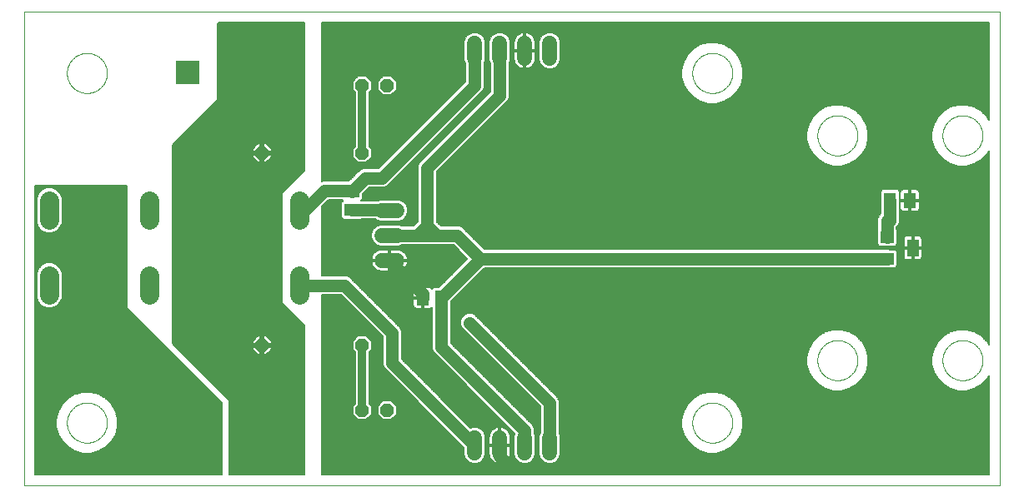
<source format=gtl>
G75*
%MOIN*%
%OFA0B0*%
%FSLAX25Y25*%
%IPPOS*%
%LPD*%
%AMOC8*
5,1,8,0,0,1.08239X$1,22.5*
%
%ADD10C,0.00000*%
%ADD11R,0.04724X0.07087*%
%ADD12R,0.05512X0.04724*%
%ADD13C,0.07800*%
%ADD14R,0.05118X0.05906*%
%ADD15R,0.09750X0.09750*%
%ADD16OC8,0.05200*%
%ADD17C,0.06000*%
%ADD18R,0.05118X0.06299*%
%ADD19R,0.05906X0.05118*%
%ADD20C,0.05000*%
%ADD21C,0.04159*%
%ADD22C,0.00600*%
%ADD23C,0.10000*%
%ADD24C,0.02000*%
%ADD25C,0.03200*%
D10*
X0003200Y0008300D02*
X0003200Y0198001D01*
X0393121Y0198001D01*
X0393121Y0008300D01*
X0003200Y0008300D01*
X0020200Y0033300D02*
X0020202Y0033496D01*
X0020210Y0033693D01*
X0020222Y0033889D01*
X0020239Y0034084D01*
X0020260Y0034279D01*
X0020287Y0034474D01*
X0020318Y0034668D01*
X0020354Y0034861D01*
X0020394Y0035053D01*
X0020440Y0035244D01*
X0020490Y0035434D01*
X0020544Y0035622D01*
X0020604Y0035809D01*
X0020668Y0035995D01*
X0020736Y0036179D01*
X0020809Y0036361D01*
X0020886Y0036542D01*
X0020968Y0036720D01*
X0021054Y0036897D01*
X0021145Y0037071D01*
X0021239Y0037243D01*
X0021338Y0037413D01*
X0021441Y0037580D01*
X0021548Y0037745D01*
X0021659Y0037906D01*
X0021774Y0038066D01*
X0021893Y0038222D01*
X0022016Y0038375D01*
X0022142Y0038525D01*
X0022272Y0038672D01*
X0022406Y0038816D01*
X0022543Y0038957D01*
X0022684Y0039094D01*
X0022828Y0039228D01*
X0022975Y0039358D01*
X0023125Y0039484D01*
X0023278Y0039607D01*
X0023434Y0039726D01*
X0023594Y0039841D01*
X0023755Y0039952D01*
X0023920Y0040059D01*
X0024087Y0040162D01*
X0024257Y0040261D01*
X0024429Y0040355D01*
X0024603Y0040446D01*
X0024780Y0040532D01*
X0024958Y0040614D01*
X0025139Y0040691D01*
X0025321Y0040764D01*
X0025505Y0040832D01*
X0025691Y0040896D01*
X0025878Y0040956D01*
X0026066Y0041010D01*
X0026256Y0041060D01*
X0026447Y0041106D01*
X0026639Y0041146D01*
X0026832Y0041182D01*
X0027026Y0041213D01*
X0027221Y0041240D01*
X0027416Y0041261D01*
X0027611Y0041278D01*
X0027807Y0041290D01*
X0028004Y0041298D01*
X0028200Y0041300D01*
X0028396Y0041298D01*
X0028593Y0041290D01*
X0028789Y0041278D01*
X0028984Y0041261D01*
X0029179Y0041240D01*
X0029374Y0041213D01*
X0029568Y0041182D01*
X0029761Y0041146D01*
X0029953Y0041106D01*
X0030144Y0041060D01*
X0030334Y0041010D01*
X0030522Y0040956D01*
X0030709Y0040896D01*
X0030895Y0040832D01*
X0031079Y0040764D01*
X0031261Y0040691D01*
X0031442Y0040614D01*
X0031620Y0040532D01*
X0031797Y0040446D01*
X0031971Y0040355D01*
X0032143Y0040261D01*
X0032313Y0040162D01*
X0032480Y0040059D01*
X0032645Y0039952D01*
X0032806Y0039841D01*
X0032966Y0039726D01*
X0033122Y0039607D01*
X0033275Y0039484D01*
X0033425Y0039358D01*
X0033572Y0039228D01*
X0033716Y0039094D01*
X0033857Y0038957D01*
X0033994Y0038816D01*
X0034128Y0038672D01*
X0034258Y0038525D01*
X0034384Y0038375D01*
X0034507Y0038222D01*
X0034626Y0038066D01*
X0034741Y0037906D01*
X0034852Y0037745D01*
X0034959Y0037580D01*
X0035062Y0037413D01*
X0035161Y0037243D01*
X0035255Y0037071D01*
X0035346Y0036897D01*
X0035432Y0036720D01*
X0035514Y0036542D01*
X0035591Y0036361D01*
X0035664Y0036179D01*
X0035732Y0035995D01*
X0035796Y0035809D01*
X0035856Y0035622D01*
X0035910Y0035434D01*
X0035960Y0035244D01*
X0036006Y0035053D01*
X0036046Y0034861D01*
X0036082Y0034668D01*
X0036113Y0034474D01*
X0036140Y0034279D01*
X0036161Y0034084D01*
X0036178Y0033889D01*
X0036190Y0033693D01*
X0036198Y0033496D01*
X0036200Y0033300D01*
X0036198Y0033104D01*
X0036190Y0032907D01*
X0036178Y0032711D01*
X0036161Y0032516D01*
X0036140Y0032321D01*
X0036113Y0032126D01*
X0036082Y0031932D01*
X0036046Y0031739D01*
X0036006Y0031547D01*
X0035960Y0031356D01*
X0035910Y0031166D01*
X0035856Y0030978D01*
X0035796Y0030791D01*
X0035732Y0030605D01*
X0035664Y0030421D01*
X0035591Y0030239D01*
X0035514Y0030058D01*
X0035432Y0029880D01*
X0035346Y0029703D01*
X0035255Y0029529D01*
X0035161Y0029357D01*
X0035062Y0029187D01*
X0034959Y0029020D01*
X0034852Y0028855D01*
X0034741Y0028694D01*
X0034626Y0028534D01*
X0034507Y0028378D01*
X0034384Y0028225D01*
X0034258Y0028075D01*
X0034128Y0027928D01*
X0033994Y0027784D01*
X0033857Y0027643D01*
X0033716Y0027506D01*
X0033572Y0027372D01*
X0033425Y0027242D01*
X0033275Y0027116D01*
X0033122Y0026993D01*
X0032966Y0026874D01*
X0032806Y0026759D01*
X0032645Y0026648D01*
X0032480Y0026541D01*
X0032313Y0026438D01*
X0032143Y0026339D01*
X0031971Y0026245D01*
X0031797Y0026154D01*
X0031620Y0026068D01*
X0031442Y0025986D01*
X0031261Y0025909D01*
X0031079Y0025836D01*
X0030895Y0025768D01*
X0030709Y0025704D01*
X0030522Y0025644D01*
X0030334Y0025590D01*
X0030144Y0025540D01*
X0029953Y0025494D01*
X0029761Y0025454D01*
X0029568Y0025418D01*
X0029374Y0025387D01*
X0029179Y0025360D01*
X0028984Y0025339D01*
X0028789Y0025322D01*
X0028593Y0025310D01*
X0028396Y0025302D01*
X0028200Y0025300D01*
X0028004Y0025302D01*
X0027807Y0025310D01*
X0027611Y0025322D01*
X0027416Y0025339D01*
X0027221Y0025360D01*
X0027026Y0025387D01*
X0026832Y0025418D01*
X0026639Y0025454D01*
X0026447Y0025494D01*
X0026256Y0025540D01*
X0026066Y0025590D01*
X0025878Y0025644D01*
X0025691Y0025704D01*
X0025505Y0025768D01*
X0025321Y0025836D01*
X0025139Y0025909D01*
X0024958Y0025986D01*
X0024780Y0026068D01*
X0024603Y0026154D01*
X0024429Y0026245D01*
X0024257Y0026339D01*
X0024087Y0026438D01*
X0023920Y0026541D01*
X0023755Y0026648D01*
X0023594Y0026759D01*
X0023434Y0026874D01*
X0023278Y0026993D01*
X0023125Y0027116D01*
X0022975Y0027242D01*
X0022828Y0027372D01*
X0022684Y0027506D01*
X0022543Y0027643D01*
X0022406Y0027784D01*
X0022272Y0027928D01*
X0022142Y0028075D01*
X0022016Y0028225D01*
X0021893Y0028378D01*
X0021774Y0028534D01*
X0021659Y0028694D01*
X0021548Y0028855D01*
X0021441Y0029020D01*
X0021338Y0029187D01*
X0021239Y0029357D01*
X0021145Y0029529D01*
X0021054Y0029703D01*
X0020968Y0029880D01*
X0020886Y0030058D01*
X0020809Y0030239D01*
X0020736Y0030421D01*
X0020668Y0030605D01*
X0020604Y0030791D01*
X0020544Y0030978D01*
X0020490Y0031166D01*
X0020440Y0031356D01*
X0020394Y0031547D01*
X0020354Y0031739D01*
X0020318Y0031932D01*
X0020287Y0032126D01*
X0020260Y0032321D01*
X0020239Y0032516D01*
X0020222Y0032711D01*
X0020210Y0032907D01*
X0020202Y0033104D01*
X0020200Y0033300D01*
X0270200Y0033300D02*
X0270202Y0033496D01*
X0270210Y0033693D01*
X0270222Y0033889D01*
X0270239Y0034084D01*
X0270260Y0034279D01*
X0270287Y0034474D01*
X0270318Y0034668D01*
X0270354Y0034861D01*
X0270394Y0035053D01*
X0270440Y0035244D01*
X0270490Y0035434D01*
X0270544Y0035622D01*
X0270604Y0035809D01*
X0270668Y0035995D01*
X0270736Y0036179D01*
X0270809Y0036361D01*
X0270886Y0036542D01*
X0270968Y0036720D01*
X0271054Y0036897D01*
X0271145Y0037071D01*
X0271239Y0037243D01*
X0271338Y0037413D01*
X0271441Y0037580D01*
X0271548Y0037745D01*
X0271659Y0037906D01*
X0271774Y0038066D01*
X0271893Y0038222D01*
X0272016Y0038375D01*
X0272142Y0038525D01*
X0272272Y0038672D01*
X0272406Y0038816D01*
X0272543Y0038957D01*
X0272684Y0039094D01*
X0272828Y0039228D01*
X0272975Y0039358D01*
X0273125Y0039484D01*
X0273278Y0039607D01*
X0273434Y0039726D01*
X0273594Y0039841D01*
X0273755Y0039952D01*
X0273920Y0040059D01*
X0274087Y0040162D01*
X0274257Y0040261D01*
X0274429Y0040355D01*
X0274603Y0040446D01*
X0274780Y0040532D01*
X0274958Y0040614D01*
X0275139Y0040691D01*
X0275321Y0040764D01*
X0275505Y0040832D01*
X0275691Y0040896D01*
X0275878Y0040956D01*
X0276066Y0041010D01*
X0276256Y0041060D01*
X0276447Y0041106D01*
X0276639Y0041146D01*
X0276832Y0041182D01*
X0277026Y0041213D01*
X0277221Y0041240D01*
X0277416Y0041261D01*
X0277611Y0041278D01*
X0277807Y0041290D01*
X0278004Y0041298D01*
X0278200Y0041300D01*
X0278396Y0041298D01*
X0278593Y0041290D01*
X0278789Y0041278D01*
X0278984Y0041261D01*
X0279179Y0041240D01*
X0279374Y0041213D01*
X0279568Y0041182D01*
X0279761Y0041146D01*
X0279953Y0041106D01*
X0280144Y0041060D01*
X0280334Y0041010D01*
X0280522Y0040956D01*
X0280709Y0040896D01*
X0280895Y0040832D01*
X0281079Y0040764D01*
X0281261Y0040691D01*
X0281442Y0040614D01*
X0281620Y0040532D01*
X0281797Y0040446D01*
X0281971Y0040355D01*
X0282143Y0040261D01*
X0282313Y0040162D01*
X0282480Y0040059D01*
X0282645Y0039952D01*
X0282806Y0039841D01*
X0282966Y0039726D01*
X0283122Y0039607D01*
X0283275Y0039484D01*
X0283425Y0039358D01*
X0283572Y0039228D01*
X0283716Y0039094D01*
X0283857Y0038957D01*
X0283994Y0038816D01*
X0284128Y0038672D01*
X0284258Y0038525D01*
X0284384Y0038375D01*
X0284507Y0038222D01*
X0284626Y0038066D01*
X0284741Y0037906D01*
X0284852Y0037745D01*
X0284959Y0037580D01*
X0285062Y0037413D01*
X0285161Y0037243D01*
X0285255Y0037071D01*
X0285346Y0036897D01*
X0285432Y0036720D01*
X0285514Y0036542D01*
X0285591Y0036361D01*
X0285664Y0036179D01*
X0285732Y0035995D01*
X0285796Y0035809D01*
X0285856Y0035622D01*
X0285910Y0035434D01*
X0285960Y0035244D01*
X0286006Y0035053D01*
X0286046Y0034861D01*
X0286082Y0034668D01*
X0286113Y0034474D01*
X0286140Y0034279D01*
X0286161Y0034084D01*
X0286178Y0033889D01*
X0286190Y0033693D01*
X0286198Y0033496D01*
X0286200Y0033300D01*
X0286198Y0033104D01*
X0286190Y0032907D01*
X0286178Y0032711D01*
X0286161Y0032516D01*
X0286140Y0032321D01*
X0286113Y0032126D01*
X0286082Y0031932D01*
X0286046Y0031739D01*
X0286006Y0031547D01*
X0285960Y0031356D01*
X0285910Y0031166D01*
X0285856Y0030978D01*
X0285796Y0030791D01*
X0285732Y0030605D01*
X0285664Y0030421D01*
X0285591Y0030239D01*
X0285514Y0030058D01*
X0285432Y0029880D01*
X0285346Y0029703D01*
X0285255Y0029529D01*
X0285161Y0029357D01*
X0285062Y0029187D01*
X0284959Y0029020D01*
X0284852Y0028855D01*
X0284741Y0028694D01*
X0284626Y0028534D01*
X0284507Y0028378D01*
X0284384Y0028225D01*
X0284258Y0028075D01*
X0284128Y0027928D01*
X0283994Y0027784D01*
X0283857Y0027643D01*
X0283716Y0027506D01*
X0283572Y0027372D01*
X0283425Y0027242D01*
X0283275Y0027116D01*
X0283122Y0026993D01*
X0282966Y0026874D01*
X0282806Y0026759D01*
X0282645Y0026648D01*
X0282480Y0026541D01*
X0282313Y0026438D01*
X0282143Y0026339D01*
X0281971Y0026245D01*
X0281797Y0026154D01*
X0281620Y0026068D01*
X0281442Y0025986D01*
X0281261Y0025909D01*
X0281079Y0025836D01*
X0280895Y0025768D01*
X0280709Y0025704D01*
X0280522Y0025644D01*
X0280334Y0025590D01*
X0280144Y0025540D01*
X0279953Y0025494D01*
X0279761Y0025454D01*
X0279568Y0025418D01*
X0279374Y0025387D01*
X0279179Y0025360D01*
X0278984Y0025339D01*
X0278789Y0025322D01*
X0278593Y0025310D01*
X0278396Y0025302D01*
X0278200Y0025300D01*
X0278004Y0025302D01*
X0277807Y0025310D01*
X0277611Y0025322D01*
X0277416Y0025339D01*
X0277221Y0025360D01*
X0277026Y0025387D01*
X0276832Y0025418D01*
X0276639Y0025454D01*
X0276447Y0025494D01*
X0276256Y0025540D01*
X0276066Y0025590D01*
X0275878Y0025644D01*
X0275691Y0025704D01*
X0275505Y0025768D01*
X0275321Y0025836D01*
X0275139Y0025909D01*
X0274958Y0025986D01*
X0274780Y0026068D01*
X0274603Y0026154D01*
X0274429Y0026245D01*
X0274257Y0026339D01*
X0274087Y0026438D01*
X0273920Y0026541D01*
X0273755Y0026648D01*
X0273594Y0026759D01*
X0273434Y0026874D01*
X0273278Y0026993D01*
X0273125Y0027116D01*
X0272975Y0027242D01*
X0272828Y0027372D01*
X0272684Y0027506D01*
X0272543Y0027643D01*
X0272406Y0027784D01*
X0272272Y0027928D01*
X0272142Y0028075D01*
X0272016Y0028225D01*
X0271893Y0028378D01*
X0271774Y0028534D01*
X0271659Y0028694D01*
X0271548Y0028855D01*
X0271441Y0029020D01*
X0271338Y0029187D01*
X0271239Y0029357D01*
X0271145Y0029529D01*
X0271054Y0029703D01*
X0270968Y0029880D01*
X0270886Y0030058D01*
X0270809Y0030239D01*
X0270736Y0030421D01*
X0270668Y0030605D01*
X0270604Y0030791D01*
X0270544Y0030978D01*
X0270490Y0031166D01*
X0270440Y0031356D01*
X0270394Y0031547D01*
X0270354Y0031739D01*
X0270318Y0031932D01*
X0270287Y0032126D01*
X0270260Y0032321D01*
X0270239Y0032516D01*
X0270222Y0032711D01*
X0270210Y0032907D01*
X0270202Y0033104D01*
X0270200Y0033300D01*
X0320200Y0058300D02*
X0320202Y0058496D01*
X0320210Y0058693D01*
X0320222Y0058889D01*
X0320239Y0059084D01*
X0320260Y0059279D01*
X0320287Y0059474D01*
X0320318Y0059668D01*
X0320354Y0059861D01*
X0320394Y0060053D01*
X0320440Y0060244D01*
X0320490Y0060434D01*
X0320544Y0060622D01*
X0320604Y0060809D01*
X0320668Y0060995D01*
X0320736Y0061179D01*
X0320809Y0061361D01*
X0320886Y0061542D01*
X0320968Y0061720D01*
X0321054Y0061897D01*
X0321145Y0062071D01*
X0321239Y0062243D01*
X0321338Y0062413D01*
X0321441Y0062580D01*
X0321548Y0062745D01*
X0321659Y0062906D01*
X0321774Y0063066D01*
X0321893Y0063222D01*
X0322016Y0063375D01*
X0322142Y0063525D01*
X0322272Y0063672D01*
X0322406Y0063816D01*
X0322543Y0063957D01*
X0322684Y0064094D01*
X0322828Y0064228D01*
X0322975Y0064358D01*
X0323125Y0064484D01*
X0323278Y0064607D01*
X0323434Y0064726D01*
X0323594Y0064841D01*
X0323755Y0064952D01*
X0323920Y0065059D01*
X0324087Y0065162D01*
X0324257Y0065261D01*
X0324429Y0065355D01*
X0324603Y0065446D01*
X0324780Y0065532D01*
X0324958Y0065614D01*
X0325139Y0065691D01*
X0325321Y0065764D01*
X0325505Y0065832D01*
X0325691Y0065896D01*
X0325878Y0065956D01*
X0326066Y0066010D01*
X0326256Y0066060D01*
X0326447Y0066106D01*
X0326639Y0066146D01*
X0326832Y0066182D01*
X0327026Y0066213D01*
X0327221Y0066240D01*
X0327416Y0066261D01*
X0327611Y0066278D01*
X0327807Y0066290D01*
X0328004Y0066298D01*
X0328200Y0066300D01*
X0328396Y0066298D01*
X0328593Y0066290D01*
X0328789Y0066278D01*
X0328984Y0066261D01*
X0329179Y0066240D01*
X0329374Y0066213D01*
X0329568Y0066182D01*
X0329761Y0066146D01*
X0329953Y0066106D01*
X0330144Y0066060D01*
X0330334Y0066010D01*
X0330522Y0065956D01*
X0330709Y0065896D01*
X0330895Y0065832D01*
X0331079Y0065764D01*
X0331261Y0065691D01*
X0331442Y0065614D01*
X0331620Y0065532D01*
X0331797Y0065446D01*
X0331971Y0065355D01*
X0332143Y0065261D01*
X0332313Y0065162D01*
X0332480Y0065059D01*
X0332645Y0064952D01*
X0332806Y0064841D01*
X0332966Y0064726D01*
X0333122Y0064607D01*
X0333275Y0064484D01*
X0333425Y0064358D01*
X0333572Y0064228D01*
X0333716Y0064094D01*
X0333857Y0063957D01*
X0333994Y0063816D01*
X0334128Y0063672D01*
X0334258Y0063525D01*
X0334384Y0063375D01*
X0334507Y0063222D01*
X0334626Y0063066D01*
X0334741Y0062906D01*
X0334852Y0062745D01*
X0334959Y0062580D01*
X0335062Y0062413D01*
X0335161Y0062243D01*
X0335255Y0062071D01*
X0335346Y0061897D01*
X0335432Y0061720D01*
X0335514Y0061542D01*
X0335591Y0061361D01*
X0335664Y0061179D01*
X0335732Y0060995D01*
X0335796Y0060809D01*
X0335856Y0060622D01*
X0335910Y0060434D01*
X0335960Y0060244D01*
X0336006Y0060053D01*
X0336046Y0059861D01*
X0336082Y0059668D01*
X0336113Y0059474D01*
X0336140Y0059279D01*
X0336161Y0059084D01*
X0336178Y0058889D01*
X0336190Y0058693D01*
X0336198Y0058496D01*
X0336200Y0058300D01*
X0336198Y0058104D01*
X0336190Y0057907D01*
X0336178Y0057711D01*
X0336161Y0057516D01*
X0336140Y0057321D01*
X0336113Y0057126D01*
X0336082Y0056932D01*
X0336046Y0056739D01*
X0336006Y0056547D01*
X0335960Y0056356D01*
X0335910Y0056166D01*
X0335856Y0055978D01*
X0335796Y0055791D01*
X0335732Y0055605D01*
X0335664Y0055421D01*
X0335591Y0055239D01*
X0335514Y0055058D01*
X0335432Y0054880D01*
X0335346Y0054703D01*
X0335255Y0054529D01*
X0335161Y0054357D01*
X0335062Y0054187D01*
X0334959Y0054020D01*
X0334852Y0053855D01*
X0334741Y0053694D01*
X0334626Y0053534D01*
X0334507Y0053378D01*
X0334384Y0053225D01*
X0334258Y0053075D01*
X0334128Y0052928D01*
X0333994Y0052784D01*
X0333857Y0052643D01*
X0333716Y0052506D01*
X0333572Y0052372D01*
X0333425Y0052242D01*
X0333275Y0052116D01*
X0333122Y0051993D01*
X0332966Y0051874D01*
X0332806Y0051759D01*
X0332645Y0051648D01*
X0332480Y0051541D01*
X0332313Y0051438D01*
X0332143Y0051339D01*
X0331971Y0051245D01*
X0331797Y0051154D01*
X0331620Y0051068D01*
X0331442Y0050986D01*
X0331261Y0050909D01*
X0331079Y0050836D01*
X0330895Y0050768D01*
X0330709Y0050704D01*
X0330522Y0050644D01*
X0330334Y0050590D01*
X0330144Y0050540D01*
X0329953Y0050494D01*
X0329761Y0050454D01*
X0329568Y0050418D01*
X0329374Y0050387D01*
X0329179Y0050360D01*
X0328984Y0050339D01*
X0328789Y0050322D01*
X0328593Y0050310D01*
X0328396Y0050302D01*
X0328200Y0050300D01*
X0328004Y0050302D01*
X0327807Y0050310D01*
X0327611Y0050322D01*
X0327416Y0050339D01*
X0327221Y0050360D01*
X0327026Y0050387D01*
X0326832Y0050418D01*
X0326639Y0050454D01*
X0326447Y0050494D01*
X0326256Y0050540D01*
X0326066Y0050590D01*
X0325878Y0050644D01*
X0325691Y0050704D01*
X0325505Y0050768D01*
X0325321Y0050836D01*
X0325139Y0050909D01*
X0324958Y0050986D01*
X0324780Y0051068D01*
X0324603Y0051154D01*
X0324429Y0051245D01*
X0324257Y0051339D01*
X0324087Y0051438D01*
X0323920Y0051541D01*
X0323755Y0051648D01*
X0323594Y0051759D01*
X0323434Y0051874D01*
X0323278Y0051993D01*
X0323125Y0052116D01*
X0322975Y0052242D01*
X0322828Y0052372D01*
X0322684Y0052506D01*
X0322543Y0052643D01*
X0322406Y0052784D01*
X0322272Y0052928D01*
X0322142Y0053075D01*
X0322016Y0053225D01*
X0321893Y0053378D01*
X0321774Y0053534D01*
X0321659Y0053694D01*
X0321548Y0053855D01*
X0321441Y0054020D01*
X0321338Y0054187D01*
X0321239Y0054357D01*
X0321145Y0054529D01*
X0321054Y0054703D01*
X0320968Y0054880D01*
X0320886Y0055058D01*
X0320809Y0055239D01*
X0320736Y0055421D01*
X0320668Y0055605D01*
X0320604Y0055791D01*
X0320544Y0055978D01*
X0320490Y0056166D01*
X0320440Y0056356D01*
X0320394Y0056547D01*
X0320354Y0056739D01*
X0320318Y0056932D01*
X0320287Y0057126D01*
X0320260Y0057321D01*
X0320239Y0057516D01*
X0320222Y0057711D01*
X0320210Y0057907D01*
X0320202Y0058104D01*
X0320200Y0058300D01*
X0370200Y0058300D02*
X0370202Y0058496D01*
X0370210Y0058693D01*
X0370222Y0058889D01*
X0370239Y0059084D01*
X0370260Y0059279D01*
X0370287Y0059474D01*
X0370318Y0059668D01*
X0370354Y0059861D01*
X0370394Y0060053D01*
X0370440Y0060244D01*
X0370490Y0060434D01*
X0370544Y0060622D01*
X0370604Y0060809D01*
X0370668Y0060995D01*
X0370736Y0061179D01*
X0370809Y0061361D01*
X0370886Y0061542D01*
X0370968Y0061720D01*
X0371054Y0061897D01*
X0371145Y0062071D01*
X0371239Y0062243D01*
X0371338Y0062413D01*
X0371441Y0062580D01*
X0371548Y0062745D01*
X0371659Y0062906D01*
X0371774Y0063066D01*
X0371893Y0063222D01*
X0372016Y0063375D01*
X0372142Y0063525D01*
X0372272Y0063672D01*
X0372406Y0063816D01*
X0372543Y0063957D01*
X0372684Y0064094D01*
X0372828Y0064228D01*
X0372975Y0064358D01*
X0373125Y0064484D01*
X0373278Y0064607D01*
X0373434Y0064726D01*
X0373594Y0064841D01*
X0373755Y0064952D01*
X0373920Y0065059D01*
X0374087Y0065162D01*
X0374257Y0065261D01*
X0374429Y0065355D01*
X0374603Y0065446D01*
X0374780Y0065532D01*
X0374958Y0065614D01*
X0375139Y0065691D01*
X0375321Y0065764D01*
X0375505Y0065832D01*
X0375691Y0065896D01*
X0375878Y0065956D01*
X0376066Y0066010D01*
X0376256Y0066060D01*
X0376447Y0066106D01*
X0376639Y0066146D01*
X0376832Y0066182D01*
X0377026Y0066213D01*
X0377221Y0066240D01*
X0377416Y0066261D01*
X0377611Y0066278D01*
X0377807Y0066290D01*
X0378004Y0066298D01*
X0378200Y0066300D01*
X0378396Y0066298D01*
X0378593Y0066290D01*
X0378789Y0066278D01*
X0378984Y0066261D01*
X0379179Y0066240D01*
X0379374Y0066213D01*
X0379568Y0066182D01*
X0379761Y0066146D01*
X0379953Y0066106D01*
X0380144Y0066060D01*
X0380334Y0066010D01*
X0380522Y0065956D01*
X0380709Y0065896D01*
X0380895Y0065832D01*
X0381079Y0065764D01*
X0381261Y0065691D01*
X0381442Y0065614D01*
X0381620Y0065532D01*
X0381797Y0065446D01*
X0381971Y0065355D01*
X0382143Y0065261D01*
X0382313Y0065162D01*
X0382480Y0065059D01*
X0382645Y0064952D01*
X0382806Y0064841D01*
X0382966Y0064726D01*
X0383122Y0064607D01*
X0383275Y0064484D01*
X0383425Y0064358D01*
X0383572Y0064228D01*
X0383716Y0064094D01*
X0383857Y0063957D01*
X0383994Y0063816D01*
X0384128Y0063672D01*
X0384258Y0063525D01*
X0384384Y0063375D01*
X0384507Y0063222D01*
X0384626Y0063066D01*
X0384741Y0062906D01*
X0384852Y0062745D01*
X0384959Y0062580D01*
X0385062Y0062413D01*
X0385161Y0062243D01*
X0385255Y0062071D01*
X0385346Y0061897D01*
X0385432Y0061720D01*
X0385514Y0061542D01*
X0385591Y0061361D01*
X0385664Y0061179D01*
X0385732Y0060995D01*
X0385796Y0060809D01*
X0385856Y0060622D01*
X0385910Y0060434D01*
X0385960Y0060244D01*
X0386006Y0060053D01*
X0386046Y0059861D01*
X0386082Y0059668D01*
X0386113Y0059474D01*
X0386140Y0059279D01*
X0386161Y0059084D01*
X0386178Y0058889D01*
X0386190Y0058693D01*
X0386198Y0058496D01*
X0386200Y0058300D01*
X0386198Y0058104D01*
X0386190Y0057907D01*
X0386178Y0057711D01*
X0386161Y0057516D01*
X0386140Y0057321D01*
X0386113Y0057126D01*
X0386082Y0056932D01*
X0386046Y0056739D01*
X0386006Y0056547D01*
X0385960Y0056356D01*
X0385910Y0056166D01*
X0385856Y0055978D01*
X0385796Y0055791D01*
X0385732Y0055605D01*
X0385664Y0055421D01*
X0385591Y0055239D01*
X0385514Y0055058D01*
X0385432Y0054880D01*
X0385346Y0054703D01*
X0385255Y0054529D01*
X0385161Y0054357D01*
X0385062Y0054187D01*
X0384959Y0054020D01*
X0384852Y0053855D01*
X0384741Y0053694D01*
X0384626Y0053534D01*
X0384507Y0053378D01*
X0384384Y0053225D01*
X0384258Y0053075D01*
X0384128Y0052928D01*
X0383994Y0052784D01*
X0383857Y0052643D01*
X0383716Y0052506D01*
X0383572Y0052372D01*
X0383425Y0052242D01*
X0383275Y0052116D01*
X0383122Y0051993D01*
X0382966Y0051874D01*
X0382806Y0051759D01*
X0382645Y0051648D01*
X0382480Y0051541D01*
X0382313Y0051438D01*
X0382143Y0051339D01*
X0381971Y0051245D01*
X0381797Y0051154D01*
X0381620Y0051068D01*
X0381442Y0050986D01*
X0381261Y0050909D01*
X0381079Y0050836D01*
X0380895Y0050768D01*
X0380709Y0050704D01*
X0380522Y0050644D01*
X0380334Y0050590D01*
X0380144Y0050540D01*
X0379953Y0050494D01*
X0379761Y0050454D01*
X0379568Y0050418D01*
X0379374Y0050387D01*
X0379179Y0050360D01*
X0378984Y0050339D01*
X0378789Y0050322D01*
X0378593Y0050310D01*
X0378396Y0050302D01*
X0378200Y0050300D01*
X0378004Y0050302D01*
X0377807Y0050310D01*
X0377611Y0050322D01*
X0377416Y0050339D01*
X0377221Y0050360D01*
X0377026Y0050387D01*
X0376832Y0050418D01*
X0376639Y0050454D01*
X0376447Y0050494D01*
X0376256Y0050540D01*
X0376066Y0050590D01*
X0375878Y0050644D01*
X0375691Y0050704D01*
X0375505Y0050768D01*
X0375321Y0050836D01*
X0375139Y0050909D01*
X0374958Y0050986D01*
X0374780Y0051068D01*
X0374603Y0051154D01*
X0374429Y0051245D01*
X0374257Y0051339D01*
X0374087Y0051438D01*
X0373920Y0051541D01*
X0373755Y0051648D01*
X0373594Y0051759D01*
X0373434Y0051874D01*
X0373278Y0051993D01*
X0373125Y0052116D01*
X0372975Y0052242D01*
X0372828Y0052372D01*
X0372684Y0052506D01*
X0372543Y0052643D01*
X0372406Y0052784D01*
X0372272Y0052928D01*
X0372142Y0053075D01*
X0372016Y0053225D01*
X0371893Y0053378D01*
X0371774Y0053534D01*
X0371659Y0053694D01*
X0371548Y0053855D01*
X0371441Y0054020D01*
X0371338Y0054187D01*
X0371239Y0054357D01*
X0371145Y0054529D01*
X0371054Y0054703D01*
X0370968Y0054880D01*
X0370886Y0055058D01*
X0370809Y0055239D01*
X0370736Y0055421D01*
X0370668Y0055605D01*
X0370604Y0055791D01*
X0370544Y0055978D01*
X0370490Y0056166D01*
X0370440Y0056356D01*
X0370394Y0056547D01*
X0370354Y0056739D01*
X0370318Y0056932D01*
X0370287Y0057126D01*
X0370260Y0057321D01*
X0370239Y0057516D01*
X0370222Y0057711D01*
X0370210Y0057907D01*
X0370202Y0058104D01*
X0370200Y0058300D01*
X0370200Y0148300D02*
X0370202Y0148496D01*
X0370210Y0148693D01*
X0370222Y0148889D01*
X0370239Y0149084D01*
X0370260Y0149279D01*
X0370287Y0149474D01*
X0370318Y0149668D01*
X0370354Y0149861D01*
X0370394Y0150053D01*
X0370440Y0150244D01*
X0370490Y0150434D01*
X0370544Y0150622D01*
X0370604Y0150809D01*
X0370668Y0150995D01*
X0370736Y0151179D01*
X0370809Y0151361D01*
X0370886Y0151542D01*
X0370968Y0151720D01*
X0371054Y0151897D01*
X0371145Y0152071D01*
X0371239Y0152243D01*
X0371338Y0152413D01*
X0371441Y0152580D01*
X0371548Y0152745D01*
X0371659Y0152906D01*
X0371774Y0153066D01*
X0371893Y0153222D01*
X0372016Y0153375D01*
X0372142Y0153525D01*
X0372272Y0153672D01*
X0372406Y0153816D01*
X0372543Y0153957D01*
X0372684Y0154094D01*
X0372828Y0154228D01*
X0372975Y0154358D01*
X0373125Y0154484D01*
X0373278Y0154607D01*
X0373434Y0154726D01*
X0373594Y0154841D01*
X0373755Y0154952D01*
X0373920Y0155059D01*
X0374087Y0155162D01*
X0374257Y0155261D01*
X0374429Y0155355D01*
X0374603Y0155446D01*
X0374780Y0155532D01*
X0374958Y0155614D01*
X0375139Y0155691D01*
X0375321Y0155764D01*
X0375505Y0155832D01*
X0375691Y0155896D01*
X0375878Y0155956D01*
X0376066Y0156010D01*
X0376256Y0156060D01*
X0376447Y0156106D01*
X0376639Y0156146D01*
X0376832Y0156182D01*
X0377026Y0156213D01*
X0377221Y0156240D01*
X0377416Y0156261D01*
X0377611Y0156278D01*
X0377807Y0156290D01*
X0378004Y0156298D01*
X0378200Y0156300D01*
X0378396Y0156298D01*
X0378593Y0156290D01*
X0378789Y0156278D01*
X0378984Y0156261D01*
X0379179Y0156240D01*
X0379374Y0156213D01*
X0379568Y0156182D01*
X0379761Y0156146D01*
X0379953Y0156106D01*
X0380144Y0156060D01*
X0380334Y0156010D01*
X0380522Y0155956D01*
X0380709Y0155896D01*
X0380895Y0155832D01*
X0381079Y0155764D01*
X0381261Y0155691D01*
X0381442Y0155614D01*
X0381620Y0155532D01*
X0381797Y0155446D01*
X0381971Y0155355D01*
X0382143Y0155261D01*
X0382313Y0155162D01*
X0382480Y0155059D01*
X0382645Y0154952D01*
X0382806Y0154841D01*
X0382966Y0154726D01*
X0383122Y0154607D01*
X0383275Y0154484D01*
X0383425Y0154358D01*
X0383572Y0154228D01*
X0383716Y0154094D01*
X0383857Y0153957D01*
X0383994Y0153816D01*
X0384128Y0153672D01*
X0384258Y0153525D01*
X0384384Y0153375D01*
X0384507Y0153222D01*
X0384626Y0153066D01*
X0384741Y0152906D01*
X0384852Y0152745D01*
X0384959Y0152580D01*
X0385062Y0152413D01*
X0385161Y0152243D01*
X0385255Y0152071D01*
X0385346Y0151897D01*
X0385432Y0151720D01*
X0385514Y0151542D01*
X0385591Y0151361D01*
X0385664Y0151179D01*
X0385732Y0150995D01*
X0385796Y0150809D01*
X0385856Y0150622D01*
X0385910Y0150434D01*
X0385960Y0150244D01*
X0386006Y0150053D01*
X0386046Y0149861D01*
X0386082Y0149668D01*
X0386113Y0149474D01*
X0386140Y0149279D01*
X0386161Y0149084D01*
X0386178Y0148889D01*
X0386190Y0148693D01*
X0386198Y0148496D01*
X0386200Y0148300D01*
X0386198Y0148104D01*
X0386190Y0147907D01*
X0386178Y0147711D01*
X0386161Y0147516D01*
X0386140Y0147321D01*
X0386113Y0147126D01*
X0386082Y0146932D01*
X0386046Y0146739D01*
X0386006Y0146547D01*
X0385960Y0146356D01*
X0385910Y0146166D01*
X0385856Y0145978D01*
X0385796Y0145791D01*
X0385732Y0145605D01*
X0385664Y0145421D01*
X0385591Y0145239D01*
X0385514Y0145058D01*
X0385432Y0144880D01*
X0385346Y0144703D01*
X0385255Y0144529D01*
X0385161Y0144357D01*
X0385062Y0144187D01*
X0384959Y0144020D01*
X0384852Y0143855D01*
X0384741Y0143694D01*
X0384626Y0143534D01*
X0384507Y0143378D01*
X0384384Y0143225D01*
X0384258Y0143075D01*
X0384128Y0142928D01*
X0383994Y0142784D01*
X0383857Y0142643D01*
X0383716Y0142506D01*
X0383572Y0142372D01*
X0383425Y0142242D01*
X0383275Y0142116D01*
X0383122Y0141993D01*
X0382966Y0141874D01*
X0382806Y0141759D01*
X0382645Y0141648D01*
X0382480Y0141541D01*
X0382313Y0141438D01*
X0382143Y0141339D01*
X0381971Y0141245D01*
X0381797Y0141154D01*
X0381620Y0141068D01*
X0381442Y0140986D01*
X0381261Y0140909D01*
X0381079Y0140836D01*
X0380895Y0140768D01*
X0380709Y0140704D01*
X0380522Y0140644D01*
X0380334Y0140590D01*
X0380144Y0140540D01*
X0379953Y0140494D01*
X0379761Y0140454D01*
X0379568Y0140418D01*
X0379374Y0140387D01*
X0379179Y0140360D01*
X0378984Y0140339D01*
X0378789Y0140322D01*
X0378593Y0140310D01*
X0378396Y0140302D01*
X0378200Y0140300D01*
X0378004Y0140302D01*
X0377807Y0140310D01*
X0377611Y0140322D01*
X0377416Y0140339D01*
X0377221Y0140360D01*
X0377026Y0140387D01*
X0376832Y0140418D01*
X0376639Y0140454D01*
X0376447Y0140494D01*
X0376256Y0140540D01*
X0376066Y0140590D01*
X0375878Y0140644D01*
X0375691Y0140704D01*
X0375505Y0140768D01*
X0375321Y0140836D01*
X0375139Y0140909D01*
X0374958Y0140986D01*
X0374780Y0141068D01*
X0374603Y0141154D01*
X0374429Y0141245D01*
X0374257Y0141339D01*
X0374087Y0141438D01*
X0373920Y0141541D01*
X0373755Y0141648D01*
X0373594Y0141759D01*
X0373434Y0141874D01*
X0373278Y0141993D01*
X0373125Y0142116D01*
X0372975Y0142242D01*
X0372828Y0142372D01*
X0372684Y0142506D01*
X0372543Y0142643D01*
X0372406Y0142784D01*
X0372272Y0142928D01*
X0372142Y0143075D01*
X0372016Y0143225D01*
X0371893Y0143378D01*
X0371774Y0143534D01*
X0371659Y0143694D01*
X0371548Y0143855D01*
X0371441Y0144020D01*
X0371338Y0144187D01*
X0371239Y0144357D01*
X0371145Y0144529D01*
X0371054Y0144703D01*
X0370968Y0144880D01*
X0370886Y0145058D01*
X0370809Y0145239D01*
X0370736Y0145421D01*
X0370668Y0145605D01*
X0370604Y0145791D01*
X0370544Y0145978D01*
X0370490Y0146166D01*
X0370440Y0146356D01*
X0370394Y0146547D01*
X0370354Y0146739D01*
X0370318Y0146932D01*
X0370287Y0147126D01*
X0370260Y0147321D01*
X0370239Y0147516D01*
X0370222Y0147711D01*
X0370210Y0147907D01*
X0370202Y0148104D01*
X0370200Y0148300D01*
X0320200Y0148300D02*
X0320202Y0148496D01*
X0320210Y0148693D01*
X0320222Y0148889D01*
X0320239Y0149084D01*
X0320260Y0149279D01*
X0320287Y0149474D01*
X0320318Y0149668D01*
X0320354Y0149861D01*
X0320394Y0150053D01*
X0320440Y0150244D01*
X0320490Y0150434D01*
X0320544Y0150622D01*
X0320604Y0150809D01*
X0320668Y0150995D01*
X0320736Y0151179D01*
X0320809Y0151361D01*
X0320886Y0151542D01*
X0320968Y0151720D01*
X0321054Y0151897D01*
X0321145Y0152071D01*
X0321239Y0152243D01*
X0321338Y0152413D01*
X0321441Y0152580D01*
X0321548Y0152745D01*
X0321659Y0152906D01*
X0321774Y0153066D01*
X0321893Y0153222D01*
X0322016Y0153375D01*
X0322142Y0153525D01*
X0322272Y0153672D01*
X0322406Y0153816D01*
X0322543Y0153957D01*
X0322684Y0154094D01*
X0322828Y0154228D01*
X0322975Y0154358D01*
X0323125Y0154484D01*
X0323278Y0154607D01*
X0323434Y0154726D01*
X0323594Y0154841D01*
X0323755Y0154952D01*
X0323920Y0155059D01*
X0324087Y0155162D01*
X0324257Y0155261D01*
X0324429Y0155355D01*
X0324603Y0155446D01*
X0324780Y0155532D01*
X0324958Y0155614D01*
X0325139Y0155691D01*
X0325321Y0155764D01*
X0325505Y0155832D01*
X0325691Y0155896D01*
X0325878Y0155956D01*
X0326066Y0156010D01*
X0326256Y0156060D01*
X0326447Y0156106D01*
X0326639Y0156146D01*
X0326832Y0156182D01*
X0327026Y0156213D01*
X0327221Y0156240D01*
X0327416Y0156261D01*
X0327611Y0156278D01*
X0327807Y0156290D01*
X0328004Y0156298D01*
X0328200Y0156300D01*
X0328396Y0156298D01*
X0328593Y0156290D01*
X0328789Y0156278D01*
X0328984Y0156261D01*
X0329179Y0156240D01*
X0329374Y0156213D01*
X0329568Y0156182D01*
X0329761Y0156146D01*
X0329953Y0156106D01*
X0330144Y0156060D01*
X0330334Y0156010D01*
X0330522Y0155956D01*
X0330709Y0155896D01*
X0330895Y0155832D01*
X0331079Y0155764D01*
X0331261Y0155691D01*
X0331442Y0155614D01*
X0331620Y0155532D01*
X0331797Y0155446D01*
X0331971Y0155355D01*
X0332143Y0155261D01*
X0332313Y0155162D01*
X0332480Y0155059D01*
X0332645Y0154952D01*
X0332806Y0154841D01*
X0332966Y0154726D01*
X0333122Y0154607D01*
X0333275Y0154484D01*
X0333425Y0154358D01*
X0333572Y0154228D01*
X0333716Y0154094D01*
X0333857Y0153957D01*
X0333994Y0153816D01*
X0334128Y0153672D01*
X0334258Y0153525D01*
X0334384Y0153375D01*
X0334507Y0153222D01*
X0334626Y0153066D01*
X0334741Y0152906D01*
X0334852Y0152745D01*
X0334959Y0152580D01*
X0335062Y0152413D01*
X0335161Y0152243D01*
X0335255Y0152071D01*
X0335346Y0151897D01*
X0335432Y0151720D01*
X0335514Y0151542D01*
X0335591Y0151361D01*
X0335664Y0151179D01*
X0335732Y0150995D01*
X0335796Y0150809D01*
X0335856Y0150622D01*
X0335910Y0150434D01*
X0335960Y0150244D01*
X0336006Y0150053D01*
X0336046Y0149861D01*
X0336082Y0149668D01*
X0336113Y0149474D01*
X0336140Y0149279D01*
X0336161Y0149084D01*
X0336178Y0148889D01*
X0336190Y0148693D01*
X0336198Y0148496D01*
X0336200Y0148300D01*
X0336198Y0148104D01*
X0336190Y0147907D01*
X0336178Y0147711D01*
X0336161Y0147516D01*
X0336140Y0147321D01*
X0336113Y0147126D01*
X0336082Y0146932D01*
X0336046Y0146739D01*
X0336006Y0146547D01*
X0335960Y0146356D01*
X0335910Y0146166D01*
X0335856Y0145978D01*
X0335796Y0145791D01*
X0335732Y0145605D01*
X0335664Y0145421D01*
X0335591Y0145239D01*
X0335514Y0145058D01*
X0335432Y0144880D01*
X0335346Y0144703D01*
X0335255Y0144529D01*
X0335161Y0144357D01*
X0335062Y0144187D01*
X0334959Y0144020D01*
X0334852Y0143855D01*
X0334741Y0143694D01*
X0334626Y0143534D01*
X0334507Y0143378D01*
X0334384Y0143225D01*
X0334258Y0143075D01*
X0334128Y0142928D01*
X0333994Y0142784D01*
X0333857Y0142643D01*
X0333716Y0142506D01*
X0333572Y0142372D01*
X0333425Y0142242D01*
X0333275Y0142116D01*
X0333122Y0141993D01*
X0332966Y0141874D01*
X0332806Y0141759D01*
X0332645Y0141648D01*
X0332480Y0141541D01*
X0332313Y0141438D01*
X0332143Y0141339D01*
X0331971Y0141245D01*
X0331797Y0141154D01*
X0331620Y0141068D01*
X0331442Y0140986D01*
X0331261Y0140909D01*
X0331079Y0140836D01*
X0330895Y0140768D01*
X0330709Y0140704D01*
X0330522Y0140644D01*
X0330334Y0140590D01*
X0330144Y0140540D01*
X0329953Y0140494D01*
X0329761Y0140454D01*
X0329568Y0140418D01*
X0329374Y0140387D01*
X0329179Y0140360D01*
X0328984Y0140339D01*
X0328789Y0140322D01*
X0328593Y0140310D01*
X0328396Y0140302D01*
X0328200Y0140300D01*
X0328004Y0140302D01*
X0327807Y0140310D01*
X0327611Y0140322D01*
X0327416Y0140339D01*
X0327221Y0140360D01*
X0327026Y0140387D01*
X0326832Y0140418D01*
X0326639Y0140454D01*
X0326447Y0140494D01*
X0326256Y0140540D01*
X0326066Y0140590D01*
X0325878Y0140644D01*
X0325691Y0140704D01*
X0325505Y0140768D01*
X0325321Y0140836D01*
X0325139Y0140909D01*
X0324958Y0140986D01*
X0324780Y0141068D01*
X0324603Y0141154D01*
X0324429Y0141245D01*
X0324257Y0141339D01*
X0324087Y0141438D01*
X0323920Y0141541D01*
X0323755Y0141648D01*
X0323594Y0141759D01*
X0323434Y0141874D01*
X0323278Y0141993D01*
X0323125Y0142116D01*
X0322975Y0142242D01*
X0322828Y0142372D01*
X0322684Y0142506D01*
X0322543Y0142643D01*
X0322406Y0142784D01*
X0322272Y0142928D01*
X0322142Y0143075D01*
X0322016Y0143225D01*
X0321893Y0143378D01*
X0321774Y0143534D01*
X0321659Y0143694D01*
X0321548Y0143855D01*
X0321441Y0144020D01*
X0321338Y0144187D01*
X0321239Y0144357D01*
X0321145Y0144529D01*
X0321054Y0144703D01*
X0320968Y0144880D01*
X0320886Y0145058D01*
X0320809Y0145239D01*
X0320736Y0145421D01*
X0320668Y0145605D01*
X0320604Y0145791D01*
X0320544Y0145978D01*
X0320490Y0146166D01*
X0320440Y0146356D01*
X0320394Y0146547D01*
X0320354Y0146739D01*
X0320318Y0146932D01*
X0320287Y0147126D01*
X0320260Y0147321D01*
X0320239Y0147516D01*
X0320222Y0147711D01*
X0320210Y0147907D01*
X0320202Y0148104D01*
X0320200Y0148300D01*
X0270200Y0173300D02*
X0270202Y0173496D01*
X0270210Y0173693D01*
X0270222Y0173889D01*
X0270239Y0174084D01*
X0270260Y0174279D01*
X0270287Y0174474D01*
X0270318Y0174668D01*
X0270354Y0174861D01*
X0270394Y0175053D01*
X0270440Y0175244D01*
X0270490Y0175434D01*
X0270544Y0175622D01*
X0270604Y0175809D01*
X0270668Y0175995D01*
X0270736Y0176179D01*
X0270809Y0176361D01*
X0270886Y0176542D01*
X0270968Y0176720D01*
X0271054Y0176897D01*
X0271145Y0177071D01*
X0271239Y0177243D01*
X0271338Y0177413D01*
X0271441Y0177580D01*
X0271548Y0177745D01*
X0271659Y0177906D01*
X0271774Y0178066D01*
X0271893Y0178222D01*
X0272016Y0178375D01*
X0272142Y0178525D01*
X0272272Y0178672D01*
X0272406Y0178816D01*
X0272543Y0178957D01*
X0272684Y0179094D01*
X0272828Y0179228D01*
X0272975Y0179358D01*
X0273125Y0179484D01*
X0273278Y0179607D01*
X0273434Y0179726D01*
X0273594Y0179841D01*
X0273755Y0179952D01*
X0273920Y0180059D01*
X0274087Y0180162D01*
X0274257Y0180261D01*
X0274429Y0180355D01*
X0274603Y0180446D01*
X0274780Y0180532D01*
X0274958Y0180614D01*
X0275139Y0180691D01*
X0275321Y0180764D01*
X0275505Y0180832D01*
X0275691Y0180896D01*
X0275878Y0180956D01*
X0276066Y0181010D01*
X0276256Y0181060D01*
X0276447Y0181106D01*
X0276639Y0181146D01*
X0276832Y0181182D01*
X0277026Y0181213D01*
X0277221Y0181240D01*
X0277416Y0181261D01*
X0277611Y0181278D01*
X0277807Y0181290D01*
X0278004Y0181298D01*
X0278200Y0181300D01*
X0278396Y0181298D01*
X0278593Y0181290D01*
X0278789Y0181278D01*
X0278984Y0181261D01*
X0279179Y0181240D01*
X0279374Y0181213D01*
X0279568Y0181182D01*
X0279761Y0181146D01*
X0279953Y0181106D01*
X0280144Y0181060D01*
X0280334Y0181010D01*
X0280522Y0180956D01*
X0280709Y0180896D01*
X0280895Y0180832D01*
X0281079Y0180764D01*
X0281261Y0180691D01*
X0281442Y0180614D01*
X0281620Y0180532D01*
X0281797Y0180446D01*
X0281971Y0180355D01*
X0282143Y0180261D01*
X0282313Y0180162D01*
X0282480Y0180059D01*
X0282645Y0179952D01*
X0282806Y0179841D01*
X0282966Y0179726D01*
X0283122Y0179607D01*
X0283275Y0179484D01*
X0283425Y0179358D01*
X0283572Y0179228D01*
X0283716Y0179094D01*
X0283857Y0178957D01*
X0283994Y0178816D01*
X0284128Y0178672D01*
X0284258Y0178525D01*
X0284384Y0178375D01*
X0284507Y0178222D01*
X0284626Y0178066D01*
X0284741Y0177906D01*
X0284852Y0177745D01*
X0284959Y0177580D01*
X0285062Y0177413D01*
X0285161Y0177243D01*
X0285255Y0177071D01*
X0285346Y0176897D01*
X0285432Y0176720D01*
X0285514Y0176542D01*
X0285591Y0176361D01*
X0285664Y0176179D01*
X0285732Y0175995D01*
X0285796Y0175809D01*
X0285856Y0175622D01*
X0285910Y0175434D01*
X0285960Y0175244D01*
X0286006Y0175053D01*
X0286046Y0174861D01*
X0286082Y0174668D01*
X0286113Y0174474D01*
X0286140Y0174279D01*
X0286161Y0174084D01*
X0286178Y0173889D01*
X0286190Y0173693D01*
X0286198Y0173496D01*
X0286200Y0173300D01*
X0286198Y0173104D01*
X0286190Y0172907D01*
X0286178Y0172711D01*
X0286161Y0172516D01*
X0286140Y0172321D01*
X0286113Y0172126D01*
X0286082Y0171932D01*
X0286046Y0171739D01*
X0286006Y0171547D01*
X0285960Y0171356D01*
X0285910Y0171166D01*
X0285856Y0170978D01*
X0285796Y0170791D01*
X0285732Y0170605D01*
X0285664Y0170421D01*
X0285591Y0170239D01*
X0285514Y0170058D01*
X0285432Y0169880D01*
X0285346Y0169703D01*
X0285255Y0169529D01*
X0285161Y0169357D01*
X0285062Y0169187D01*
X0284959Y0169020D01*
X0284852Y0168855D01*
X0284741Y0168694D01*
X0284626Y0168534D01*
X0284507Y0168378D01*
X0284384Y0168225D01*
X0284258Y0168075D01*
X0284128Y0167928D01*
X0283994Y0167784D01*
X0283857Y0167643D01*
X0283716Y0167506D01*
X0283572Y0167372D01*
X0283425Y0167242D01*
X0283275Y0167116D01*
X0283122Y0166993D01*
X0282966Y0166874D01*
X0282806Y0166759D01*
X0282645Y0166648D01*
X0282480Y0166541D01*
X0282313Y0166438D01*
X0282143Y0166339D01*
X0281971Y0166245D01*
X0281797Y0166154D01*
X0281620Y0166068D01*
X0281442Y0165986D01*
X0281261Y0165909D01*
X0281079Y0165836D01*
X0280895Y0165768D01*
X0280709Y0165704D01*
X0280522Y0165644D01*
X0280334Y0165590D01*
X0280144Y0165540D01*
X0279953Y0165494D01*
X0279761Y0165454D01*
X0279568Y0165418D01*
X0279374Y0165387D01*
X0279179Y0165360D01*
X0278984Y0165339D01*
X0278789Y0165322D01*
X0278593Y0165310D01*
X0278396Y0165302D01*
X0278200Y0165300D01*
X0278004Y0165302D01*
X0277807Y0165310D01*
X0277611Y0165322D01*
X0277416Y0165339D01*
X0277221Y0165360D01*
X0277026Y0165387D01*
X0276832Y0165418D01*
X0276639Y0165454D01*
X0276447Y0165494D01*
X0276256Y0165540D01*
X0276066Y0165590D01*
X0275878Y0165644D01*
X0275691Y0165704D01*
X0275505Y0165768D01*
X0275321Y0165836D01*
X0275139Y0165909D01*
X0274958Y0165986D01*
X0274780Y0166068D01*
X0274603Y0166154D01*
X0274429Y0166245D01*
X0274257Y0166339D01*
X0274087Y0166438D01*
X0273920Y0166541D01*
X0273755Y0166648D01*
X0273594Y0166759D01*
X0273434Y0166874D01*
X0273278Y0166993D01*
X0273125Y0167116D01*
X0272975Y0167242D01*
X0272828Y0167372D01*
X0272684Y0167506D01*
X0272543Y0167643D01*
X0272406Y0167784D01*
X0272272Y0167928D01*
X0272142Y0168075D01*
X0272016Y0168225D01*
X0271893Y0168378D01*
X0271774Y0168534D01*
X0271659Y0168694D01*
X0271548Y0168855D01*
X0271441Y0169020D01*
X0271338Y0169187D01*
X0271239Y0169357D01*
X0271145Y0169529D01*
X0271054Y0169703D01*
X0270968Y0169880D01*
X0270886Y0170058D01*
X0270809Y0170239D01*
X0270736Y0170421D01*
X0270668Y0170605D01*
X0270604Y0170791D01*
X0270544Y0170978D01*
X0270490Y0171166D01*
X0270440Y0171356D01*
X0270394Y0171547D01*
X0270354Y0171739D01*
X0270318Y0171932D01*
X0270287Y0172126D01*
X0270260Y0172321D01*
X0270239Y0172516D01*
X0270222Y0172711D01*
X0270210Y0172907D01*
X0270202Y0173104D01*
X0270200Y0173300D01*
X0020200Y0173300D02*
X0020202Y0173496D01*
X0020210Y0173693D01*
X0020222Y0173889D01*
X0020239Y0174084D01*
X0020260Y0174279D01*
X0020287Y0174474D01*
X0020318Y0174668D01*
X0020354Y0174861D01*
X0020394Y0175053D01*
X0020440Y0175244D01*
X0020490Y0175434D01*
X0020544Y0175622D01*
X0020604Y0175809D01*
X0020668Y0175995D01*
X0020736Y0176179D01*
X0020809Y0176361D01*
X0020886Y0176542D01*
X0020968Y0176720D01*
X0021054Y0176897D01*
X0021145Y0177071D01*
X0021239Y0177243D01*
X0021338Y0177413D01*
X0021441Y0177580D01*
X0021548Y0177745D01*
X0021659Y0177906D01*
X0021774Y0178066D01*
X0021893Y0178222D01*
X0022016Y0178375D01*
X0022142Y0178525D01*
X0022272Y0178672D01*
X0022406Y0178816D01*
X0022543Y0178957D01*
X0022684Y0179094D01*
X0022828Y0179228D01*
X0022975Y0179358D01*
X0023125Y0179484D01*
X0023278Y0179607D01*
X0023434Y0179726D01*
X0023594Y0179841D01*
X0023755Y0179952D01*
X0023920Y0180059D01*
X0024087Y0180162D01*
X0024257Y0180261D01*
X0024429Y0180355D01*
X0024603Y0180446D01*
X0024780Y0180532D01*
X0024958Y0180614D01*
X0025139Y0180691D01*
X0025321Y0180764D01*
X0025505Y0180832D01*
X0025691Y0180896D01*
X0025878Y0180956D01*
X0026066Y0181010D01*
X0026256Y0181060D01*
X0026447Y0181106D01*
X0026639Y0181146D01*
X0026832Y0181182D01*
X0027026Y0181213D01*
X0027221Y0181240D01*
X0027416Y0181261D01*
X0027611Y0181278D01*
X0027807Y0181290D01*
X0028004Y0181298D01*
X0028200Y0181300D01*
X0028396Y0181298D01*
X0028593Y0181290D01*
X0028789Y0181278D01*
X0028984Y0181261D01*
X0029179Y0181240D01*
X0029374Y0181213D01*
X0029568Y0181182D01*
X0029761Y0181146D01*
X0029953Y0181106D01*
X0030144Y0181060D01*
X0030334Y0181010D01*
X0030522Y0180956D01*
X0030709Y0180896D01*
X0030895Y0180832D01*
X0031079Y0180764D01*
X0031261Y0180691D01*
X0031442Y0180614D01*
X0031620Y0180532D01*
X0031797Y0180446D01*
X0031971Y0180355D01*
X0032143Y0180261D01*
X0032313Y0180162D01*
X0032480Y0180059D01*
X0032645Y0179952D01*
X0032806Y0179841D01*
X0032966Y0179726D01*
X0033122Y0179607D01*
X0033275Y0179484D01*
X0033425Y0179358D01*
X0033572Y0179228D01*
X0033716Y0179094D01*
X0033857Y0178957D01*
X0033994Y0178816D01*
X0034128Y0178672D01*
X0034258Y0178525D01*
X0034384Y0178375D01*
X0034507Y0178222D01*
X0034626Y0178066D01*
X0034741Y0177906D01*
X0034852Y0177745D01*
X0034959Y0177580D01*
X0035062Y0177413D01*
X0035161Y0177243D01*
X0035255Y0177071D01*
X0035346Y0176897D01*
X0035432Y0176720D01*
X0035514Y0176542D01*
X0035591Y0176361D01*
X0035664Y0176179D01*
X0035732Y0175995D01*
X0035796Y0175809D01*
X0035856Y0175622D01*
X0035910Y0175434D01*
X0035960Y0175244D01*
X0036006Y0175053D01*
X0036046Y0174861D01*
X0036082Y0174668D01*
X0036113Y0174474D01*
X0036140Y0174279D01*
X0036161Y0174084D01*
X0036178Y0173889D01*
X0036190Y0173693D01*
X0036198Y0173496D01*
X0036200Y0173300D01*
X0036198Y0173104D01*
X0036190Y0172907D01*
X0036178Y0172711D01*
X0036161Y0172516D01*
X0036140Y0172321D01*
X0036113Y0172126D01*
X0036082Y0171932D01*
X0036046Y0171739D01*
X0036006Y0171547D01*
X0035960Y0171356D01*
X0035910Y0171166D01*
X0035856Y0170978D01*
X0035796Y0170791D01*
X0035732Y0170605D01*
X0035664Y0170421D01*
X0035591Y0170239D01*
X0035514Y0170058D01*
X0035432Y0169880D01*
X0035346Y0169703D01*
X0035255Y0169529D01*
X0035161Y0169357D01*
X0035062Y0169187D01*
X0034959Y0169020D01*
X0034852Y0168855D01*
X0034741Y0168694D01*
X0034626Y0168534D01*
X0034507Y0168378D01*
X0034384Y0168225D01*
X0034258Y0168075D01*
X0034128Y0167928D01*
X0033994Y0167784D01*
X0033857Y0167643D01*
X0033716Y0167506D01*
X0033572Y0167372D01*
X0033425Y0167242D01*
X0033275Y0167116D01*
X0033122Y0166993D01*
X0032966Y0166874D01*
X0032806Y0166759D01*
X0032645Y0166648D01*
X0032480Y0166541D01*
X0032313Y0166438D01*
X0032143Y0166339D01*
X0031971Y0166245D01*
X0031797Y0166154D01*
X0031620Y0166068D01*
X0031442Y0165986D01*
X0031261Y0165909D01*
X0031079Y0165836D01*
X0030895Y0165768D01*
X0030709Y0165704D01*
X0030522Y0165644D01*
X0030334Y0165590D01*
X0030144Y0165540D01*
X0029953Y0165494D01*
X0029761Y0165454D01*
X0029568Y0165418D01*
X0029374Y0165387D01*
X0029179Y0165360D01*
X0028984Y0165339D01*
X0028789Y0165322D01*
X0028593Y0165310D01*
X0028396Y0165302D01*
X0028200Y0165300D01*
X0028004Y0165302D01*
X0027807Y0165310D01*
X0027611Y0165322D01*
X0027416Y0165339D01*
X0027221Y0165360D01*
X0027026Y0165387D01*
X0026832Y0165418D01*
X0026639Y0165454D01*
X0026447Y0165494D01*
X0026256Y0165540D01*
X0026066Y0165590D01*
X0025878Y0165644D01*
X0025691Y0165704D01*
X0025505Y0165768D01*
X0025321Y0165836D01*
X0025139Y0165909D01*
X0024958Y0165986D01*
X0024780Y0166068D01*
X0024603Y0166154D01*
X0024429Y0166245D01*
X0024257Y0166339D01*
X0024087Y0166438D01*
X0023920Y0166541D01*
X0023755Y0166648D01*
X0023594Y0166759D01*
X0023434Y0166874D01*
X0023278Y0166993D01*
X0023125Y0167116D01*
X0022975Y0167242D01*
X0022828Y0167372D01*
X0022684Y0167506D01*
X0022543Y0167643D01*
X0022406Y0167784D01*
X0022272Y0167928D01*
X0022142Y0168075D01*
X0022016Y0168225D01*
X0021893Y0168378D01*
X0021774Y0168534D01*
X0021659Y0168694D01*
X0021548Y0168855D01*
X0021441Y0169020D01*
X0021338Y0169187D01*
X0021239Y0169357D01*
X0021145Y0169529D01*
X0021054Y0169703D01*
X0020968Y0169880D01*
X0020886Y0170058D01*
X0020809Y0170239D01*
X0020736Y0170421D01*
X0020668Y0170605D01*
X0020604Y0170791D01*
X0020544Y0170978D01*
X0020490Y0171166D01*
X0020440Y0171356D01*
X0020394Y0171547D01*
X0020354Y0171739D01*
X0020318Y0171932D01*
X0020287Y0172126D01*
X0020260Y0172321D01*
X0020239Y0172516D01*
X0020222Y0172711D01*
X0020210Y0172907D01*
X0020202Y0173104D01*
X0020200Y0173300D01*
D11*
X0358318Y0103300D03*
D12*
X0348082Y0107631D03*
X0348082Y0098969D03*
D13*
X0113200Y0092200D02*
X0113200Y0084400D01*
X0113200Y0114400D02*
X0113200Y0122200D01*
X0053200Y0122200D02*
X0053200Y0114400D01*
X0033200Y0114400D02*
X0033200Y0122200D01*
X0013200Y0122200D02*
X0013200Y0114400D01*
X0013200Y0092200D02*
X0013200Y0084400D01*
X0033200Y0084400D02*
X0033200Y0092200D01*
X0053200Y0092200D02*
X0053200Y0084400D01*
D14*
X0162460Y0083300D03*
X0169940Y0083300D03*
D15*
X0098100Y0032900D03*
X0068200Y0032900D03*
X0068300Y0173700D03*
X0098200Y0173700D03*
D16*
X0138200Y0168300D03*
X0148200Y0168300D03*
X0138200Y0141300D03*
X0098200Y0141300D03*
X0098200Y0064300D03*
X0138200Y0064300D03*
X0138200Y0038300D03*
X0148200Y0038300D03*
D17*
X0183200Y0027300D02*
X0183200Y0021300D01*
X0193200Y0021300D02*
X0193200Y0027300D01*
X0203200Y0027300D02*
X0203200Y0021300D01*
X0213200Y0021300D02*
X0213200Y0027300D01*
X0152200Y0098300D02*
X0146200Y0098300D01*
X0146200Y0108300D02*
X0152200Y0108300D01*
X0152200Y0118300D02*
X0146200Y0118300D01*
X0183200Y0179300D02*
X0183200Y0185300D01*
X0193200Y0185300D02*
X0193200Y0179300D01*
X0203200Y0179300D02*
X0203200Y0185300D01*
X0213200Y0185300D02*
X0213200Y0179300D01*
D18*
X0349263Y0122300D03*
X0357137Y0122300D03*
D19*
X0134200Y0118560D03*
X0134200Y0126040D03*
D20*
X0139460Y0131300D01*
X0146200Y0131300D01*
X0183200Y0168300D01*
X0183200Y0182300D01*
X0193200Y0182300D02*
X0193200Y0164300D01*
X0164200Y0135300D01*
X0164200Y0112300D01*
X0168200Y0108300D01*
X0164200Y0108300D01*
X0164200Y0112300D01*
X0160200Y0108300D01*
X0149200Y0108300D01*
X0160200Y0108300D02*
X0164200Y0108300D01*
X0168200Y0108300D02*
X0176279Y0108300D01*
X0185609Y0098969D01*
X0348082Y0098969D01*
X0348082Y0107631D02*
X0348082Y0114300D01*
X0348200Y0114300D01*
X0349263Y0114300D01*
X0349263Y0122300D01*
X0213200Y0041300D02*
X0213200Y0024300D01*
X0203200Y0024300D02*
X0203200Y0030300D01*
X0169940Y0063560D01*
X0169940Y0083300D01*
X0185609Y0098969D01*
X0162460Y0085040D02*
X0162460Y0083300D01*
X0162460Y0085040D02*
X0149200Y0098300D01*
X0131200Y0088300D02*
X0113200Y0088300D01*
X0131200Y0088300D02*
X0150200Y0069300D01*
X0150200Y0057300D01*
X0183200Y0024300D01*
X0193200Y0024300D02*
X0193200Y0019800D01*
X0198200Y0014800D01*
X0213200Y0041300D02*
X0181200Y0073300D01*
X0149200Y0118300D02*
X0148940Y0118560D01*
X0134200Y0118560D01*
X0134200Y0126040D02*
X0133940Y0126300D01*
X0123200Y0126300D01*
X0115200Y0118300D01*
X0113200Y0118300D01*
D21*
X0181200Y0073300D03*
X0348200Y0114300D03*
D22*
X0345463Y0117055D02*
X0344860Y0116453D01*
X0344282Y0115056D01*
X0344282Y0110787D01*
X0344026Y0110531D01*
X0344026Y0104730D01*
X0344788Y0103969D01*
X0346993Y0103969D01*
X0347326Y0103831D01*
X0348838Y0103831D01*
X0349170Y0103969D01*
X0351376Y0103969D01*
X0352138Y0104730D01*
X0352138Y0110531D01*
X0351882Y0110787D01*
X0351882Y0111545D01*
X0352484Y0112147D01*
X0353063Y0113544D01*
X0353063Y0118553D01*
X0353122Y0118612D01*
X0353122Y0125988D01*
X0352361Y0126750D01*
X0346165Y0126750D01*
X0345404Y0125988D01*
X0345404Y0118612D01*
X0345463Y0118553D01*
X0345463Y0117055D01*
X0345463Y0117229D02*
X0168000Y0117229D01*
X0168000Y0116631D02*
X0345038Y0116631D01*
X0344686Y0116032D02*
X0168000Y0116032D01*
X0168000Y0115434D02*
X0344438Y0115434D01*
X0344282Y0114835D02*
X0168000Y0114835D01*
X0168000Y0114237D02*
X0344282Y0114237D01*
X0344282Y0113638D02*
X0168236Y0113638D01*
X0168000Y0113874D02*
X0168000Y0133726D01*
X0196421Y0162147D01*
X0197000Y0163544D01*
X0197000Y0177238D01*
X0197500Y0178445D01*
X0197500Y0186155D01*
X0196845Y0187736D01*
X0195636Y0188945D01*
X0194055Y0189600D01*
X0192345Y0189600D01*
X0190764Y0188945D01*
X0189555Y0187736D01*
X0188900Y0186155D01*
X0188900Y0178445D01*
X0189400Y0177238D01*
X0189400Y0165874D01*
X0160979Y0137453D01*
X0160400Y0136056D01*
X0160400Y0113874D01*
X0158626Y0112100D01*
X0154262Y0112100D01*
X0153055Y0112600D01*
X0145345Y0112600D01*
X0143764Y0111945D01*
X0142555Y0110736D01*
X0141900Y0109155D01*
X0141900Y0107445D01*
X0142555Y0105864D01*
X0143764Y0104655D01*
X0145345Y0104000D01*
X0153055Y0104000D01*
X0154262Y0104500D01*
X0174705Y0104500D01*
X0180235Y0098969D01*
X0168819Y0087553D01*
X0166843Y0087553D01*
X0166162Y0086872D01*
X0166059Y0087051D01*
X0165817Y0087293D01*
X0165521Y0087464D01*
X0165190Y0087553D01*
X0162760Y0087553D01*
X0162760Y0083600D01*
X0162160Y0083600D01*
X0162160Y0087553D01*
X0159730Y0087553D01*
X0159399Y0087464D01*
X0159103Y0087293D01*
X0158861Y0087051D01*
X0158689Y0086755D01*
X0158601Y0086424D01*
X0158601Y0083600D01*
X0162160Y0083600D01*
X0162160Y0083000D01*
X0162760Y0083000D01*
X0162760Y0079047D01*
X0165190Y0079047D01*
X0165521Y0079136D01*
X0165817Y0079307D01*
X0166059Y0079549D01*
X0166140Y0079689D01*
X0166140Y0062804D01*
X0166719Y0061407D01*
X0199214Y0028912D01*
X0198900Y0028155D01*
X0198900Y0020445D01*
X0199555Y0018864D01*
X0200764Y0017655D01*
X0202345Y0017000D01*
X0204055Y0017000D01*
X0205636Y0017655D01*
X0206845Y0018864D01*
X0207500Y0020445D01*
X0207500Y0028155D01*
X0207000Y0029362D01*
X0207000Y0031056D01*
X0206421Y0032453D01*
X0173740Y0065134D01*
X0173740Y0079750D01*
X0173799Y0079809D01*
X0173799Y0081785D01*
X0187183Y0095169D01*
X0348838Y0095169D01*
X0349170Y0095307D01*
X0351376Y0095307D01*
X0352138Y0096069D01*
X0352138Y0101870D01*
X0351376Y0102631D01*
X0349170Y0102631D01*
X0348838Y0102769D01*
X0187183Y0102769D01*
X0179500Y0110453D01*
X0178431Y0111521D01*
X0177035Y0112100D01*
X0169774Y0112100D01*
X0168000Y0113874D01*
X0168835Y0113039D02*
X0344282Y0113039D01*
X0344282Y0112441D02*
X0169433Y0112441D01*
X0160400Y0114237D02*
X0153626Y0114237D01*
X0153055Y0114000D02*
X0154636Y0114655D01*
X0155845Y0115864D01*
X0156500Y0117445D01*
X0156500Y0119155D01*
X0155845Y0120736D01*
X0154636Y0121945D01*
X0153055Y0122600D01*
X0145345Y0122600D01*
X0144765Y0122360D01*
X0137870Y0122360D01*
X0138453Y0122943D01*
X0138453Y0124919D01*
X0141034Y0127500D01*
X0146956Y0127500D01*
X0148353Y0128079D01*
X0149421Y0129147D01*
X0149421Y0129147D01*
X0185353Y0165079D01*
X0186421Y0166147D01*
X0187000Y0167544D01*
X0187000Y0177238D01*
X0187500Y0178445D01*
X0187500Y0186155D01*
X0186845Y0187736D01*
X0185636Y0188945D01*
X0184055Y0189600D01*
X0182345Y0189600D01*
X0180764Y0188945D01*
X0179555Y0187736D01*
X0178900Y0186155D01*
X0178900Y0178445D01*
X0179400Y0177238D01*
X0179400Y0169874D01*
X0144626Y0135100D01*
X0138704Y0135100D01*
X0137307Y0134521D01*
X0136238Y0133453D01*
X0136238Y0133453D01*
X0132886Y0130100D01*
X0122444Y0130100D01*
X0122200Y0129999D01*
X0122200Y0193701D01*
X0388821Y0193701D01*
X0388821Y0154503D01*
X0388042Y0155852D01*
X0385752Y0158142D01*
X0382948Y0159762D01*
X0379819Y0160600D01*
X0376581Y0160600D01*
X0373452Y0159762D01*
X0370648Y0158142D01*
X0368358Y0155852D01*
X0366738Y0153048D01*
X0365900Y0149919D01*
X0365900Y0146681D01*
X0366738Y0143552D01*
X0368358Y0140748D01*
X0370648Y0138458D01*
X0373452Y0136838D01*
X0376581Y0136000D01*
X0379819Y0136000D01*
X0382948Y0136838D01*
X0385752Y0138458D01*
X0388042Y0140748D01*
X0388821Y0142097D01*
X0388821Y0064503D01*
X0388042Y0065852D01*
X0385752Y0068142D01*
X0382948Y0069762D01*
X0379819Y0070600D01*
X0376581Y0070600D01*
X0373452Y0069762D01*
X0370648Y0068142D01*
X0368358Y0065852D01*
X0366738Y0063048D01*
X0365900Y0059919D01*
X0365900Y0056681D01*
X0366738Y0053552D01*
X0368358Y0050748D01*
X0370648Y0048458D01*
X0373452Y0046838D01*
X0376581Y0046000D01*
X0379819Y0046000D01*
X0382948Y0046838D01*
X0385752Y0048458D01*
X0388042Y0050748D01*
X0388821Y0052097D01*
X0388821Y0012600D01*
X0122200Y0012600D01*
X0122200Y0084500D01*
X0129626Y0084500D01*
X0146400Y0067726D01*
X0146400Y0056544D01*
X0146979Y0055147D01*
X0148047Y0054079D01*
X0178900Y0023226D01*
X0178900Y0020445D01*
X0179555Y0018864D01*
X0180764Y0017655D01*
X0182345Y0017000D01*
X0184055Y0017000D01*
X0185636Y0017655D01*
X0186845Y0018864D01*
X0187500Y0020445D01*
X0187500Y0028155D01*
X0186845Y0029736D01*
X0185636Y0030945D01*
X0184055Y0031600D01*
X0182345Y0031600D01*
X0181588Y0031286D01*
X0154000Y0058874D01*
X0154000Y0070056D01*
X0153421Y0071453D01*
X0134421Y0090453D01*
X0133353Y0091521D01*
X0131956Y0092100D01*
X0122200Y0092100D01*
X0122200Y0119926D01*
X0124774Y0122500D01*
X0130390Y0122500D01*
X0130590Y0122300D01*
X0129947Y0121657D01*
X0129947Y0115462D01*
X0130709Y0114701D01*
X0137691Y0114701D01*
X0137750Y0114760D01*
X0143659Y0114760D01*
X0143764Y0114655D01*
X0145345Y0114000D01*
X0153055Y0114000D01*
X0153439Y0112441D02*
X0158967Y0112441D01*
X0159565Y0113039D02*
X0122200Y0113039D01*
X0122200Y0112441D02*
X0144961Y0112441D01*
X0143661Y0111842D02*
X0122200Y0111842D01*
X0122200Y0111244D02*
X0143063Y0111244D01*
X0142517Y0110645D02*
X0122200Y0110645D01*
X0122200Y0110047D02*
X0142269Y0110047D01*
X0142021Y0109448D02*
X0122200Y0109448D01*
X0122200Y0108850D02*
X0141900Y0108850D01*
X0141900Y0108251D02*
X0122200Y0108251D01*
X0122200Y0107653D02*
X0141900Y0107653D01*
X0142062Y0107054D02*
X0122200Y0107054D01*
X0122200Y0106456D02*
X0142310Y0106456D01*
X0142562Y0105857D02*
X0122200Y0105857D01*
X0122200Y0105259D02*
X0143160Y0105259D01*
X0143759Y0104660D02*
X0122200Y0104660D01*
X0122200Y0104062D02*
X0145195Y0104062D01*
X0145193Y0102494D02*
X0144549Y0102285D01*
X0143946Y0101978D01*
X0143399Y0101580D01*
X0142920Y0101101D01*
X0142522Y0100554D01*
X0142215Y0099951D01*
X0142006Y0099307D01*
X0141900Y0098638D01*
X0141900Y0098600D01*
X0148900Y0098600D01*
X0148900Y0102600D01*
X0145862Y0102600D01*
X0145193Y0102494D01*
X0144513Y0102266D02*
X0122200Y0102266D01*
X0122200Y0101668D02*
X0143520Y0101668D01*
X0142897Y0101069D02*
X0122200Y0101069D01*
X0122200Y0100471D02*
X0142480Y0100471D01*
X0142190Y0099872D02*
X0122200Y0099872D01*
X0122200Y0099274D02*
X0142001Y0099274D01*
X0141906Y0098675D02*
X0122200Y0098675D01*
X0122200Y0098077D02*
X0148900Y0098077D01*
X0148900Y0098000D02*
X0141900Y0098000D01*
X0141900Y0097962D01*
X0142006Y0097293D01*
X0142215Y0096649D01*
X0142522Y0096046D01*
X0142920Y0095499D01*
X0143399Y0095020D01*
X0143946Y0094622D01*
X0144549Y0094315D01*
X0145193Y0094106D01*
X0145862Y0094000D01*
X0148900Y0094000D01*
X0148900Y0098000D01*
X0149500Y0098000D01*
X0149500Y0098600D01*
X0148900Y0098600D01*
X0148900Y0098000D01*
X0148900Y0097478D02*
X0149500Y0097478D01*
X0149500Y0098000D02*
X0149500Y0094000D01*
X0152538Y0094000D01*
X0153207Y0094106D01*
X0153851Y0094315D01*
X0154454Y0094622D01*
X0155001Y0095020D01*
X0155480Y0095499D01*
X0155878Y0096046D01*
X0156185Y0096649D01*
X0156394Y0097293D01*
X0156500Y0097962D01*
X0156500Y0098000D01*
X0149500Y0098000D01*
X0149500Y0098077D02*
X0179343Y0098077D01*
X0179941Y0098675D02*
X0156494Y0098675D01*
X0156500Y0098638D02*
X0156394Y0099307D01*
X0156185Y0099951D01*
X0155878Y0100554D01*
X0155480Y0101101D01*
X0155001Y0101580D01*
X0154454Y0101978D01*
X0153851Y0102285D01*
X0153207Y0102494D01*
X0152538Y0102600D01*
X0149500Y0102600D01*
X0149500Y0098600D01*
X0156500Y0098600D01*
X0156500Y0098638D01*
X0156399Y0099274D02*
X0179931Y0099274D01*
X0179332Y0099872D02*
X0156210Y0099872D01*
X0155920Y0100471D02*
X0178734Y0100471D01*
X0178135Y0101069D02*
X0155503Y0101069D01*
X0154880Y0101668D02*
X0177537Y0101668D01*
X0176938Y0102266D02*
X0153887Y0102266D01*
X0153205Y0104062D02*
X0175143Y0104062D01*
X0175741Y0103463D02*
X0122200Y0103463D01*
X0122200Y0102865D02*
X0176340Y0102865D01*
X0178744Y0097478D02*
X0156423Y0097478D01*
X0156260Y0096880D02*
X0178146Y0096880D01*
X0177547Y0096281D02*
X0155997Y0096281D01*
X0155613Y0095683D02*
X0176949Y0095683D01*
X0176350Y0095084D02*
X0155065Y0095084D01*
X0154185Y0094486D02*
X0175752Y0094486D01*
X0175153Y0093887D02*
X0122200Y0093887D01*
X0122200Y0093289D02*
X0174555Y0093289D01*
X0173956Y0092690D02*
X0122200Y0092690D01*
X0122200Y0094486D02*
X0144215Y0094486D01*
X0143335Y0095084D02*
X0122200Y0095084D01*
X0122200Y0095683D02*
X0142787Y0095683D01*
X0142403Y0096281D02*
X0122200Y0096281D01*
X0122200Y0096880D02*
X0142140Y0096880D01*
X0141977Y0097478D02*
X0122200Y0097478D01*
X0131976Y0092092D02*
X0173358Y0092092D01*
X0172759Y0091493D02*
X0133381Y0091493D01*
X0133979Y0090895D02*
X0172161Y0090895D01*
X0171562Y0090296D02*
X0134578Y0090296D01*
X0135176Y0089698D02*
X0170964Y0089698D01*
X0170365Y0089099D02*
X0135775Y0089099D01*
X0136373Y0088501D02*
X0169767Y0088501D01*
X0169168Y0087902D02*
X0136972Y0087902D01*
X0137570Y0087303D02*
X0159121Y0087303D01*
X0158676Y0086705D02*
X0138169Y0086705D01*
X0138768Y0086106D02*
X0158601Y0086106D01*
X0158601Y0085508D02*
X0139366Y0085508D01*
X0139965Y0084909D02*
X0158601Y0084909D01*
X0158601Y0084311D02*
X0140563Y0084311D01*
X0141162Y0083712D02*
X0158601Y0083712D01*
X0158601Y0083000D02*
X0158601Y0080176D01*
X0158689Y0079845D01*
X0158861Y0079549D01*
X0159103Y0079307D01*
X0159399Y0079136D01*
X0159730Y0079047D01*
X0162160Y0079047D01*
X0162160Y0083000D01*
X0158601Y0083000D01*
X0158601Y0082515D02*
X0142359Y0082515D01*
X0142957Y0081917D02*
X0158601Y0081917D01*
X0158601Y0081318D02*
X0143556Y0081318D01*
X0144154Y0080720D02*
X0158601Y0080720D01*
X0158615Y0080121D02*
X0144753Y0080121D01*
X0145351Y0079523D02*
X0158887Y0079523D01*
X0162160Y0079523D02*
X0162760Y0079523D01*
X0162760Y0080121D02*
X0162160Y0080121D01*
X0162160Y0080720D02*
X0162760Y0080720D01*
X0162760Y0081318D02*
X0162160Y0081318D01*
X0162160Y0081917D02*
X0162760Y0081917D01*
X0162760Y0082515D02*
X0162160Y0082515D01*
X0162160Y0083114D02*
X0141760Y0083114D01*
X0145950Y0078924D02*
X0166140Y0078924D01*
X0166140Y0078326D02*
X0146548Y0078326D01*
X0147147Y0077727D02*
X0166140Y0077727D01*
X0166140Y0077129D02*
X0147745Y0077129D01*
X0148344Y0076530D02*
X0166140Y0076530D01*
X0166140Y0075932D02*
X0148942Y0075932D01*
X0149541Y0075333D02*
X0166140Y0075333D01*
X0166140Y0074735D02*
X0150139Y0074735D01*
X0150738Y0074136D02*
X0166140Y0074136D01*
X0166140Y0073538D02*
X0151336Y0073538D01*
X0151935Y0072939D02*
X0166140Y0072939D01*
X0166140Y0072341D02*
X0152533Y0072341D01*
X0153132Y0071742D02*
X0166140Y0071742D01*
X0166140Y0071144D02*
X0153549Y0071144D01*
X0153797Y0070545D02*
X0166140Y0070545D01*
X0166140Y0069947D02*
X0154000Y0069947D01*
X0154000Y0069348D02*
X0166140Y0069348D01*
X0166140Y0068750D02*
X0154000Y0068750D01*
X0154000Y0068151D02*
X0166140Y0068151D01*
X0166140Y0067553D02*
X0154000Y0067553D01*
X0154000Y0066954D02*
X0166140Y0066954D01*
X0166140Y0066356D02*
X0154000Y0066356D01*
X0154000Y0065757D02*
X0166140Y0065757D01*
X0166140Y0065159D02*
X0154000Y0065159D01*
X0154000Y0064560D02*
X0166140Y0064560D01*
X0166140Y0063962D02*
X0154000Y0063962D01*
X0154000Y0063363D02*
X0166140Y0063363D01*
X0166156Y0062765D02*
X0154000Y0062765D01*
X0154000Y0062166D02*
X0166404Y0062166D01*
X0166652Y0061568D02*
X0154000Y0061568D01*
X0154000Y0060969D02*
X0167157Y0060969D01*
X0167755Y0060370D02*
X0154000Y0060370D01*
X0154000Y0059772D02*
X0168354Y0059772D01*
X0168953Y0059173D02*
X0154000Y0059173D01*
X0154299Y0058575D02*
X0169551Y0058575D01*
X0170150Y0057976D02*
X0154898Y0057976D01*
X0155496Y0057378D02*
X0170748Y0057378D01*
X0171347Y0056779D02*
X0156095Y0056779D01*
X0156693Y0056181D02*
X0171945Y0056181D01*
X0172544Y0055582D02*
X0157292Y0055582D01*
X0157890Y0054984D02*
X0173142Y0054984D01*
X0173741Y0054385D02*
X0158489Y0054385D01*
X0159087Y0053787D02*
X0174339Y0053787D01*
X0174938Y0053188D02*
X0159686Y0053188D01*
X0160284Y0052590D02*
X0175536Y0052590D01*
X0176135Y0051991D02*
X0160883Y0051991D01*
X0161481Y0051393D02*
X0176733Y0051393D01*
X0177332Y0050794D02*
X0162080Y0050794D01*
X0162678Y0050196D02*
X0177930Y0050196D01*
X0178529Y0049597D02*
X0163277Y0049597D01*
X0163875Y0048999D02*
X0179127Y0048999D01*
X0179726Y0048400D02*
X0164474Y0048400D01*
X0165072Y0047802D02*
X0180324Y0047802D01*
X0180923Y0047203D02*
X0165671Y0047203D01*
X0166269Y0046605D02*
X0181521Y0046605D01*
X0182120Y0046006D02*
X0166868Y0046006D01*
X0167466Y0045408D02*
X0182718Y0045408D01*
X0183317Y0044809D02*
X0168065Y0044809D01*
X0168663Y0044211D02*
X0183915Y0044211D01*
X0184514Y0043612D02*
X0169262Y0043612D01*
X0169860Y0043014D02*
X0185112Y0043014D01*
X0185711Y0042415D02*
X0170459Y0042415D01*
X0171057Y0041817D02*
X0186309Y0041817D01*
X0186908Y0041218D02*
X0171656Y0041218D01*
X0172254Y0040620D02*
X0187506Y0040620D01*
X0188105Y0040021D02*
X0172853Y0040021D01*
X0173451Y0039423D02*
X0188703Y0039423D01*
X0189302Y0038824D02*
X0174050Y0038824D01*
X0174648Y0038226D02*
X0189900Y0038226D01*
X0190499Y0037627D02*
X0175247Y0037627D01*
X0175845Y0037029D02*
X0191097Y0037029D01*
X0191696Y0036430D02*
X0176444Y0036430D01*
X0177042Y0035832D02*
X0192294Y0035832D01*
X0192893Y0035233D02*
X0177641Y0035233D01*
X0178239Y0034634D02*
X0193491Y0034634D01*
X0194090Y0034036D02*
X0178838Y0034036D01*
X0179437Y0033437D02*
X0194689Y0033437D01*
X0195287Y0032839D02*
X0180035Y0032839D01*
X0180634Y0032240D02*
X0195886Y0032240D01*
X0196484Y0031642D02*
X0181232Y0031642D01*
X0185399Y0031043D02*
X0191075Y0031043D01*
X0190946Y0030978D02*
X0191549Y0031285D01*
X0192193Y0031494D01*
X0192862Y0031600D01*
X0192900Y0031600D01*
X0192900Y0024600D01*
X0193500Y0024600D01*
X0193500Y0031600D01*
X0193538Y0031600D01*
X0194207Y0031494D01*
X0194851Y0031285D01*
X0195454Y0030978D01*
X0196001Y0030580D01*
X0196480Y0030101D01*
X0196878Y0029554D01*
X0197185Y0028951D01*
X0197394Y0028307D01*
X0197500Y0027638D01*
X0197500Y0024600D01*
X0193500Y0024600D01*
X0193500Y0024000D01*
X0197500Y0024000D01*
X0197500Y0020962D01*
X0197394Y0020293D01*
X0197185Y0019649D01*
X0196878Y0019046D01*
X0196480Y0018499D01*
X0196001Y0018020D01*
X0195454Y0017622D01*
X0194851Y0017315D01*
X0194207Y0017106D01*
X0193538Y0017000D01*
X0193500Y0017000D01*
X0193500Y0024000D01*
X0192900Y0024000D01*
X0188900Y0024000D01*
X0188900Y0020962D01*
X0189006Y0020293D01*
X0189215Y0019649D01*
X0189522Y0019046D01*
X0189920Y0018499D01*
X0190399Y0018020D01*
X0190946Y0017622D01*
X0191549Y0017315D01*
X0192193Y0017106D01*
X0192862Y0017000D01*
X0192900Y0017000D01*
X0192900Y0024000D01*
X0192900Y0024600D01*
X0188900Y0024600D01*
X0188900Y0027638D01*
X0189006Y0028307D01*
X0189215Y0028951D01*
X0189522Y0029554D01*
X0189920Y0030101D01*
X0190399Y0030580D01*
X0190946Y0030978D01*
X0190264Y0030445D02*
X0186136Y0030445D01*
X0186735Y0029846D02*
X0189735Y0029846D01*
X0189367Y0029248D02*
X0187047Y0029248D01*
X0187295Y0028649D02*
X0189117Y0028649D01*
X0188965Y0028051D02*
X0187500Y0028051D01*
X0187500Y0027452D02*
X0188900Y0027452D01*
X0188900Y0026854D02*
X0187500Y0026854D01*
X0187500Y0026255D02*
X0188900Y0026255D01*
X0188900Y0025657D02*
X0187500Y0025657D01*
X0187500Y0025058D02*
X0188900Y0025058D01*
X0188900Y0023861D02*
X0187500Y0023861D01*
X0187500Y0023263D02*
X0188900Y0023263D01*
X0188900Y0022664D02*
X0187500Y0022664D01*
X0187500Y0022066D02*
X0188900Y0022066D01*
X0188900Y0021467D02*
X0187500Y0021467D01*
X0187500Y0020869D02*
X0188915Y0020869D01*
X0189013Y0020270D02*
X0187428Y0020270D01*
X0187180Y0019672D02*
X0189208Y0019672D01*
X0189509Y0019073D02*
X0186932Y0019073D01*
X0186456Y0018475D02*
X0189944Y0018475D01*
X0190597Y0017876D02*
X0185857Y0017876D01*
X0184726Y0017278D02*
X0191664Y0017278D01*
X0192900Y0017278D02*
X0193500Y0017278D01*
X0193500Y0017876D02*
X0192900Y0017876D01*
X0192900Y0018475D02*
X0193500Y0018475D01*
X0193500Y0019073D02*
X0192900Y0019073D01*
X0192900Y0019672D02*
X0193500Y0019672D01*
X0193500Y0020270D02*
X0192900Y0020270D01*
X0192900Y0020869D02*
X0193500Y0020869D01*
X0193500Y0021467D02*
X0192900Y0021467D01*
X0192900Y0022066D02*
X0193500Y0022066D01*
X0193500Y0022664D02*
X0192900Y0022664D01*
X0192900Y0023263D02*
X0193500Y0023263D01*
X0193500Y0023861D02*
X0192900Y0023861D01*
X0192900Y0024460D02*
X0187500Y0024460D01*
X0192900Y0025058D02*
X0193500Y0025058D01*
X0193500Y0024460D02*
X0198900Y0024460D01*
X0198900Y0025058D02*
X0197500Y0025058D01*
X0197500Y0025657D02*
X0198900Y0025657D01*
X0198900Y0026255D02*
X0197500Y0026255D01*
X0197500Y0026854D02*
X0198900Y0026854D01*
X0198900Y0027452D02*
X0197500Y0027452D01*
X0197435Y0028051D02*
X0198900Y0028051D01*
X0199105Y0028649D02*
X0197283Y0028649D01*
X0197033Y0029248D02*
X0198878Y0029248D01*
X0198280Y0029846D02*
X0196665Y0029846D01*
X0196136Y0030445D02*
X0197681Y0030445D01*
X0197083Y0031043D02*
X0195325Y0031043D01*
X0193500Y0031043D02*
X0192900Y0031043D01*
X0192900Y0030445D02*
X0193500Y0030445D01*
X0193500Y0029846D02*
X0192900Y0029846D01*
X0192900Y0029248D02*
X0193500Y0029248D01*
X0193500Y0028649D02*
X0192900Y0028649D01*
X0192900Y0028051D02*
X0193500Y0028051D01*
X0193500Y0027452D02*
X0192900Y0027452D01*
X0192900Y0026854D02*
X0193500Y0026854D01*
X0193500Y0026255D02*
X0192900Y0026255D01*
X0192900Y0025657D02*
X0193500Y0025657D01*
X0197500Y0023861D02*
X0198900Y0023861D01*
X0198900Y0023263D02*
X0197500Y0023263D01*
X0197500Y0022664D02*
X0198900Y0022664D01*
X0198900Y0022066D02*
X0197500Y0022066D01*
X0197500Y0021467D02*
X0198900Y0021467D01*
X0198900Y0020869D02*
X0197485Y0020869D01*
X0197387Y0020270D02*
X0198972Y0020270D01*
X0199220Y0019672D02*
X0197192Y0019672D01*
X0196891Y0019073D02*
X0199468Y0019073D01*
X0199944Y0018475D02*
X0196456Y0018475D01*
X0195803Y0017876D02*
X0200543Y0017876D01*
X0201674Y0017278D02*
X0194736Y0017278D01*
X0204726Y0017278D02*
X0211674Y0017278D01*
X0212345Y0017000D02*
X0214055Y0017000D01*
X0215636Y0017655D01*
X0216845Y0018864D01*
X0217500Y0020445D01*
X0217500Y0028155D01*
X0217000Y0029362D01*
X0217000Y0042056D01*
X0216421Y0043453D01*
X0215353Y0044521D01*
X0183353Y0076521D01*
X0181956Y0077100D01*
X0180444Y0077100D01*
X0179047Y0076521D01*
X0177979Y0075453D01*
X0177400Y0074056D01*
X0177400Y0072544D01*
X0177979Y0071147D01*
X0209400Y0039726D01*
X0209400Y0029362D01*
X0208900Y0028155D01*
X0208900Y0020445D01*
X0209555Y0018864D01*
X0210764Y0017655D01*
X0212345Y0017000D01*
X0210543Y0017876D02*
X0205857Y0017876D01*
X0206456Y0018475D02*
X0209944Y0018475D01*
X0209468Y0019073D02*
X0206932Y0019073D01*
X0207180Y0019672D02*
X0209220Y0019672D01*
X0208972Y0020270D02*
X0207428Y0020270D01*
X0207500Y0020869D02*
X0208900Y0020869D01*
X0208900Y0021467D02*
X0207500Y0021467D01*
X0207500Y0022066D02*
X0208900Y0022066D01*
X0208900Y0022664D02*
X0207500Y0022664D01*
X0207500Y0023263D02*
X0208900Y0023263D01*
X0208900Y0023861D02*
X0207500Y0023861D01*
X0207500Y0024460D02*
X0208900Y0024460D01*
X0208900Y0025058D02*
X0207500Y0025058D01*
X0207500Y0025657D02*
X0208900Y0025657D01*
X0208900Y0026255D02*
X0207500Y0026255D01*
X0207500Y0026854D02*
X0208900Y0026854D01*
X0208900Y0027452D02*
X0207500Y0027452D01*
X0207500Y0028051D02*
X0208900Y0028051D01*
X0209105Y0028649D02*
X0207295Y0028649D01*
X0207047Y0029248D02*
X0209353Y0029248D01*
X0209400Y0029846D02*
X0207000Y0029846D01*
X0207000Y0030445D02*
X0209400Y0030445D01*
X0209400Y0031043D02*
X0207000Y0031043D01*
X0206757Y0031642D02*
X0209400Y0031642D01*
X0209400Y0032240D02*
X0206509Y0032240D01*
X0206035Y0032839D02*
X0209400Y0032839D01*
X0209400Y0033437D02*
X0205437Y0033437D01*
X0204838Y0034036D02*
X0209400Y0034036D01*
X0209400Y0034634D02*
X0204239Y0034634D01*
X0203641Y0035233D02*
X0209400Y0035233D01*
X0209400Y0035832D02*
X0203042Y0035832D01*
X0202444Y0036430D02*
X0209400Y0036430D01*
X0209400Y0037029D02*
X0201845Y0037029D01*
X0201247Y0037627D02*
X0209400Y0037627D01*
X0209400Y0038226D02*
X0200648Y0038226D01*
X0200050Y0038824D02*
X0209400Y0038824D01*
X0209400Y0039423D02*
X0199451Y0039423D01*
X0198853Y0040021D02*
X0209105Y0040021D01*
X0208506Y0040620D02*
X0198254Y0040620D01*
X0197656Y0041218D02*
X0207908Y0041218D01*
X0207309Y0041817D02*
X0197057Y0041817D01*
X0196459Y0042415D02*
X0206711Y0042415D01*
X0206112Y0043014D02*
X0195860Y0043014D01*
X0195262Y0043612D02*
X0205514Y0043612D01*
X0204915Y0044211D02*
X0194663Y0044211D01*
X0194065Y0044809D02*
X0204317Y0044809D01*
X0203718Y0045408D02*
X0193466Y0045408D01*
X0192868Y0046006D02*
X0203120Y0046006D01*
X0202521Y0046605D02*
X0192269Y0046605D01*
X0191671Y0047203D02*
X0201923Y0047203D01*
X0201324Y0047802D02*
X0191072Y0047802D01*
X0190474Y0048400D02*
X0200726Y0048400D01*
X0200127Y0048999D02*
X0189875Y0048999D01*
X0189277Y0049597D02*
X0199529Y0049597D01*
X0198930Y0050196D02*
X0188678Y0050196D01*
X0188080Y0050794D02*
X0198332Y0050794D01*
X0197733Y0051393D02*
X0187481Y0051393D01*
X0186883Y0051991D02*
X0197135Y0051991D01*
X0196536Y0052590D02*
X0186284Y0052590D01*
X0185686Y0053188D02*
X0195938Y0053188D01*
X0195339Y0053787D02*
X0185087Y0053787D01*
X0184489Y0054385D02*
X0194741Y0054385D01*
X0194142Y0054984D02*
X0183890Y0054984D01*
X0183292Y0055582D02*
X0193544Y0055582D01*
X0192945Y0056181D02*
X0182693Y0056181D01*
X0182095Y0056779D02*
X0192347Y0056779D01*
X0191748Y0057378D02*
X0181496Y0057378D01*
X0180898Y0057976D02*
X0191150Y0057976D01*
X0190551Y0058575D02*
X0180299Y0058575D01*
X0179701Y0059173D02*
X0189953Y0059173D01*
X0189354Y0059772D02*
X0179102Y0059772D01*
X0178504Y0060370D02*
X0188755Y0060370D01*
X0188157Y0060969D02*
X0177905Y0060969D01*
X0177306Y0061568D02*
X0187558Y0061568D01*
X0186960Y0062166D02*
X0176708Y0062166D01*
X0176109Y0062765D02*
X0186361Y0062765D01*
X0185763Y0063363D02*
X0175511Y0063363D01*
X0174912Y0063962D02*
X0185164Y0063962D01*
X0184566Y0064560D02*
X0174314Y0064560D01*
X0173740Y0065159D02*
X0183967Y0065159D01*
X0183369Y0065757D02*
X0173740Y0065757D01*
X0173740Y0066356D02*
X0182770Y0066356D01*
X0182172Y0066954D02*
X0173740Y0066954D01*
X0173740Y0067553D02*
X0181573Y0067553D01*
X0180975Y0068151D02*
X0173740Y0068151D01*
X0173740Y0068750D02*
X0180376Y0068750D01*
X0179778Y0069348D02*
X0173740Y0069348D01*
X0173740Y0069947D02*
X0179179Y0069947D01*
X0178581Y0070545D02*
X0173740Y0070545D01*
X0173740Y0071144D02*
X0177982Y0071144D01*
X0177732Y0071742D02*
X0173740Y0071742D01*
X0173740Y0072341D02*
X0177484Y0072341D01*
X0177400Y0072939D02*
X0173740Y0072939D01*
X0173740Y0073538D02*
X0177400Y0073538D01*
X0177433Y0074136D02*
X0173740Y0074136D01*
X0173740Y0074735D02*
X0177681Y0074735D01*
X0177929Y0075333D02*
X0173740Y0075333D01*
X0173740Y0075932D02*
X0178458Y0075932D01*
X0179069Y0076530D02*
X0173740Y0076530D01*
X0173740Y0077129D02*
X0388821Y0077129D01*
X0388821Y0077727D02*
X0173740Y0077727D01*
X0173740Y0078326D02*
X0388821Y0078326D01*
X0388821Y0078924D02*
X0173740Y0078924D01*
X0173740Y0079523D02*
X0388821Y0079523D01*
X0388821Y0080121D02*
X0173799Y0080121D01*
X0173799Y0080720D02*
X0388821Y0080720D01*
X0388821Y0081318D02*
X0173799Y0081318D01*
X0173931Y0081917D02*
X0388821Y0081917D01*
X0388821Y0082515D02*
X0174530Y0082515D01*
X0175128Y0083114D02*
X0388821Y0083114D01*
X0388821Y0083712D02*
X0175727Y0083712D01*
X0176325Y0084311D02*
X0388821Y0084311D01*
X0388821Y0084909D02*
X0176924Y0084909D01*
X0177522Y0085508D02*
X0388821Y0085508D01*
X0388821Y0086106D02*
X0178121Y0086106D01*
X0178719Y0086705D02*
X0388821Y0086705D01*
X0388821Y0087303D02*
X0179318Y0087303D01*
X0179916Y0087902D02*
X0388821Y0087902D01*
X0388821Y0088501D02*
X0180515Y0088501D01*
X0181113Y0089099D02*
X0388821Y0089099D01*
X0388821Y0089698D02*
X0181712Y0089698D01*
X0182310Y0090296D02*
X0388821Y0090296D01*
X0388821Y0090895D02*
X0182909Y0090895D01*
X0183507Y0091493D02*
X0388821Y0091493D01*
X0388821Y0092092D02*
X0184106Y0092092D01*
X0184704Y0092690D02*
X0388821Y0092690D01*
X0388821Y0093289D02*
X0185303Y0093289D01*
X0185901Y0093887D02*
X0388821Y0093887D01*
X0388821Y0094486D02*
X0186500Y0094486D01*
X0187098Y0095084D02*
X0388821Y0095084D01*
X0388821Y0095683D02*
X0351752Y0095683D01*
X0352138Y0096281D02*
X0388821Y0096281D01*
X0388821Y0096880D02*
X0352138Y0096880D01*
X0352138Y0097478D02*
X0388821Y0097478D01*
X0388821Y0098077D02*
X0352138Y0098077D01*
X0352138Y0098675D02*
X0355229Y0098675D01*
X0355158Y0098716D02*
X0355454Y0098545D01*
X0355785Y0098457D01*
X0358018Y0098457D01*
X0358018Y0103000D01*
X0354656Y0103000D01*
X0354656Y0099586D01*
X0354745Y0099255D01*
X0354916Y0098958D01*
X0355158Y0098716D01*
X0354739Y0099274D02*
X0352138Y0099274D01*
X0352138Y0099872D02*
X0354656Y0099872D01*
X0354656Y0100471D02*
X0352138Y0100471D01*
X0352138Y0101069D02*
X0354656Y0101069D01*
X0354656Y0101668D02*
X0352138Y0101668D01*
X0351741Y0102266D02*
X0354656Y0102266D01*
X0354656Y0102865D02*
X0187088Y0102865D01*
X0186489Y0103463D02*
X0358018Y0103463D01*
X0358018Y0103600D02*
X0358018Y0103000D01*
X0358618Y0103000D01*
X0358618Y0098457D01*
X0360851Y0098457D01*
X0361182Y0098545D01*
X0361479Y0098716D01*
X0361721Y0098958D01*
X0361892Y0099255D01*
X0361980Y0099586D01*
X0361980Y0103000D01*
X0358618Y0103000D01*
X0358618Y0103600D01*
X0358018Y0103600D01*
X0354656Y0103600D01*
X0354656Y0107014D01*
X0354745Y0107345D01*
X0354916Y0107642D01*
X0355158Y0107884D01*
X0355454Y0108055D01*
X0355785Y0108143D01*
X0358018Y0108143D01*
X0358018Y0103600D01*
X0358018Y0104062D02*
X0358618Y0104062D01*
X0358618Y0103600D02*
X0358618Y0108143D01*
X0360851Y0108143D01*
X0361182Y0108055D01*
X0361479Y0107884D01*
X0361721Y0107642D01*
X0361892Y0107345D01*
X0361980Y0107014D01*
X0361980Y0103600D01*
X0358618Y0103600D01*
X0358618Y0103463D02*
X0388821Y0103463D01*
X0388821Y0102865D02*
X0361980Y0102865D01*
X0361980Y0102266D02*
X0388821Y0102266D01*
X0388821Y0101668D02*
X0361980Y0101668D01*
X0361980Y0101069D02*
X0388821Y0101069D01*
X0388821Y0100471D02*
X0361980Y0100471D01*
X0361980Y0099872D02*
X0388821Y0099872D01*
X0388821Y0099274D02*
X0361897Y0099274D01*
X0361407Y0098675D02*
X0388821Y0098675D01*
X0388821Y0104062D02*
X0361980Y0104062D01*
X0361980Y0104660D02*
X0388821Y0104660D01*
X0388821Y0105259D02*
X0361980Y0105259D01*
X0361980Y0105857D02*
X0388821Y0105857D01*
X0388821Y0106456D02*
X0361980Y0106456D01*
X0361970Y0107054D02*
X0388821Y0107054D01*
X0388821Y0107653D02*
X0361709Y0107653D01*
X0358618Y0107653D02*
X0358018Y0107653D01*
X0358018Y0107054D02*
X0358618Y0107054D01*
X0358618Y0106456D02*
X0358018Y0106456D01*
X0358018Y0105857D02*
X0358618Y0105857D01*
X0358618Y0105259D02*
X0358018Y0105259D01*
X0358018Y0104660D02*
X0358618Y0104660D01*
X0358618Y0102865D02*
X0358018Y0102865D01*
X0358018Y0102266D02*
X0358618Y0102266D01*
X0358618Y0101668D02*
X0358018Y0101668D01*
X0358018Y0101069D02*
X0358618Y0101069D01*
X0358618Y0100471D02*
X0358018Y0100471D01*
X0358018Y0099872D02*
X0358618Y0099872D01*
X0358618Y0099274D02*
X0358018Y0099274D01*
X0358018Y0098675D02*
X0358618Y0098675D01*
X0354656Y0104062D02*
X0351470Y0104062D01*
X0352068Y0104660D02*
X0354656Y0104660D01*
X0354656Y0105259D02*
X0352138Y0105259D01*
X0352138Y0105857D02*
X0354656Y0105857D01*
X0354656Y0106456D02*
X0352138Y0106456D01*
X0352138Y0107054D02*
X0354667Y0107054D01*
X0354927Y0107653D02*
X0352138Y0107653D01*
X0352138Y0108251D02*
X0388821Y0108251D01*
X0388821Y0108850D02*
X0352138Y0108850D01*
X0352138Y0109448D02*
X0388821Y0109448D01*
X0388821Y0110047D02*
X0352138Y0110047D01*
X0352024Y0110645D02*
X0388821Y0110645D01*
X0388821Y0111244D02*
X0351882Y0111244D01*
X0352179Y0111842D02*
X0388821Y0111842D01*
X0388821Y0112441D02*
X0352606Y0112441D01*
X0352854Y0113039D02*
X0388821Y0113039D01*
X0388821Y0113638D02*
X0353063Y0113638D01*
X0353063Y0114237D02*
X0388821Y0114237D01*
X0388821Y0114835D02*
X0353063Y0114835D01*
X0353063Y0115434D02*
X0388821Y0115434D01*
X0388821Y0116032D02*
X0353063Y0116032D01*
X0353063Y0116631D02*
X0388821Y0116631D01*
X0388821Y0117229D02*
X0353063Y0117229D01*
X0353063Y0117828D02*
X0388821Y0117828D01*
X0388821Y0118426D02*
X0360779Y0118426D01*
X0360736Y0118352D02*
X0360907Y0118649D01*
X0360996Y0118979D01*
X0360996Y0122000D01*
X0357437Y0122000D01*
X0357437Y0122600D01*
X0356837Y0122600D01*
X0356837Y0126750D01*
X0354407Y0126750D01*
X0354076Y0126661D01*
X0353780Y0126490D01*
X0353538Y0126248D01*
X0353367Y0125951D01*
X0353278Y0125621D01*
X0353278Y0122600D01*
X0356837Y0122600D01*
X0356837Y0122000D01*
X0353278Y0122000D01*
X0353278Y0118979D01*
X0353367Y0118649D01*
X0353538Y0118352D01*
X0353780Y0118110D01*
X0354076Y0117939D01*
X0354407Y0117850D01*
X0356837Y0117850D01*
X0356837Y0122000D01*
X0357437Y0122000D01*
X0357437Y0117850D01*
X0359867Y0117850D01*
X0360198Y0117939D01*
X0360494Y0118110D01*
X0360736Y0118352D01*
X0360996Y0119025D02*
X0388821Y0119025D01*
X0388821Y0119623D02*
X0360996Y0119623D01*
X0360996Y0120222D02*
X0388821Y0120222D01*
X0388821Y0120820D02*
X0360996Y0120820D01*
X0360996Y0121419D02*
X0388821Y0121419D01*
X0388821Y0122017D02*
X0357437Y0122017D01*
X0357437Y0122600D02*
X0360996Y0122600D01*
X0360996Y0125621D01*
X0360907Y0125951D01*
X0360736Y0126248D01*
X0360494Y0126490D01*
X0360198Y0126661D01*
X0359867Y0126750D01*
X0357437Y0126750D01*
X0357437Y0122600D01*
X0357437Y0122616D02*
X0356837Y0122616D01*
X0356837Y0123214D02*
X0357437Y0123214D01*
X0357437Y0123813D02*
X0356837Y0123813D01*
X0356837Y0124411D02*
X0357437Y0124411D01*
X0357437Y0125010D02*
X0356837Y0125010D01*
X0356837Y0125608D02*
X0357437Y0125608D01*
X0357437Y0126207D02*
X0356837Y0126207D01*
X0353514Y0126207D02*
X0352903Y0126207D01*
X0353122Y0125608D02*
X0353278Y0125608D01*
X0353278Y0125010D02*
X0353122Y0125010D01*
X0353122Y0124411D02*
X0353278Y0124411D01*
X0353278Y0123813D02*
X0353122Y0123813D01*
X0353122Y0123214D02*
X0353278Y0123214D01*
X0353278Y0122616D02*
X0353122Y0122616D01*
X0353122Y0122017D02*
X0356837Y0122017D01*
X0356837Y0121419D02*
X0357437Y0121419D01*
X0357437Y0120820D02*
X0356837Y0120820D01*
X0356837Y0120222D02*
X0357437Y0120222D01*
X0357437Y0119623D02*
X0356837Y0119623D01*
X0356837Y0119025D02*
X0357437Y0119025D01*
X0357437Y0118426D02*
X0356837Y0118426D01*
X0353495Y0118426D02*
X0353063Y0118426D01*
X0353122Y0119025D02*
X0353278Y0119025D01*
X0353278Y0119623D02*
X0353122Y0119623D01*
X0353122Y0120222D02*
X0353278Y0120222D01*
X0353278Y0120820D02*
X0353122Y0120820D01*
X0353122Y0121419D02*
X0353278Y0121419D01*
X0360996Y0122616D02*
X0388821Y0122616D01*
X0388821Y0123214D02*
X0360996Y0123214D01*
X0360996Y0123813D02*
X0388821Y0123813D01*
X0388821Y0124411D02*
X0360996Y0124411D01*
X0360996Y0125010D02*
X0388821Y0125010D01*
X0388821Y0125608D02*
X0360996Y0125608D01*
X0360760Y0126207D02*
X0388821Y0126207D01*
X0388821Y0126805D02*
X0168000Y0126805D01*
X0168000Y0126207D02*
X0345623Y0126207D01*
X0345404Y0125608D02*
X0168000Y0125608D01*
X0168000Y0125010D02*
X0345404Y0125010D01*
X0345404Y0124411D02*
X0168000Y0124411D01*
X0168000Y0123813D02*
X0345404Y0123813D01*
X0345404Y0123214D02*
X0168000Y0123214D01*
X0168000Y0122616D02*
X0345404Y0122616D01*
X0345404Y0122017D02*
X0168000Y0122017D01*
X0168000Y0121419D02*
X0345404Y0121419D01*
X0345404Y0120820D02*
X0168000Y0120820D01*
X0168000Y0120222D02*
X0345404Y0120222D01*
X0345404Y0119623D02*
X0168000Y0119623D01*
X0168000Y0119025D02*
X0345404Y0119025D01*
X0345463Y0118426D02*
X0168000Y0118426D01*
X0168000Y0117828D02*
X0345463Y0117828D01*
X0344282Y0111842D02*
X0177656Y0111842D01*
X0178709Y0111244D02*
X0344282Y0111244D01*
X0344140Y0110645D02*
X0179307Y0110645D01*
X0179906Y0110047D02*
X0344026Y0110047D01*
X0344026Y0109448D02*
X0180504Y0109448D01*
X0181103Y0108850D02*
X0344026Y0108850D01*
X0344026Y0108251D02*
X0181701Y0108251D01*
X0182300Y0107653D02*
X0344026Y0107653D01*
X0344026Y0107054D02*
X0182898Y0107054D01*
X0183497Y0106456D02*
X0344026Y0106456D01*
X0344026Y0105857D02*
X0184095Y0105857D01*
X0184694Y0105259D02*
X0344026Y0105259D01*
X0344096Y0104660D02*
X0185292Y0104660D01*
X0185891Y0104062D02*
X0344694Y0104062D01*
X0388821Y0127404D02*
X0168000Y0127404D01*
X0168000Y0128002D02*
X0388821Y0128002D01*
X0388821Y0128601D02*
X0168000Y0128601D01*
X0168000Y0129199D02*
X0388821Y0129199D01*
X0388821Y0129798D02*
X0168000Y0129798D01*
X0168000Y0130396D02*
X0388821Y0130396D01*
X0388821Y0130995D02*
X0168000Y0130995D01*
X0168000Y0131593D02*
X0388821Y0131593D01*
X0388821Y0132192D02*
X0168000Y0132192D01*
X0168000Y0132790D02*
X0388821Y0132790D01*
X0388821Y0133389D02*
X0168000Y0133389D01*
X0168261Y0133987D02*
X0388821Y0133987D01*
X0388821Y0134586D02*
X0168860Y0134586D01*
X0169458Y0135184D02*
X0388821Y0135184D01*
X0388821Y0135783D02*
X0170057Y0135783D01*
X0170655Y0136381D02*
X0325157Y0136381D01*
X0326581Y0136000D02*
X0329819Y0136000D01*
X0332948Y0136838D01*
X0335752Y0138458D01*
X0338042Y0140748D01*
X0339662Y0143552D01*
X0340500Y0146681D01*
X0340500Y0149919D01*
X0339662Y0153048D01*
X0338042Y0155852D01*
X0335752Y0158142D01*
X0332948Y0159762D01*
X0329819Y0160600D01*
X0326581Y0160600D01*
X0323452Y0159762D01*
X0320648Y0158142D01*
X0318358Y0155852D01*
X0316738Y0153048D01*
X0315900Y0149919D01*
X0315900Y0146681D01*
X0316738Y0143552D01*
X0318358Y0140748D01*
X0320648Y0138458D01*
X0323452Y0136838D01*
X0326581Y0136000D01*
X0323207Y0136980D02*
X0171254Y0136980D01*
X0171852Y0137578D02*
X0322170Y0137578D01*
X0321134Y0138177D02*
X0172451Y0138177D01*
X0173049Y0138775D02*
X0320330Y0138775D01*
X0319731Y0139374D02*
X0173648Y0139374D01*
X0174246Y0139972D02*
X0319133Y0139972D01*
X0318534Y0140571D02*
X0174845Y0140571D01*
X0175444Y0141170D02*
X0318114Y0141170D01*
X0317768Y0141768D02*
X0176042Y0141768D01*
X0176641Y0142367D02*
X0317423Y0142367D01*
X0317077Y0142965D02*
X0177239Y0142965D01*
X0177838Y0143564D02*
X0316735Y0143564D01*
X0316575Y0144162D02*
X0178436Y0144162D01*
X0179035Y0144761D02*
X0316414Y0144761D01*
X0316254Y0145359D02*
X0179633Y0145359D01*
X0180232Y0145958D02*
X0316094Y0145958D01*
X0315933Y0146556D02*
X0180830Y0146556D01*
X0181429Y0147155D02*
X0315900Y0147155D01*
X0315900Y0147753D02*
X0182027Y0147753D01*
X0182626Y0148352D02*
X0315900Y0148352D01*
X0315900Y0148950D02*
X0183224Y0148950D01*
X0183823Y0149549D02*
X0315900Y0149549D01*
X0315961Y0150147D02*
X0184421Y0150147D01*
X0185020Y0150746D02*
X0316121Y0150746D01*
X0316282Y0151344D02*
X0185618Y0151344D01*
X0186217Y0151943D02*
X0316442Y0151943D01*
X0316603Y0152541D02*
X0186815Y0152541D01*
X0187414Y0153140D02*
X0316791Y0153140D01*
X0317137Y0153738D02*
X0188012Y0153738D01*
X0188611Y0154337D02*
X0317483Y0154337D01*
X0317828Y0154935D02*
X0189209Y0154935D01*
X0189808Y0155534D02*
X0318174Y0155534D01*
X0318637Y0156132D02*
X0190406Y0156132D01*
X0191005Y0156731D02*
X0319236Y0156731D01*
X0319834Y0157329D02*
X0191603Y0157329D01*
X0192202Y0157928D02*
X0320433Y0157928D01*
X0321313Y0158526D02*
X0192800Y0158526D01*
X0193399Y0159125D02*
X0322349Y0159125D01*
X0323386Y0159723D02*
X0193997Y0159723D01*
X0194596Y0160322D02*
X0325543Y0160322D01*
X0330857Y0160322D02*
X0375543Y0160322D01*
X0373386Y0159723D02*
X0333014Y0159723D01*
X0334051Y0159125D02*
X0372349Y0159125D01*
X0371313Y0158526D02*
X0335087Y0158526D01*
X0335967Y0157928D02*
X0370433Y0157928D01*
X0369834Y0157329D02*
X0336566Y0157329D01*
X0337164Y0156731D02*
X0369236Y0156731D01*
X0368637Y0156132D02*
X0337763Y0156132D01*
X0338226Y0155534D02*
X0368174Y0155534D01*
X0367828Y0154935D02*
X0338572Y0154935D01*
X0338917Y0154337D02*
X0367483Y0154337D01*
X0367137Y0153738D02*
X0339263Y0153738D01*
X0339609Y0153140D02*
X0366791Y0153140D01*
X0366603Y0152541D02*
X0339797Y0152541D01*
X0339958Y0151943D02*
X0366442Y0151943D01*
X0366282Y0151344D02*
X0340118Y0151344D01*
X0340279Y0150746D02*
X0366121Y0150746D01*
X0365961Y0150147D02*
X0340439Y0150147D01*
X0340500Y0149549D02*
X0365900Y0149549D01*
X0365900Y0148950D02*
X0340500Y0148950D01*
X0340500Y0148352D02*
X0365900Y0148352D01*
X0365900Y0147753D02*
X0340500Y0147753D01*
X0340500Y0147155D02*
X0365900Y0147155D01*
X0365933Y0146556D02*
X0340467Y0146556D01*
X0340306Y0145958D02*
X0366094Y0145958D01*
X0366254Y0145359D02*
X0340146Y0145359D01*
X0339985Y0144761D02*
X0366414Y0144761D01*
X0366575Y0144162D02*
X0339825Y0144162D01*
X0339665Y0143564D02*
X0366735Y0143564D01*
X0367077Y0142965D02*
X0339323Y0142965D01*
X0338977Y0142367D02*
X0367423Y0142367D01*
X0367768Y0141768D02*
X0338632Y0141768D01*
X0338286Y0141170D02*
X0368114Y0141170D01*
X0368534Y0140571D02*
X0337866Y0140571D01*
X0337267Y0139972D02*
X0369133Y0139972D01*
X0369731Y0139374D02*
X0336669Y0139374D01*
X0336070Y0138775D02*
X0370330Y0138775D01*
X0371134Y0138177D02*
X0335266Y0138177D01*
X0334230Y0137578D02*
X0372170Y0137578D01*
X0373207Y0136980D02*
X0333193Y0136980D01*
X0331243Y0136381D02*
X0375157Y0136381D01*
X0381243Y0136381D02*
X0388821Y0136381D01*
X0388821Y0136980D02*
X0383193Y0136980D01*
X0384230Y0137578D02*
X0388821Y0137578D01*
X0388821Y0138177D02*
X0385266Y0138177D01*
X0386070Y0138775D02*
X0388821Y0138775D01*
X0388821Y0139374D02*
X0386669Y0139374D01*
X0387267Y0139972D02*
X0388821Y0139972D01*
X0388821Y0140571D02*
X0387866Y0140571D01*
X0388286Y0141170D02*
X0388821Y0141170D01*
X0388821Y0141768D02*
X0388632Y0141768D01*
X0388572Y0154935D02*
X0388821Y0154935D01*
X0388821Y0155534D02*
X0388226Y0155534D01*
X0387763Y0156132D02*
X0388821Y0156132D01*
X0388821Y0156731D02*
X0387164Y0156731D01*
X0386566Y0157329D02*
X0388821Y0157329D01*
X0388821Y0157928D02*
X0385967Y0157928D01*
X0385087Y0158526D02*
X0388821Y0158526D01*
X0388821Y0159125D02*
X0384051Y0159125D01*
X0383014Y0159723D02*
X0388821Y0159723D01*
X0388821Y0160322D02*
X0380857Y0160322D01*
X0388821Y0160920D02*
X0195194Y0160920D01*
X0195793Y0161519D02*
X0274644Y0161519D01*
X0273452Y0161838D02*
X0276581Y0161000D01*
X0279819Y0161000D01*
X0282948Y0161838D01*
X0285752Y0163458D01*
X0288042Y0165748D01*
X0289662Y0168552D01*
X0290500Y0171681D01*
X0290500Y0174919D01*
X0289662Y0178048D01*
X0288042Y0180852D01*
X0285752Y0183142D01*
X0282948Y0184762D01*
X0279819Y0185600D01*
X0276581Y0185600D01*
X0273452Y0184762D01*
X0270648Y0183142D01*
X0268358Y0180852D01*
X0266738Y0178048D01*
X0265900Y0174919D01*
X0265900Y0171681D01*
X0266738Y0168552D01*
X0268358Y0165748D01*
X0270648Y0163458D01*
X0273452Y0161838D01*
X0272969Y0162117D02*
X0196391Y0162117D01*
X0196657Y0162716D02*
X0271932Y0162716D01*
X0270895Y0163314D02*
X0196905Y0163314D01*
X0197000Y0163913D02*
X0270192Y0163913D01*
X0269594Y0164511D02*
X0197000Y0164511D01*
X0197000Y0165110D02*
X0268995Y0165110D01*
X0268397Y0165708D02*
X0197000Y0165708D01*
X0197000Y0166307D02*
X0268035Y0166307D01*
X0267689Y0166905D02*
X0197000Y0166905D01*
X0197000Y0167504D02*
X0267343Y0167504D01*
X0266998Y0168103D02*
X0197000Y0168103D01*
X0197000Y0168701D02*
X0266698Y0168701D01*
X0266538Y0169300D02*
X0197000Y0169300D01*
X0197000Y0169898D02*
X0266378Y0169898D01*
X0266217Y0170497D02*
X0197000Y0170497D01*
X0197000Y0171095D02*
X0266057Y0171095D01*
X0265900Y0171694D02*
X0197000Y0171694D01*
X0197000Y0172292D02*
X0265900Y0172292D01*
X0265900Y0172891D02*
X0197000Y0172891D01*
X0197000Y0173489D02*
X0265900Y0173489D01*
X0265900Y0174088D02*
X0197000Y0174088D01*
X0197000Y0174686D02*
X0265900Y0174686D01*
X0265998Y0175285D02*
X0214743Y0175285D01*
X0214055Y0175000D02*
X0215636Y0175655D01*
X0216845Y0176864D01*
X0217500Y0178445D01*
X0217500Y0186155D01*
X0216845Y0187736D01*
X0215636Y0188945D01*
X0214055Y0189600D01*
X0212345Y0189600D01*
X0210764Y0188945D01*
X0209555Y0187736D01*
X0208900Y0186155D01*
X0208900Y0178445D01*
X0209555Y0176864D01*
X0210764Y0175655D01*
X0212345Y0175000D01*
X0214055Y0175000D01*
X0215864Y0175883D02*
X0266158Y0175883D01*
X0266319Y0176482D02*
X0216463Y0176482D01*
X0216935Y0177080D02*
X0266479Y0177080D01*
X0266639Y0177679D02*
X0217183Y0177679D01*
X0217431Y0178277D02*
X0266871Y0178277D01*
X0267216Y0178876D02*
X0217500Y0178876D01*
X0217500Y0179474D02*
X0267562Y0179474D01*
X0267907Y0180073D02*
X0217500Y0180073D01*
X0217500Y0180671D02*
X0268253Y0180671D01*
X0268775Y0181270D02*
X0217500Y0181270D01*
X0217500Y0181868D02*
X0269373Y0181868D01*
X0269972Y0182467D02*
X0217500Y0182467D01*
X0217500Y0183065D02*
X0270570Y0183065D01*
X0271551Y0183664D02*
X0217500Y0183664D01*
X0217500Y0184262D02*
X0272587Y0184262D01*
X0273822Y0184861D02*
X0217500Y0184861D01*
X0217500Y0185459D02*
X0276056Y0185459D01*
X0280344Y0185459D02*
X0388821Y0185459D01*
X0388821Y0184861D02*
X0282578Y0184861D01*
X0283813Y0184262D02*
X0388821Y0184262D01*
X0388821Y0183664D02*
X0284849Y0183664D01*
X0285830Y0183065D02*
X0388821Y0183065D01*
X0388821Y0182467D02*
X0286428Y0182467D01*
X0287027Y0181868D02*
X0388821Y0181868D01*
X0388821Y0181270D02*
X0287625Y0181270D01*
X0288147Y0180671D02*
X0388821Y0180671D01*
X0388821Y0180073D02*
X0288493Y0180073D01*
X0288838Y0179474D02*
X0388821Y0179474D01*
X0388821Y0178876D02*
X0289184Y0178876D01*
X0289529Y0178277D02*
X0388821Y0178277D01*
X0388821Y0177679D02*
X0289761Y0177679D01*
X0289921Y0177080D02*
X0388821Y0177080D01*
X0388821Y0176482D02*
X0290081Y0176482D01*
X0290242Y0175883D02*
X0388821Y0175883D01*
X0388821Y0175285D02*
X0290402Y0175285D01*
X0290500Y0174686D02*
X0388821Y0174686D01*
X0388821Y0174088D02*
X0290500Y0174088D01*
X0290500Y0173489D02*
X0388821Y0173489D01*
X0388821Y0172891D02*
X0290500Y0172891D01*
X0290500Y0172292D02*
X0388821Y0172292D01*
X0388821Y0171694D02*
X0290500Y0171694D01*
X0290343Y0171095D02*
X0388821Y0171095D01*
X0388821Y0170497D02*
X0290183Y0170497D01*
X0290022Y0169898D02*
X0388821Y0169898D01*
X0388821Y0169300D02*
X0289862Y0169300D01*
X0289702Y0168701D02*
X0388821Y0168701D01*
X0388821Y0168103D02*
X0289402Y0168103D01*
X0289056Y0167504D02*
X0388821Y0167504D01*
X0388821Y0166905D02*
X0288711Y0166905D01*
X0288365Y0166307D02*
X0388821Y0166307D01*
X0388821Y0165708D02*
X0288003Y0165708D01*
X0287405Y0165110D02*
X0388821Y0165110D01*
X0388821Y0164511D02*
X0286806Y0164511D01*
X0286208Y0163913D02*
X0388821Y0163913D01*
X0388821Y0163314D02*
X0285504Y0163314D01*
X0284468Y0162716D02*
X0388821Y0162716D01*
X0388821Y0162117D02*
X0283431Y0162117D01*
X0281756Y0161519D02*
X0388821Y0161519D01*
X0388821Y0186058D02*
X0217500Y0186058D01*
X0217292Y0186656D02*
X0388821Y0186656D01*
X0388821Y0187255D02*
X0217045Y0187255D01*
X0216728Y0187853D02*
X0388821Y0187853D01*
X0388821Y0188452D02*
X0216129Y0188452D01*
X0215382Y0189050D02*
X0388821Y0189050D01*
X0388821Y0189649D02*
X0122200Y0189649D01*
X0122200Y0190247D02*
X0388821Y0190247D01*
X0388821Y0190846D02*
X0122200Y0190846D01*
X0122200Y0191444D02*
X0388821Y0191444D01*
X0388821Y0192043D02*
X0122200Y0192043D01*
X0122200Y0192641D02*
X0388821Y0192641D01*
X0388821Y0193240D02*
X0122200Y0193240D01*
X0115200Y0193240D02*
X0085200Y0193240D01*
X0085200Y0193701D02*
X0115200Y0193701D01*
X0115200Y0134300D01*
X0106200Y0125300D01*
X0106200Y0081300D01*
X0115200Y0072300D01*
X0115200Y0012600D01*
X0085200Y0012600D01*
X0085200Y0193701D01*
X0085200Y0192641D02*
X0115200Y0192641D01*
X0115200Y0192043D02*
X0085200Y0192043D01*
X0085200Y0191444D02*
X0115200Y0191444D01*
X0115200Y0190846D02*
X0085200Y0190846D01*
X0085200Y0190247D02*
X0115200Y0190247D01*
X0115200Y0189649D02*
X0085200Y0189649D01*
X0085200Y0189050D02*
X0115200Y0189050D01*
X0115200Y0188452D02*
X0085200Y0188452D01*
X0085200Y0187853D02*
X0115200Y0187853D01*
X0115200Y0187255D02*
X0085200Y0187255D01*
X0085200Y0186656D02*
X0115200Y0186656D01*
X0115200Y0186058D02*
X0085200Y0186058D01*
X0085200Y0185459D02*
X0115200Y0185459D01*
X0115200Y0184861D02*
X0085200Y0184861D01*
X0085200Y0184262D02*
X0115200Y0184262D01*
X0115200Y0183664D02*
X0085200Y0183664D01*
X0085200Y0183065D02*
X0115200Y0183065D01*
X0115200Y0182467D02*
X0085200Y0182467D01*
X0085200Y0181868D02*
X0115200Y0181868D01*
X0115200Y0181270D02*
X0085200Y0181270D01*
X0085200Y0180671D02*
X0115200Y0180671D01*
X0115200Y0180073D02*
X0085200Y0180073D01*
X0085200Y0179474D02*
X0092386Y0179474D01*
X0092285Y0179373D02*
X0092114Y0179077D01*
X0092025Y0178746D01*
X0092025Y0174000D01*
X0097900Y0174000D01*
X0097900Y0179875D01*
X0093154Y0179875D01*
X0092823Y0179786D01*
X0092527Y0179615D01*
X0092285Y0179373D01*
X0092060Y0178876D02*
X0085200Y0178876D01*
X0085200Y0178277D02*
X0092025Y0178277D01*
X0092025Y0177679D02*
X0085200Y0177679D01*
X0085200Y0177080D02*
X0092025Y0177080D01*
X0092025Y0176482D02*
X0085200Y0176482D01*
X0085200Y0175883D02*
X0092025Y0175883D01*
X0092025Y0175285D02*
X0085200Y0175285D01*
X0085200Y0174686D02*
X0092025Y0174686D01*
X0092025Y0174088D02*
X0085200Y0174088D01*
X0085200Y0173489D02*
X0097900Y0173489D01*
X0097900Y0173400D02*
X0092025Y0173400D01*
X0092025Y0168654D01*
X0092114Y0168323D01*
X0092285Y0168027D01*
X0092527Y0167785D01*
X0092823Y0167614D01*
X0093154Y0167525D01*
X0097900Y0167525D01*
X0097900Y0173400D01*
X0097900Y0174000D01*
X0098500Y0174000D01*
X0098500Y0179875D01*
X0103246Y0179875D01*
X0103577Y0179786D01*
X0103873Y0179615D01*
X0104115Y0179373D01*
X0104286Y0179077D01*
X0104375Y0178746D01*
X0104375Y0174000D01*
X0098500Y0174000D01*
X0098500Y0173400D01*
X0104375Y0173400D01*
X0104375Y0168654D01*
X0104286Y0168323D01*
X0104115Y0168027D01*
X0103873Y0167785D01*
X0103577Y0167614D01*
X0103246Y0167525D01*
X0098500Y0167525D01*
X0098500Y0173400D01*
X0097900Y0173400D01*
X0097900Y0172891D02*
X0098500Y0172891D01*
X0098500Y0173489D02*
X0115200Y0173489D01*
X0115200Y0172891D02*
X0104375Y0172891D01*
X0104375Y0172292D02*
X0115200Y0172292D01*
X0115200Y0171694D02*
X0104375Y0171694D01*
X0104375Y0171095D02*
X0115200Y0171095D01*
X0115200Y0170497D02*
X0104375Y0170497D01*
X0104375Y0169898D02*
X0115200Y0169898D01*
X0115200Y0169300D02*
X0104375Y0169300D01*
X0104375Y0168701D02*
X0115200Y0168701D01*
X0115200Y0168103D02*
X0104159Y0168103D01*
X0098500Y0168103D02*
X0097900Y0168103D01*
X0097900Y0168701D02*
X0098500Y0168701D01*
X0098500Y0169300D02*
X0097900Y0169300D01*
X0097900Y0169898D02*
X0098500Y0169898D01*
X0098500Y0170497D02*
X0097900Y0170497D01*
X0097900Y0171095D02*
X0098500Y0171095D01*
X0098500Y0171694D02*
X0097900Y0171694D01*
X0097900Y0172292D02*
X0098500Y0172292D01*
X0098500Y0174088D02*
X0097900Y0174088D01*
X0097900Y0174686D02*
X0098500Y0174686D01*
X0098500Y0175285D02*
X0097900Y0175285D01*
X0097900Y0175883D02*
X0098500Y0175883D01*
X0098500Y0176482D02*
X0097900Y0176482D01*
X0097900Y0177080D02*
X0098500Y0177080D01*
X0098500Y0177679D02*
X0097900Y0177679D01*
X0097900Y0178277D02*
X0098500Y0178277D01*
X0098500Y0178876D02*
X0097900Y0178876D01*
X0097900Y0179474D02*
X0098500Y0179474D01*
X0104014Y0179474D02*
X0115200Y0179474D01*
X0115200Y0178876D02*
X0104340Y0178876D01*
X0104375Y0178277D02*
X0115200Y0178277D01*
X0115200Y0177679D02*
X0104375Y0177679D01*
X0104375Y0177080D02*
X0115200Y0177080D01*
X0115200Y0176482D02*
X0104375Y0176482D01*
X0104375Y0175883D02*
X0115200Y0175883D01*
X0115200Y0175285D02*
X0104375Y0175285D01*
X0104375Y0174686D02*
X0115200Y0174686D01*
X0115200Y0174088D02*
X0104375Y0174088D01*
X0092025Y0172891D02*
X0085200Y0172891D01*
X0085200Y0172292D02*
X0092025Y0172292D01*
X0092025Y0171694D02*
X0085200Y0171694D01*
X0085200Y0171095D02*
X0092025Y0171095D01*
X0092025Y0170497D02*
X0085200Y0170497D01*
X0085200Y0169898D02*
X0092025Y0169898D01*
X0092025Y0169300D02*
X0085200Y0169300D01*
X0085200Y0168701D02*
X0092025Y0168701D01*
X0092241Y0168103D02*
X0085200Y0168103D01*
X0085200Y0167504D02*
X0115200Y0167504D01*
X0115200Y0166905D02*
X0085200Y0166905D01*
X0085200Y0166307D02*
X0115200Y0166307D01*
X0115200Y0165708D02*
X0085200Y0165708D01*
X0085200Y0165110D02*
X0115200Y0165110D01*
X0115200Y0164511D02*
X0085200Y0164511D01*
X0085200Y0163913D02*
X0115200Y0163913D01*
X0115200Y0163314D02*
X0085200Y0163314D01*
X0085200Y0162716D02*
X0115200Y0162716D01*
X0115200Y0162117D02*
X0085200Y0162117D01*
X0085200Y0161519D02*
X0115200Y0161519D01*
X0115200Y0160920D02*
X0085200Y0160920D01*
X0085200Y0160322D02*
X0115200Y0160322D01*
X0115200Y0159723D02*
X0085200Y0159723D01*
X0085200Y0159125D02*
X0115200Y0159125D01*
X0115200Y0158526D02*
X0085200Y0158526D01*
X0085200Y0157928D02*
X0115200Y0157928D01*
X0115200Y0157329D02*
X0085200Y0157329D01*
X0085200Y0156731D02*
X0115200Y0156731D01*
X0115200Y0156132D02*
X0085200Y0156132D01*
X0085200Y0155534D02*
X0115200Y0155534D01*
X0115200Y0154935D02*
X0085200Y0154935D01*
X0085200Y0154337D02*
X0115200Y0154337D01*
X0115200Y0153738D02*
X0085200Y0153738D01*
X0085200Y0153140D02*
X0115200Y0153140D01*
X0115200Y0152541D02*
X0085200Y0152541D01*
X0085200Y0151943D02*
X0115200Y0151943D01*
X0115200Y0151344D02*
X0085200Y0151344D01*
X0085200Y0150746D02*
X0115200Y0150746D01*
X0115200Y0150147D02*
X0085200Y0150147D01*
X0085200Y0149549D02*
X0115200Y0149549D01*
X0115200Y0148950D02*
X0085200Y0148950D01*
X0085200Y0148352D02*
X0115200Y0148352D01*
X0115200Y0147753D02*
X0085200Y0147753D01*
X0085200Y0147155D02*
X0115200Y0147155D01*
X0115200Y0146556D02*
X0085200Y0146556D01*
X0085200Y0145958D02*
X0115200Y0145958D01*
X0115200Y0145359D02*
X0085200Y0145359D01*
X0085200Y0144761D02*
X0096145Y0144761D01*
X0096585Y0145200D02*
X0094300Y0142915D01*
X0094300Y0141600D01*
X0097900Y0141600D01*
X0097900Y0145200D01*
X0096585Y0145200D01*
X0097900Y0144761D02*
X0098500Y0144761D01*
X0098500Y0145200D02*
X0099815Y0145200D01*
X0102100Y0142915D01*
X0102100Y0141600D01*
X0098500Y0141600D01*
X0098500Y0141000D01*
X0102100Y0141000D01*
X0102100Y0139685D01*
X0099815Y0137400D01*
X0098500Y0137400D01*
X0098500Y0141000D01*
X0097900Y0141000D01*
X0097900Y0137400D01*
X0096585Y0137400D01*
X0094300Y0139685D01*
X0094300Y0141000D01*
X0097900Y0141000D01*
X0097900Y0141600D01*
X0098500Y0141600D01*
X0098500Y0145200D01*
X0098500Y0144162D02*
X0097900Y0144162D01*
X0097900Y0143564D02*
X0098500Y0143564D01*
X0098500Y0142965D02*
X0097900Y0142965D01*
X0097900Y0142367D02*
X0098500Y0142367D01*
X0098500Y0141768D02*
X0097900Y0141768D01*
X0097900Y0141170D02*
X0085200Y0141170D01*
X0085200Y0141768D02*
X0094300Y0141768D01*
X0094300Y0142367D02*
X0085200Y0142367D01*
X0085200Y0142965D02*
X0094350Y0142965D01*
X0094948Y0143564D02*
X0085200Y0143564D01*
X0085200Y0144162D02*
X0095547Y0144162D01*
X0094300Y0140571D02*
X0085200Y0140571D01*
X0085200Y0139972D02*
X0094300Y0139972D01*
X0094611Y0139374D02*
X0085200Y0139374D01*
X0085200Y0138775D02*
X0095209Y0138775D01*
X0095808Y0138177D02*
X0085200Y0138177D01*
X0085200Y0137578D02*
X0096406Y0137578D01*
X0097900Y0137578D02*
X0098500Y0137578D01*
X0098500Y0138177D02*
X0097900Y0138177D01*
X0097900Y0138775D02*
X0098500Y0138775D01*
X0098500Y0139374D02*
X0097900Y0139374D01*
X0097900Y0139972D02*
X0098500Y0139972D01*
X0098500Y0140571D02*
X0097900Y0140571D01*
X0098500Y0141170D02*
X0115200Y0141170D01*
X0115200Y0141768D02*
X0102100Y0141768D01*
X0102100Y0142367D02*
X0115200Y0142367D01*
X0115200Y0142965D02*
X0102050Y0142965D01*
X0101452Y0143564D02*
X0115200Y0143564D01*
X0115200Y0144162D02*
X0100853Y0144162D01*
X0100255Y0144761D02*
X0115200Y0144761D01*
X0122200Y0144761D02*
X0135300Y0144761D01*
X0135300Y0145359D02*
X0122200Y0145359D01*
X0122200Y0145958D02*
X0135300Y0145958D01*
X0135300Y0146556D02*
X0122200Y0146556D01*
X0122200Y0147155D02*
X0135300Y0147155D01*
X0135300Y0147753D02*
X0122200Y0147753D01*
X0122200Y0148352D02*
X0135300Y0148352D01*
X0135300Y0148950D02*
X0122200Y0148950D01*
X0122200Y0149549D02*
X0135300Y0149549D01*
X0135300Y0150147D02*
X0122200Y0150147D01*
X0122200Y0150746D02*
X0135300Y0150746D01*
X0135300Y0151344D02*
X0122200Y0151344D01*
X0122200Y0151943D02*
X0135300Y0151943D01*
X0135300Y0152541D02*
X0122200Y0152541D01*
X0122200Y0153140D02*
X0135300Y0153140D01*
X0135300Y0153738D02*
X0122200Y0153738D01*
X0122200Y0154337D02*
X0135300Y0154337D01*
X0135300Y0154935D02*
X0122200Y0154935D01*
X0122200Y0155534D02*
X0135300Y0155534D01*
X0135300Y0156132D02*
X0122200Y0156132D01*
X0122200Y0156731D02*
X0135300Y0156731D01*
X0135300Y0157329D02*
X0122200Y0157329D01*
X0122200Y0157928D02*
X0135300Y0157928D01*
X0135300Y0158526D02*
X0122200Y0158526D01*
X0122200Y0159125D02*
X0135300Y0159125D01*
X0135300Y0159723D02*
X0122200Y0159723D01*
X0122200Y0160322D02*
X0135300Y0160322D01*
X0135300Y0160920D02*
X0122200Y0160920D01*
X0122200Y0161519D02*
X0135300Y0161519D01*
X0135300Y0162117D02*
X0122200Y0162117D01*
X0122200Y0162716D02*
X0135300Y0162716D01*
X0135300Y0163314D02*
X0122200Y0163314D01*
X0122200Y0163913D02*
X0135300Y0163913D01*
X0135300Y0164511D02*
X0122200Y0164511D01*
X0122200Y0165110D02*
X0135300Y0165110D01*
X0135300Y0165685D02*
X0135300Y0143915D01*
X0134300Y0142915D01*
X0134300Y0139685D01*
X0136585Y0137400D01*
X0139815Y0137400D01*
X0142100Y0139685D01*
X0142100Y0142915D01*
X0141100Y0143915D01*
X0141100Y0165685D01*
X0142100Y0166685D01*
X0142100Y0169915D01*
X0139815Y0172200D01*
X0136585Y0172200D01*
X0134300Y0169915D01*
X0134300Y0166685D01*
X0135300Y0165685D01*
X0135276Y0165708D02*
X0122200Y0165708D01*
X0122200Y0166307D02*
X0134678Y0166307D01*
X0134300Y0166905D02*
X0122200Y0166905D01*
X0122200Y0167504D02*
X0134300Y0167504D01*
X0134300Y0168103D02*
X0122200Y0168103D01*
X0122200Y0168701D02*
X0134300Y0168701D01*
X0134300Y0169300D02*
X0122200Y0169300D01*
X0122200Y0169898D02*
X0134300Y0169898D01*
X0134881Y0170497D02*
X0122200Y0170497D01*
X0122200Y0171095D02*
X0135480Y0171095D01*
X0136078Y0171694D02*
X0122200Y0171694D01*
X0122200Y0172292D02*
X0179400Y0172292D01*
X0179400Y0171694D02*
X0150322Y0171694D01*
X0149815Y0172200D02*
X0152100Y0169915D01*
X0152100Y0166685D01*
X0149815Y0164400D01*
X0146585Y0164400D01*
X0144300Y0166685D01*
X0144300Y0169915D01*
X0146585Y0172200D01*
X0149815Y0172200D01*
X0150920Y0171095D02*
X0179400Y0171095D01*
X0179400Y0170497D02*
X0151519Y0170497D01*
X0152100Y0169898D02*
X0179400Y0169898D01*
X0178826Y0169300D02*
X0152100Y0169300D01*
X0152100Y0168701D02*
X0178227Y0168701D01*
X0177629Y0168103D02*
X0152100Y0168103D01*
X0152100Y0167504D02*
X0177030Y0167504D01*
X0176432Y0166905D02*
X0152100Y0166905D01*
X0151722Y0166307D02*
X0175833Y0166307D01*
X0175234Y0165708D02*
X0151124Y0165708D01*
X0150525Y0165110D02*
X0174636Y0165110D01*
X0174037Y0164511D02*
X0149927Y0164511D01*
X0146473Y0164511D02*
X0141100Y0164511D01*
X0141100Y0163913D02*
X0173439Y0163913D01*
X0172840Y0163314D02*
X0141100Y0163314D01*
X0141100Y0162716D02*
X0172242Y0162716D01*
X0171643Y0162117D02*
X0141100Y0162117D01*
X0141100Y0161519D02*
X0171045Y0161519D01*
X0170446Y0160920D02*
X0141100Y0160920D01*
X0141100Y0160322D02*
X0169848Y0160322D01*
X0169249Y0159723D02*
X0141100Y0159723D01*
X0141100Y0159125D02*
X0168651Y0159125D01*
X0168052Y0158526D02*
X0141100Y0158526D01*
X0141100Y0157928D02*
X0167454Y0157928D01*
X0166855Y0157329D02*
X0141100Y0157329D01*
X0141100Y0156731D02*
X0166257Y0156731D01*
X0165658Y0156132D02*
X0141100Y0156132D01*
X0141100Y0155534D02*
X0165060Y0155534D01*
X0164461Y0154935D02*
X0141100Y0154935D01*
X0141100Y0154337D02*
X0163863Y0154337D01*
X0163264Y0153738D02*
X0141100Y0153738D01*
X0141100Y0153140D02*
X0162666Y0153140D01*
X0162067Y0152541D02*
X0141100Y0152541D01*
X0141100Y0151943D02*
X0161469Y0151943D01*
X0160870Y0151344D02*
X0141100Y0151344D01*
X0141100Y0150746D02*
X0160272Y0150746D01*
X0159673Y0150147D02*
X0141100Y0150147D01*
X0141100Y0149549D02*
X0159075Y0149549D01*
X0158476Y0148950D02*
X0141100Y0148950D01*
X0141100Y0148352D02*
X0157878Y0148352D01*
X0157279Y0147753D02*
X0141100Y0147753D01*
X0141100Y0147155D02*
X0156681Y0147155D01*
X0156082Y0146556D02*
X0141100Y0146556D01*
X0141100Y0145958D02*
X0155484Y0145958D01*
X0154885Y0145359D02*
X0141100Y0145359D01*
X0141100Y0144761D02*
X0154287Y0144761D01*
X0153688Y0144162D02*
X0141100Y0144162D01*
X0141452Y0143564D02*
X0153090Y0143564D01*
X0152491Y0142965D02*
X0142050Y0142965D01*
X0142100Y0142367D02*
X0151893Y0142367D01*
X0151294Y0141768D02*
X0142100Y0141768D01*
X0142100Y0141170D02*
X0150696Y0141170D01*
X0150097Y0140571D02*
X0142100Y0140571D01*
X0142100Y0139972D02*
X0149498Y0139972D01*
X0148900Y0139374D02*
X0141789Y0139374D01*
X0141191Y0138775D02*
X0148301Y0138775D01*
X0147703Y0138177D02*
X0140592Y0138177D01*
X0139994Y0137578D02*
X0147104Y0137578D01*
X0146506Y0136980D02*
X0122200Y0136980D01*
X0122200Y0137578D02*
X0136406Y0137578D01*
X0135808Y0138177D02*
X0122200Y0138177D01*
X0122200Y0138775D02*
X0135209Y0138775D01*
X0134611Y0139374D02*
X0122200Y0139374D01*
X0122200Y0139972D02*
X0134300Y0139972D01*
X0134300Y0140571D02*
X0122200Y0140571D01*
X0122200Y0141170D02*
X0134300Y0141170D01*
X0134300Y0141768D02*
X0122200Y0141768D01*
X0122200Y0142367D02*
X0134300Y0142367D01*
X0134350Y0142965D02*
X0122200Y0142965D01*
X0122200Y0143564D02*
X0134948Y0143564D01*
X0135300Y0144162D02*
X0122200Y0144162D01*
X0115200Y0140571D02*
X0102100Y0140571D01*
X0102100Y0139972D02*
X0115200Y0139972D01*
X0115200Y0139374D02*
X0101789Y0139374D01*
X0101191Y0138775D02*
X0115200Y0138775D01*
X0115200Y0138177D02*
X0100592Y0138177D01*
X0099994Y0137578D02*
X0115200Y0137578D01*
X0115200Y0136980D02*
X0085200Y0136980D01*
X0085200Y0136381D02*
X0115200Y0136381D01*
X0115200Y0135783D02*
X0085200Y0135783D01*
X0085200Y0135184D02*
X0115200Y0135184D01*
X0115200Y0134586D02*
X0085200Y0134586D01*
X0085200Y0133987D02*
X0114887Y0133987D01*
X0114289Y0133389D02*
X0085200Y0133389D01*
X0085200Y0132790D02*
X0113690Y0132790D01*
X0113092Y0132192D02*
X0085200Y0132192D01*
X0085200Y0131593D02*
X0112493Y0131593D01*
X0111895Y0130995D02*
X0085200Y0130995D01*
X0085200Y0130396D02*
X0111296Y0130396D01*
X0110698Y0129798D02*
X0085200Y0129798D01*
X0085200Y0129199D02*
X0110099Y0129199D01*
X0109501Y0128601D02*
X0085200Y0128601D01*
X0085200Y0128002D02*
X0108902Y0128002D01*
X0108304Y0127404D02*
X0085200Y0127404D01*
X0085200Y0126805D02*
X0107705Y0126805D01*
X0107107Y0126207D02*
X0085200Y0126207D01*
X0085200Y0125608D02*
X0106508Y0125608D01*
X0106200Y0125010D02*
X0085200Y0125010D01*
X0085200Y0124411D02*
X0106200Y0124411D01*
X0106200Y0123813D02*
X0085200Y0123813D01*
X0085200Y0123214D02*
X0106200Y0123214D01*
X0106200Y0122616D02*
X0085200Y0122616D01*
X0085200Y0122017D02*
X0106200Y0122017D01*
X0106200Y0121419D02*
X0085200Y0121419D01*
X0085200Y0120820D02*
X0106200Y0120820D01*
X0106200Y0120222D02*
X0085200Y0120222D01*
X0085200Y0119623D02*
X0106200Y0119623D01*
X0106200Y0119025D02*
X0085200Y0119025D01*
X0085200Y0118426D02*
X0106200Y0118426D01*
X0106200Y0117828D02*
X0085200Y0117828D01*
X0085200Y0117229D02*
X0106200Y0117229D01*
X0106200Y0116631D02*
X0085200Y0116631D01*
X0085200Y0116032D02*
X0106200Y0116032D01*
X0106200Y0115434D02*
X0085200Y0115434D01*
X0085200Y0114835D02*
X0106200Y0114835D01*
X0106200Y0114237D02*
X0085200Y0114237D01*
X0085200Y0113638D02*
X0106200Y0113638D01*
X0106200Y0113039D02*
X0085200Y0113039D01*
X0085200Y0112441D02*
X0106200Y0112441D01*
X0106200Y0111842D02*
X0085200Y0111842D01*
X0085200Y0111244D02*
X0106200Y0111244D01*
X0106200Y0110645D02*
X0085200Y0110645D01*
X0085200Y0110047D02*
X0106200Y0110047D01*
X0106200Y0109448D02*
X0085200Y0109448D01*
X0085200Y0108850D02*
X0106200Y0108850D01*
X0106200Y0108251D02*
X0085200Y0108251D01*
X0085200Y0107653D02*
X0106200Y0107653D01*
X0106200Y0107054D02*
X0085200Y0107054D01*
X0085200Y0106456D02*
X0106200Y0106456D01*
X0106200Y0105857D02*
X0085200Y0105857D01*
X0085200Y0105259D02*
X0106200Y0105259D01*
X0106200Y0104660D02*
X0085200Y0104660D01*
X0085200Y0104062D02*
X0106200Y0104062D01*
X0106200Y0103463D02*
X0085200Y0103463D01*
X0085200Y0102865D02*
X0106200Y0102865D01*
X0106200Y0102266D02*
X0085200Y0102266D01*
X0085200Y0101668D02*
X0106200Y0101668D01*
X0106200Y0101069D02*
X0085200Y0101069D01*
X0085200Y0100471D02*
X0106200Y0100471D01*
X0106200Y0099872D02*
X0085200Y0099872D01*
X0085200Y0099274D02*
X0106200Y0099274D01*
X0106200Y0098675D02*
X0085200Y0098675D01*
X0085200Y0098077D02*
X0106200Y0098077D01*
X0106200Y0097478D02*
X0085200Y0097478D01*
X0085200Y0096880D02*
X0106200Y0096880D01*
X0106200Y0096281D02*
X0085200Y0096281D01*
X0085200Y0095683D02*
X0106200Y0095683D01*
X0106200Y0095084D02*
X0085200Y0095084D01*
X0085200Y0094486D02*
X0106200Y0094486D01*
X0106200Y0093887D02*
X0085200Y0093887D01*
X0085200Y0093289D02*
X0106200Y0093289D01*
X0106200Y0092690D02*
X0085200Y0092690D01*
X0085200Y0092092D02*
X0106200Y0092092D01*
X0106200Y0091493D02*
X0085200Y0091493D01*
X0085200Y0090895D02*
X0106200Y0090895D01*
X0106200Y0090296D02*
X0085200Y0090296D01*
X0085200Y0089698D02*
X0106200Y0089698D01*
X0106200Y0089099D02*
X0085200Y0089099D01*
X0085200Y0088501D02*
X0106200Y0088501D01*
X0106200Y0087902D02*
X0085200Y0087902D01*
X0085200Y0087303D02*
X0106200Y0087303D01*
X0106200Y0086705D02*
X0085200Y0086705D01*
X0085200Y0086106D02*
X0106200Y0086106D01*
X0106200Y0085508D02*
X0085200Y0085508D01*
X0085200Y0084909D02*
X0106200Y0084909D01*
X0106200Y0084311D02*
X0085200Y0084311D01*
X0085200Y0083712D02*
X0106200Y0083712D01*
X0106200Y0083114D02*
X0085200Y0083114D01*
X0085200Y0082515D02*
X0106200Y0082515D01*
X0106200Y0081917D02*
X0085200Y0081917D01*
X0085200Y0081318D02*
X0106200Y0081318D01*
X0106780Y0080720D02*
X0085200Y0080720D01*
X0085200Y0080121D02*
X0107379Y0080121D01*
X0107977Y0079523D02*
X0085200Y0079523D01*
X0085200Y0078924D02*
X0108576Y0078924D01*
X0109174Y0078326D02*
X0085200Y0078326D01*
X0085200Y0077727D02*
X0109773Y0077727D01*
X0110371Y0077129D02*
X0085200Y0077129D01*
X0085200Y0076530D02*
X0110970Y0076530D01*
X0111568Y0075932D02*
X0085200Y0075932D01*
X0085200Y0075333D02*
X0112167Y0075333D01*
X0112765Y0074735D02*
X0085200Y0074735D01*
X0085200Y0074136D02*
X0113364Y0074136D01*
X0113962Y0073538D02*
X0085200Y0073538D01*
X0085200Y0072939D02*
X0114561Y0072939D01*
X0115159Y0072341D02*
X0085200Y0072341D01*
X0085200Y0071742D02*
X0115200Y0071742D01*
X0115200Y0071144D02*
X0085200Y0071144D01*
X0085200Y0070545D02*
X0115200Y0070545D01*
X0115200Y0069947D02*
X0085200Y0069947D01*
X0085200Y0069348D02*
X0115200Y0069348D01*
X0115200Y0068750D02*
X0085200Y0068750D01*
X0085200Y0068151D02*
X0096536Y0068151D01*
X0096585Y0068200D02*
X0094300Y0065915D01*
X0094300Y0064600D01*
X0097900Y0064600D01*
X0097900Y0068200D01*
X0096585Y0068200D01*
X0095937Y0067553D02*
X0085200Y0067553D01*
X0085200Y0066954D02*
X0095339Y0066954D01*
X0094740Y0066356D02*
X0085200Y0066356D01*
X0085200Y0065757D02*
X0094300Y0065757D01*
X0094300Y0065159D02*
X0085200Y0065159D01*
X0085200Y0064560D02*
X0097900Y0064560D01*
X0097900Y0064600D02*
X0097900Y0064000D01*
X0098500Y0064000D01*
X0098500Y0064600D01*
X0102100Y0064600D01*
X0102100Y0065915D01*
X0099815Y0068200D01*
X0098500Y0068200D01*
X0098500Y0064600D01*
X0097900Y0064600D01*
X0097900Y0065159D02*
X0098500Y0065159D01*
X0098500Y0065757D02*
X0097900Y0065757D01*
X0097900Y0066356D02*
X0098500Y0066356D01*
X0098500Y0066954D02*
X0097900Y0066954D01*
X0097900Y0067553D02*
X0098500Y0067553D01*
X0098500Y0068151D02*
X0097900Y0068151D01*
X0099864Y0068151D02*
X0115200Y0068151D01*
X0115200Y0067553D02*
X0100463Y0067553D01*
X0101061Y0066954D02*
X0115200Y0066954D01*
X0115200Y0066356D02*
X0101660Y0066356D01*
X0102100Y0065757D02*
X0115200Y0065757D01*
X0115200Y0065159D02*
X0102100Y0065159D01*
X0102100Y0064000D02*
X0098500Y0064000D01*
X0098500Y0060400D01*
X0099815Y0060400D01*
X0102100Y0062685D01*
X0102100Y0064000D01*
X0102100Y0063962D02*
X0115200Y0063962D01*
X0115200Y0064560D02*
X0098500Y0064560D01*
X0098500Y0063962D02*
X0097900Y0063962D01*
X0097900Y0064000D02*
X0097900Y0060400D01*
X0096585Y0060400D01*
X0094300Y0062685D01*
X0094300Y0064000D01*
X0097900Y0064000D01*
X0097900Y0063363D02*
X0098500Y0063363D01*
X0098500Y0062765D02*
X0097900Y0062765D01*
X0097900Y0062166D02*
X0098500Y0062166D01*
X0098500Y0061568D02*
X0097900Y0061568D01*
X0097900Y0060969D02*
X0098500Y0060969D01*
X0100384Y0060969D02*
X0115200Y0060969D01*
X0115200Y0061568D02*
X0100983Y0061568D01*
X0101581Y0062166D02*
X0115200Y0062166D01*
X0115200Y0062765D02*
X0102100Y0062765D01*
X0102100Y0063363D02*
X0115200Y0063363D01*
X0115200Y0060370D02*
X0085200Y0060370D01*
X0085200Y0059772D02*
X0115200Y0059772D01*
X0115200Y0059173D02*
X0085200Y0059173D01*
X0085200Y0058575D02*
X0115200Y0058575D01*
X0115200Y0057976D02*
X0085200Y0057976D01*
X0085200Y0057378D02*
X0115200Y0057378D01*
X0115200Y0056779D02*
X0085200Y0056779D01*
X0085200Y0056181D02*
X0115200Y0056181D01*
X0115200Y0055582D02*
X0085200Y0055582D01*
X0085200Y0054984D02*
X0115200Y0054984D01*
X0115200Y0054385D02*
X0085200Y0054385D01*
X0085200Y0053787D02*
X0115200Y0053787D01*
X0115200Y0053188D02*
X0085200Y0053188D01*
X0085200Y0052590D02*
X0115200Y0052590D01*
X0115200Y0051991D02*
X0085200Y0051991D01*
X0085200Y0051393D02*
X0115200Y0051393D01*
X0115200Y0050794D02*
X0085200Y0050794D01*
X0085200Y0050196D02*
X0115200Y0050196D01*
X0115200Y0049597D02*
X0085200Y0049597D01*
X0085200Y0048999D02*
X0115200Y0048999D01*
X0115200Y0048400D02*
X0085200Y0048400D01*
X0085200Y0047802D02*
X0115200Y0047802D01*
X0115200Y0047203D02*
X0085200Y0047203D01*
X0085200Y0046605D02*
X0115200Y0046605D01*
X0115200Y0046006D02*
X0085200Y0046006D01*
X0085200Y0045408D02*
X0115200Y0045408D01*
X0115200Y0044809D02*
X0085200Y0044809D01*
X0085200Y0044211D02*
X0115200Y0044211D01*
X0115200Y0043612D02*
X0085200Y0043612D01*
X0085200Y0043014D02*
X0115200Y0043014D01*
X0115200Y0042415D02*
X0085200Y0042415D01*
X0085200Y0041817D02*
X0115200Y0041817D01*
X0115200Y0041218D02*
X0085200Y0041218D01*
X0085200Y0040620D02*
X0115200Y0040620D01*
X0115200Y0040021D02*
X0085200Y0040021D01*
X0085200Y0039423D02*
X0115200Y0039423D01*
X0115200Y0038824D02*
X0103758Y0038824D01*
X0103773Y0038815D02*
X0103477Y0038986D01*
X0103146Y0039075D01*
X0098400Y0039075D01*
X0098400Y0033200D01*
X0104275Y0033200D01*
X0104275Y0037946D01*
X0104186Y0038277D01*
X0104015Y0038573D01*
X0103773Y0038815D01*
X0104200Y0038226D02*
X0115200Y0038226D01*
X0115200Y0037627D02*
X0104275Y0037627D01*
X0104275Y0037029D02*
X0115200Y0037029D01*
X0115200Y0036430D02*
X0104275Y0036430D01*
X0104275Y0035832D02*
X0115200Y0035832D01*
X0115200Y0035233D02*
X0104275Y0035233D01*
X0104275Y0034634D02*
X0115200Y0034634D01*
X0115200Y0034036D02*
X0104275Y0034036D01*
X0104275Y0033437D02*
X0115200Y0033437D01*
X0115200Y0032839D02*
X0098400Y0032839D01*
X0098400Y0032600D02*
X0098400Y0033200D01*
X0097800Y0033200D01*
X0097800Y0039075D01*
X0093054Y0039075D01*
X0092723Y0038986D01*
X0092427Y0038815D01*
X0092185Y0038573D01*
X0092014Y0038277D01*
X0091925Y0037946D01*
X0091925Y0033200D01*
X0097800Y0033200D01*
X0097800Y0032600D01*
X0098400Y0032600D01*
X0104275Y0032600D01*
X0104275Y0027854D01*
X0104186Y0027523D01*
X0104015Y0027227D01*
X0103773Y0026985D01*
X0103477Y0026814D01*
X0103146Y0026725D01*
X0098400Y0026725D01*
X0098400Y0032600D01*
X0098400Y0032240D02*
X0097800Y0032240D01*
X0097800Y0032600D02*
X0097800Y0026725D01*
X0093054Y0026725D01*
X0092723Y0026814D01*
X0092427Y0026985D01*
X0092185Y0027227D01*
X0092014Y0027523D01*
X0091925Y0027854D01*
X0091925Y0032600D01*
X0097800Y0032600D01*
X0097800Y0032839D02*
X0085200Y0032839D01*
X0085200Y0033437D02*
X0091925Y0033437D01*
X0091925Y0034036D02*
X0085200Y0034036D01*
X0085200Y0034634D02*
X0091925Y0034634D01*
X0091925Y0035233D02*
X0085200Y0035233D01*
X0085200Y0035832D02*
X0091925Y0035832D01*
X0091925Y0036430D02*
X0085200Y0036430D01*
X0085200Y0037029D02*
X0091925Y0037029D01*
X0091925Y0037627D02*
X0085200Y0037627D01*
X0085200Y0038226D02*
X0092000Y0038226D01*
X0092442Y0038824D02*
X0085200Y0038824D01*
X0082200Y0038824D02*
X0073858Y0038824D01*
X0073873Y0038815D02*
X0073577Y0038986D01*
X0073246Y0039075D01*
X0068500Y0039075D01*
X0068500Y0033200D01*
X0074375Y0033200D01*
X0074375Y0037946D01*
X0074286Y0038277D01*
X0074115Y0038573D01*
X0073873Y0038815D01*
X0074300Y0038226D02*
X0082200Y0038226D01*
X0082200Y0037627D02*
X0074375Y0037627D01*
X0074375Y0037029D02*
X0082200Y0037029D01*
X0082200Y0036430D02*
X0074375Y0036430D01*
X0074375Y0035832D02*
X0082200Y0035832D01*
X0082200Y0035233D02*
X0074375Y0035233D01*
X0074375Y0034634D02*
X0082200Y0034634D01*
X0082200Y0034036D02*
X0074375Y0034036D01*
X0074375Y0033437D02*
X0082200Y0033437D01*
X0082200Y0032839D02*
X0068500Y0032839D01*
X0068500Y0032600D02*
X0068500Y0033200D01*
X0067900Y0033200D01*
X0067900Y0039075D01*
X0063154Y0039075D01*
X0062823Y0038986D01*
X0062527Y0038815D01*
X0062285Y0038573D01*
X0062114Y0038277D01*
X0062025Y0037946D01*
X0062025Y0033200D01*
X0067900Y0033200D01*
X0067900Y0032600D01*
X0068500Y0032600D01*
X0074375Y0032600D01*
X0074375Y0027854D01*
X0074286Y0027523D01*
X0074115Y0027227D01*
X0073873Y0026985D01*
X0073577Y0026814D01*
X0073246Y0026725D01*
X0068500Y0026725D01*
X0068500Y0032600D01*
X0068500Y0032240D02*
X0067900Y0032240D01*
X0067900Y0032600D02*
X0067900Y0026725D01*
X0063154Y0026725D01*
X0062823Y0026814D01*
X0062527Y0026985D01*
X0062285Y0027227D01*
X0062114Y0027523D01*
X0062025Y0027854D01*
X0062025Y0032600D01*
X0067900Y0032600D01*
X0067900Y0032839D02*
X0040500Y0032839D01*
X0044200Y0032839D01*
X0044200Y0033437D02*
X0040500Y0033437D01*
X0062025Y0033437D01*
X0062025Y0034036D02*
X0040500Y0034036D01*
X0044200Y0034036D01*
X0044200Y0034634D02*
X0040500Y0034634D01*
X0062025Y0034634D01*
X0062025Y0035233D02*
X0040416Y0035233D01*
X0044200Y0035233D01*
X0044200Y0035832D02*
X0040256Y0035832D01*
X0062025Y0035832D01*
X0062025Y0036430D02*
X0040095Y0036430D01*
X0044200Y0036430D01*
X0044200Y0037029D02*
X0039935Y0037029D01*
X0062025Y0037029D01*
X0062025Y0037627D02*
X0039774Y0037627D01*
X0044200Y0037627D01*
X0044200Y0038226D02*
X0039559Y0038226D01*
X0062100Y0038226D01*
X0062542Y0038824D02*
X0039213Y0038824D01*
X0044200Y0038824D01*
X0044200Y0039423D02*
X0038868Y0039423D01*
X0082200Y0039423D01*
X0082200Y0040021D02*
X0038522Y0040021D01*
X0044200Y0040021D01*
X0044200Y0040620D02*
X0038177Y0040620D01*
X0082200Y0040620D01*
X0082200Y0041218D02*
X0037677Y0041218D01*
X0044200Y0041218D01*
X0044200Y0041817D02*
X0037078Y0041817D01*
X0081683Y0041817D01*
X0082200Y0041300D02*
X0044200Y0079300D01*
X0044200Y0128300D01*
X0007500Y0128300D01*
X0007500Y0012600D01*
X0044200Y0012600D01*
X0044200Y0128300D01*
X0024200Y0128300D01*
X0024200Y0044962D01*
X0026581Y0045600D01*
X0023452Y0044762D01*
X0020648Y0043142D01*
X0018358Y0040852D01*
X0016738Y0038048D01*
X0015900Y0034919D01*
X0015900Y0031681D01*
X0016738Y0028552D01*
X0018358Y0025748D01*
X0020648Y0023458D01*
X0023452Y0021838D01*
X0026581Y0021000D01*
X0029819Y0021000D01*
X0032948Y0021838D01*
X0035752Y0023458D01*
X0038042Y0025748D01*
X0039662Y0028552D01*
X0040500Y0031681D01*
X0040500Y0034919D01*
X0039662Y0038048D01*
X0038042Y0040852D01*
X0035752Y0043142D01*
X0032948Y0044762D01*
X0029819Y0045600D01*
X0026581Y0045600D01*
X0029819Y0045600D01*
X0032948Y0044762D01*
X0035752Y0043142D01*
X0038042Y0040852D01*
X0039662Y0038048D01*
X0040500Y0034919D01*
X0040500Y0031681D01*
X0039662Y0028552D01*
X0038042Y0025748D01*
X0035752Y0023458D01*
X0032948Y0021838D01*
X0029819Y0021000D01*
X0026581Y0021000D01*
X0024200Y0021638D01*
X0024200Y0012600D01*
X0082200Y0012600D01*
X0082200Y0041300D01*
X0081085Y0042415D02*
X0036480Y0042415D01*
X0044200Y0042415D01*
X0044200Y0043014D02*
X0035881Y0043014D01*
X0080486Y0043014D01*
X0079888Y0043612D02*
X0034939Y0043612D01*
X0044200Y0043612D01*
X0044200Y0044211D02*
X0033902Y0044211D01*
X0079289Y0044211D01*
X0078691Y0044809D02*
X0032771Y0044809D01*
X0044200Y0044809D01*
X0044200Y0045408D02*
X0030537Y0045408D01*
X0078092Y0045408D01*
X0077494Y0046006D02*
X0024200Y0046006D01*
X0024200Y0045408D02*
X0025863Y0045408D01*
X0007500Y0045408D01*
X0007500Y0046006D02*
X0044200Y0046006D01*
X0044200Y0046605D02*
X0007500Y0046605D01*
X0007500Y0047203D02*
X0044200Y0047203D01*
X0044200Y0047802D02*
X0007500Y0047802D01*
X0007500Y0048400D02*
X0044200Y0048400D01*
X0044200Y0048999D02*
X0007500Y0048999D01*
X0007500Y0049597D02*
X0044200Y0049597D01*
X0044200Y0050196D02*
X0007500Y0050196D01*
X0007500Y0050794D02*
X0044200Y0050794D01*
X0044200Y0051393D02*
X0007500Y0051393D01*
X0007500Y0051991D02*
X0044200Y0051991D01*
X0044200Y0052590D02*
X0007500Y0052590D01*
X0007500Y0053188D02*
X0044200Y0053188D01*
X0044200Y0053787D02*
X0007500Y0053787D01*
X0007500Y0054385D02*
X0044200Y0054385D01*
X0044200Y0054984D02*
X0007500Y0054984D01*
X0007500Y0055582D02*
X0044200Y0055582D01*
X0044200Y0056181D02*
X0007500Y0056181D01*
X0007500Y0056779D02*
X0044200Y0056779D01*
X0044200Y0057378D02*
X0007500Y0057378D01*
X0007500Y0057976D02*
X0044200Y0057976D01*
X0044200Y0058575D02*
X0007500Y0058575D01*
X0007500Y0059173D02*
X0044200Y0059173D01*
X0044200Y0059772D02*
X0007500Y0059772D01*
X0007500Y0060370D02*
X0044200Y0060370D01*
X0044200Y0060969D02*
X0007500Y0060969D01*
X0007500Y0061568D02*
X0044200Y0061568D01*
X0044200Y0062166D02*
X0007500Y0062166D01*
X0007500Y0062765D02*
X0044200Y0062765D01*
X0044200Y0063363D02*
X0007500Y0063363D01*
X0007500Y0063962D02*
X0044200Y0063962D01*
X0044200Y0064560D02*
X0007500Y0064560D01*
X0007500Y0065159D02*
X0044200Y0065159D01*
X0044200Y0065757D02*
X0007500Y0065757D01*
X0007500Y0066356D02*
X0044200Y0066356D01*
X0044200Y0066954D02*
X0007500Y0066954D01*
X0007500Y0067553D02*
X0044200Y0067553D01*
X0044200Y0068151D02*
X0007500Y0068151D01*
X0007500Y0068750D02*
X0044200Y0068750D01*
X0044200Y0069348D02*
X0007500Y0069348D01*
X0007500Y0069947D02*
X0044200Y0069947D01*
X0044200Y0070545D02*
X0007500Y0070545D01*
X0007500Y0071144D02*
X0044200Y0071144D01*
X0044200Y0071742D02*
X0007500Y0071742D01*
X0007500Y0072341D02*
X0044200Y0072341D01*
X0044200Y0072939D02*
X0007500Y0072939D01*
X0007500Y0073538D02*
X0044200Y0073538D01*
X0044200Y0074136D02*
X0007500Y0074136D01*
X0007500Y0074735D02*
X0044200Y0074735D01*
X0044200Y0075333D02*
X0007500Y0075333D01*
X0007500Y0075932D02*
X0044200Y0075932D01*
X0044200Y0076530D02*
X0007500Y0076530D01*
X0007500Y0077129D02*
X0044200Y0077129D01*
X0044200Y0077727D02*
X0007500Y0077727D01*
X0007500Y0078326D02*
X0044200Y0078326D01*
X0044200Y0078924D02*
X0007500Y0078924D01*
X0007500Y0079523D02*
X0011386Y0079523D01*
X0012166Y0079200D02*
X0010254Y0079992D01*
X0008792Y0081454D01*
X0008000Y0083366D01*
X0008000Y0093234D01*
X0008792Y0095146D01*
X0010254Y0096608D01*
X0012166Y0097400D01*
X0014234Y0097400D01*
X0016146Y0096608D01*
X0017608Y0095146D01*
X0018400Y0093234D01*
X0018400Y0083366D01*
X0017608Y0081454D01*
X0016146Y0079992D01*
X0014234Y0079200D01*
X0012166Y0079200D01*
X0010125Y0080121D02*
X0007500Y0080121D01*
X0007500Y0080720D02*
X0009526Y0080720D01*
X0008928Y0081318D02*
X0007500Y0081318D01*
X0007500Y0081917D02*
X0008600Y0081917D01*
X0008352Y0082515D02*
X0007500Y0082515D01*
X0007500Y0083114D02*
X0008104Y0083114D01*
X0008000Y0083712D02*
X0007500Y0083712D01*
X0007500Y0084311D02*
X0008000Y0084311D01*
X0008000Y0084909D02*
X0007500Y0084909D01*
X0007500Y0085508D02*
X0008000Y0085508D01*
X0008000Y0086106D02*
X0007500Y0086106D01*
X0007500Y0086705D02*
X0008000Y0086705D01*
X0008000Y0087303D02*
X0007500Y0087303D01*
X0007500Y0087902D02*
X0008000Y0087902D01*
X0008000Y0088501D02*
X0007500Y0088501D01*
X0007500Y0089099D02*
X0008000Y0089099D01*
X0008000Y0089698D02*
X0007500Y0089698D01*
X0007500Y0090296D02*
X0008000Y0090296D01*
X0008000Y0090895D02*
X0007500Y0090895D01*
X0007500Y0091493D02*
X0008000Y0091493D01*
X0008000Y0092092D02*
X0007500Y0092092D01*
X0007500Y0092690D02*
X0008000Y0092690D01*
X0008022Y0093289D02*
X0007500Y0093289D01*
X0007500Y0093887D02*
X0008270Y0093887D01*
X0008518Y0094486D02*
X0007500Y0094486D01*
X0007500Y0095084D02*
X0008766Y0095084D01*
X0009329Y0095683D02*
X0007500Y0095683D01*
X0007500Y0096281D02*
X0009927Y0096281D01*
X0010909Y0096880D02*
X0007500Y0096880D01*
X0007500Y0097478D02*
X0044200Y0097478D01*
X0024200Y0097478D01*
X0024200Y0096880D02*
X0030930Y0096880D01*
X0015491Y0096880D01*
X0016473Y0096281D02*
X0029970Y0096281D01*
X0024200Y0096281D01*
X0024200Y0095683D02*
X0029329Y0095683D01*
X0017071Y0095683D01*
X0017634Y0095084D02*
X0028868Y0095084D01*
X0024200Y0095084D01*
X0024200Y0094486D02*
X0028528Y0094486D01*
X0017882Y0094486D01*
X0018130Y0093887D02*
X0028281Y0093887D01*
X0024200Y0093887D01*
X0024200Y0093289D02*
X0028108Y0093289D01*
X0018378Y0093289D01*
X0018400Y0092690D02*
X0028013Y0092690D01*
X0024200Y0092690D01*
X0024200Y0092092D02*
X0028000Y0092092D01*
X0018400Y0092092D01*
X0018400Y0091493D02*
X0028000Y0091493D01*
X0024200Y0091493D01*
X0024200Y0090895D02*
X0028000Y0090895D01*
X0018400Y0090895D01*
X0018400Y0090296D02*
X0028000Y0090296D01*
X0024200Y0090296D01*
X0024200Y0089698D02*
X0028000Y0089698D01*
X0018400Y0089698D01*
X0018400Y0089099D02*
X0028000Y0089099D01*
X0024200Y0089099D01*
X0024200Y0088501D02*
X0032900Y0088501D01*
X0018400Y0088501D01*
X0018400Y0087902D02*
X0028000Y0087902D01*
X0024200Y0087902D01*
X0024200Y0087303D02*
X0028000Y0087303D01*
X0018400Y0087303D01*
X0018400Y0086705D02*
X0028000Y0086705D01*
X0024200Y0086705D01*
X0024200Y0086106D02*
X0028000Y0086106D01*
X0018400Y0086106D01*
X0018400Y0085508D02*
X0028000Y0085508D01*
X0024200Y0085508D01*
X0024200Y0084909D02*
X0028000Y0084909D01*
X0018400Y0084909D01*
X0018400Y0084311D02*
X0028000Y0084311D01*
X0024200Y0084311D01*
X0024200Y0083712D02*
X0028044Y0083712D01*
X0018400Y0083712D01*
X0018296Y0083114D02*
X0028150Y0083114D01*
X0024200Y0083114D01*
X0024200Y0082515D02*
X0028345Y0082515D01*
X0018048Y0082515D01*
X0017800Y0081917D02*
X0028629Y0081917D01*
X0024200Y0081917D01*
X0024200Y0081318D02*
X0029011Y0081318D01*
X0017472Y0081318D01*
X0016874Y0080720D02*
X0029526Y0080720D01*
X0024200Y0080720D01*
X0024200Y0080121D02*
X0030242Y0080121D01*
X0016275Y0080121D01*
X0015014Y0079523D02*
X0031383Y0079523D01*
X0024200Y0079523D01*
X0024200Y0078924D02*
X0044576Y0078924D01*
X0044200Y0079523D02*
X0035017Y0079523D01*
X0044200Y0079523D01*
X0044200Y0080121D02*
X0036158Y0080121D01*
X0044200Y0080121D01*
X0044200Y0080720D02*
X0036874Y0080720D01*
X0044200Y0080720D01*
X0044200Y0081318D02*
X0037389Y0081318D01*
X0044200Y0081318D01*
X0044200Y0081917D02*
X0037771Y0081917D01*
X0044200Y0081917D01*
X0044200Y0082515D02*
X0038055Y0082515D01*
X0044200Y0082515D01*
X0044200Y0083114D02*
X0038250Y0083114D01*
X0044200Y0083114D01*
X0044200Y0083712D02*
X0038356Y0083712D01*
X0044200Y0083712D01*
X0044200Y0084311D02*
X0038400Y0084311D01*
X0044200Y0084311D01*
X0044200Y0084909D02*
X0038400Y0084909D01*
X0044200Y0084909D01*
X0044200Y0085508D02*
X0038400Y0085508D01*
X0044200Y0085508D01*
X0044200Y0086106D02*
X0038400Y0086106D01*
X0044200Y0086106D01*
X0044200Y0086705D02*
X0038400Y0086705D01*
X0044200Y0086705D01*
X0044200Y0087303D02*
X0038400Y0087303D01*
X0044200Y0087303D01*
X0044200Y0087902D02*
X0038400Y0087902D01*
X0044200Y0087902D01*
X0044200Y0088501D02*
X0033500Y0088501D01*
X0044200Y0088501D01*
X0044200Y0089099D02*
X0038400Y0089099D01*
X0044200Y0089099D01*
X0044200Y0089698D02*
X0038400Y0089698D01*
X0044200Y0089698D01*
X0044200Y0090296D02*
X0038400Y0090296D01*
X0044200Y0090296D01*
X0044200Y0090895D02*
X0038400Y0090895D01*
X0044200Y0090895D01*
X0044200Y0091493D02*
X0038400Y0091493D01*
X0044200Y0091493D01*
X0044200Y0092092D02*
X0038400Y0092092D01*
X0044200Y0092092D01*
X0044200Y0092690D02*
X0038387Y0092690D01*
X0044200Y0092690D01*
X0044200Y0093289D02*
X0038292Y0093289D01*
X0044200Y0093289D01*
X0044200Y0093887D02*
X0038119Y0093887D01*
X0044200Y0093887D01*
X0044200Y0094486D02*
X0037872Y0094486D01*
X0044200Y0094486D01*
X0044200Y0095084D02*
X0037532Y0095084D01*
X0044200Y0095084D01*
X0044200Y0095683D02*
X0037071Y0095683D01*
X0044200Y0095683D01*
X0044200Y0096281D02*
X0036430Y0096281D01*
X0044200Y0096281D01*
X0044200Y0096880D02*
X0035470Y0096880D01*
X0044200Y0096880D01*
X0044200Y0098077D02*
X0007500Y0098077D01*
X0007500Y0098675D02*
X0044200Y0098675D01*
X0024200Y0098675D01*
X0024200Y0098077D02*
X0044200Y0098077D01*
X0044200Y0099274D02*
X0007500Y0099274D01*
X0007500Y0099872D02*
X0044200Y0099872D01*
X0024200Y0099872D01*
X0024200Y0099274D02*
X0044200Y0099274D01*
X0044200Y0100471D02*
X0007500Y0100471D01*
X0007500Y0101069D02*
X0044200Y0101069D01*
X0024200Y0101069D01*
X0024200Y0100471D02*
X0044200Y0100471D01*
X0044200Y0101668D02*
X0007500Y0101668D01*
X0007500Y0102266D02*
X0044200Y0102266D01*
X0024200Y0102266D01*
X0024200Y0101668D02*
X0044200Y0101668D01*
X0044200Y0102865D02*
X0007500Y0102865D01*
X0007500Y0103463D02*
X0044200Y0103463D01*
X0024200Y0103463D01*
X0024200Y0102865D02*
X0044200Y0102865D01*
X0044200Y0104062D02*
X0007500Y0104062D01*
X0007500Y0104660D02*
X0044200Y0104660D01*
X0024200Y0104660D01*
X0024200Y0104062D02*
X0044200Y0104062D01*
X0044200Y0105259D02*
X0007500Y0105259D01*
X0007500Y0105857D02*
X0044200Y0105857D01*
X0024200Y0105857D01*
X0024200Y0105259D02*
X0044200Y0105259D01*
X0044200Y0106456D02*
X0007500Y0106456D01*
X0007500Y0107054D02*
X0044200Y0107054D01*
X0024200Y0107054D01*
X0024200Y0106456D02*
X0044200Y0106456D01*
X0044200Y0107653D02*
X0007500Y0107653D01*
X0007500Y0108251D02*
X0044200Y0108251D01*
X0024200Y0108251D01*
X0024200Y0107653D02*
X0044200Y0107653D01*
X0044200Y0108850D02*
X0007500Y0108850D01*
X0007500Y0109448D02*
X0011566Y0109448D01*
X0012166Y0109200D02*
X0010254Y0109992D01*
X0008792Y0111454D01*
X0008000Y0113366D01*
X0008000Y0123234D01*
X0008792Y0125146D01*
X0010254Y0126608D01*
X0012166Y0127400D01*
X0014234Y0127400D01*
X0016146Y0126608D01*
X0017608Y0125146D01*
X0018400Y0123234D01*
X0018400Y0113366D01*
X0017608Y0111454D01*
X0016146Y0109992D01*
X0014234Y0109200D01*
X0012166Y0109200D01*
X0010199Y0110047D02*
X0007500Y0110047D01*
X0007500Y0110645D02*
X0009601Y0110645D01*
X0009002Y0111244D02*
X0007500Y0111244D01*
X0007500Y0111842D02*
X0008631Y0111842D01*
X0008383Y0112441D02*
X0007500Y0112441D01*
X0007500Y0113039D02*
X0008135Y0113039D01*
X0008000Y0113638D02*
X0007500Y0113638D01*
X0007500Y0114237D02*
X0008000Y0114237D01*
X0008000Y0114835D02*
X0007500Y0114835D01*
X0007500Y0115434D02*
X0008000Y0115434D01*
X0008000Y0116032D02*
X0007500Y0116032D01*
X0007500Y0116631D02*
X0008000Y0116631D01*
X0008000Y0117229D02*
X0007500Y0117229D01*
X0007500Y0117828D02*
X0008000Y0117828D01*
X0008000Y0118426D02*
X0007500Y0118426D01*
X0007500Y0119025D02*
X0008000Y0119025D01*
X0008000Y0119623D02*
X0007500Y0119623D01*
X0007500Y0120222D02*
X0008000Y0120222D01*
X0008000Y0120820D02*
X0007500Y0120820D01*
X0007500Y0121419D02*
X0008000Y0121419D01*
X0008000Y0122017D02*
X0007500Y0122017D01*
X0007500Y0122616D02*
X0008000Y0122616D01*
X0008000Y0123214D02*
X0007500Y0123214D01*
X0007500Y0123813D02*
X0008240Y0123813D01*
X0008487Y0124411D02*
X0007500Y0124411D01*
X0007500Y0125010D02*
X0008735Y0125010D01*
X0009254Y0125608D02*
X0007500Y0125608D01*
X0007500Y0126207D02*
X0009853Y0126207D01*
X0010730Y0126805D02*
X0007500Y0126805D01*
X0007500Y0127404D02*
X0044200Y0127404D01*
X0024200Y0127404D01*
X0024200Y0128002D02*
X0044200Y0128002D01*
X0007500Y0128002D01*
X0015670Y0126805D02*
X0030784Y0126805D01*
X0024200Y0126805D01*
X0024200Y0126207D02*
X0029868Y0126207D01*
X0016547Y0126207D01*
X0017146Y0125608D02*
X0029254Y0125608D01*
X0024200Y0125608D01*
X0024200Y0125010D02*
X0028814Y0125010D01*
X0017665Y0125010D01*
X0017913Y0124411D02*
X0028491Y0124411D01*
X0024200Y0124411D01*
X0024200Y0123813D02*
X0028256Y0123813D01*
X0018160Y0123813D01*
X0018400Y0123214D02*
X0028096Y0123214D01*
X0024200Y0123214D01*
X0024200Y0122616D02*
X0028001Y0122616D01*
X0018400Y0122616D01*
X0018400Y0122017D02*
X0028000Y0122017D01*
X0024200Y0122017D01*
X0024200Y0121419D02*
X0028000Y0121419D01*
X0018400Y0121419D01*
X0018400Y0120820D02*
X0028000Y0120820D01*
X0024200Y0120820D01*
X0024200Y0120222D02*
X0028000Y0120222D01*
X0018400Y0120222D01*
X0018400Y0119623D02*
X0028000Y0119623D01*
X0024200Y0119623D01*
X0024200Y0119025D02*
X0028000Y0119025D01*
X0018400Y0119025D01*
X0018400Y0118426D02*
X0032900Y0118426D01*
X0024200Y0118426D01*
X0024200Y0117828D02*
X0028000Y0117828D01*
X0018400Y0117828D01*
X0018400Y0117229D02*
X0028000Y0117229D01*
X0024200Y0117229D01*
X0024200Y0116631D02*
X0028000Y0116631D01*
X0018400Y0116631D01*
X0018400Y0116032D02*
X0028000Y0116032D01*
X0024200Y0116032D01*
X0024200Y0115434D02*
X0028000Y0115434D01*
X0018400Y0115434D01*
X0018400Y0114835D02*
X0028000Y0114835D01*
X0024200Y0114835D01*
X0024200Y0114237D02*
X0028000Y0114237D01*
X0018400Y0114237D01*
X0018400Y0113638D02*
X0028056Y0113638D01*
X0024200Y0113638D01*
X0024200Y0113039D02*
X0028174Y0113039D01*
X0018265Y0113039D01*
X0018017Y0112441D02*
X0028369Y0112441D01*
X0024200Y0112441D01*
X0024200Y0111842D02*
X0028667Y0111842D01*
X0017769Y0111842D01*
X0017398Y0111244D02*
X0029065Y0111244D01*
X0024200Y0111244D01*
X0024200Y0110645D02*
X0029601Y0110645D01*
X0016799Y0110645D01*
X0016201Y0110047D02*
X0030345Y0110047D01*
X0024200Y0110047D01*
X0024200Y0109448D02*
X0031612Y0109448D01*
X0014834Y0109448D01*
X0024200Y0108850D02*
X0044200Y0108850D01*
X0044200Y0109448D02*
X0034788Y0109448D01*
X0044200Y0109448D01*
X0044200Y0110047D02*
X0036055Y0110047D01*
X0044200Y0110047D01*
X0044200Y0110645D02*
X0036799Y0110645D01*
X0044200Y0110645D01*
X0044200Y0111244D02*
X0037335Y0111244D01*
X0044200Y0111244D01*
X0044200Y0111842D02*
X0037733Y0111842D01*
X0044200Y0111842D01*
X0044200Y0112441D02*
X0038031Y0112441D01*
X0044200Y0112441D01*
X0044200Y0113039D02*
X0038226Y0113039D01*
X0044200Y0113039D01*
X0044200Y0113638D02*
X0038344Y0113638D01*
X0044200Y0113638D01*
X0044200Y0114237D02*
X0038400Y0114237D01*
X0044200Y0114237D01*
X0044200Y0114835D02*
X0038400Y0114835D01*
X0044200Y0114835D01*
X0044200Y0115434D02*
X0038400Y0115434D01*
X0044200Y0115434D01*
X0044200Y0116032D02*
X0038400Y0116032D01*
X0044200Y0116032D01*
X0044200Y0116631D02*
X0038400Y0116631D01*
X0044200Y0116631D01*
X0044200Y0117229D02*
X0038400Y0117229D01*
X0044200Y0117229D01*
X0044200Y0117828D02*
X0038400Y0117828D01*
X0044200Y0117828D01*
X0044200Y0118426D02*
X0033500Y0118426D01*
X0044200Y0118426D01*
X0044200Y0119025D02*
X0038400Y0119025D01*
X0044200Y0119025D01*
X0044200Y0119623D02*
X0038400Y0119623D01*
X0044200Y0119623D01*
X0044200Y0120222D02*
X0038400Y0120222D01*
X0044200Y0120222D01*
X0044200Y0120820D02*
X0038400Y0120820D01*
X0044200Y0120820D01*
X0044200Y0121419D02*
X0038400Y0121419D01*
X0044200Y0121419D01*
X0044200Y0122017D02*
X0038400Y0122017D01*
X0044200Y0122017D01*
X0044200Y0122616D02*
X0038399Y0122616D01*
X0044200Y0122616D01*
X0044200Y0123214D02*
X0038304Y0123214D01*
X0044200Y0123214D01*
X0044200Y0123813D02*
X0038144Y0123813D01*
X0044200Y0123813D01*
X0044200Y0124411D02*
X0037909Y0124411D01*
X0044200Y0124411D01*
X0044200Y0125010D02*
X0037586Y0125010D01*
X0044200Y0125010D01*
X0044200Y0125608D02*
X0037146Y0125608D01*
X0044200Y0125608D01*
X0044200Y0126207D02*
X0036532Y0126207D01*
X0044200Y0126207D01*
X0044200Y0126805D02*
X0035616Y0126805D01*
X0044200Y0126805D01*
X0038019Y0124196D02*
X0038272Y0123418D01*
X0038400Y0122609D01*
X0038400Y0118600D01*
X0033500Y0118600D01*
X0032900Y0118600D01*
X0032900Y0127400D01*
X0032791Y0127400D01*
X0031982Y0127272D01*
X0031204Y0127019D01*
X0030475Y0126647D01*
X0029812Y0126166D01*
X0029234Y0125588D01*
X0028753Y0124925D01*
X0028381Y0124196D01*
X0028128Y0123418D01*
X0028000Y0122609D01*
X0028000Y0118600D01*
X0032900Y0118600D01*
X0032900Y0127400D01*
X0032791Y0127400D01*
X0031982Y0127272D01*
X0031204Y0127019D01*
X0030475Y0126647D01*
X0029812Y0126166D01*
X0029234Y0125588D01*
X0028753Y0124925D01*
X0028381Y0124196D01*
X0028128Y0123418D01*
X0028000Y0122609D01*
X0028000Y0118600D01*
X0032900Y0118600D01*
X0033500Y0118600D01*
X0033500Y0127400D01*
X0033609Y0127400D01*
X0034418Y0127272D01*
X0035196Y0127019D01*
X0035925Y0126647D01*
X0036588Y0126166D01*
X0037166Y0125588D01*
X0037647Y0124925D01*
X0038019Y0124196D01*
X0037647Y0124925D01*
X0037166Y0125588D01*
X0036588Y0126166D01*
X0035925Y0126647D01*
X0035196Y0127019D01*
X0034418Y0127272D01*
X0033609Y0127400D01*
X0033500Y0127400D01*
X0033500Y0118600D01*
X0033500Y0118000D01*
X0038400Y0118000D01*
X0038400Y0113991D01*
X0038272Y0113182D01*
X0038019Y0112404D01*
X0037647Y0111675D01*
X0037166Y0111012D01*
X0036588Y0110434D01*
X0035925Y0109953D01*
X0035196Y0109581D01*
X0034418Y0109328D01*
X0033609Y0109200D01*
X0033500Y0109200D01*
X0033500Y0118000D01*
X0033500Y0118600D01*
X0038400Y0118600D01*
X0038400Y0122609D01*
X0038272Y0123418D01*
X0038019Y0124196D01*
X0033500Y0124411D02*
X0032900Y0124411D01*
X0033500Y0124411D01*
X0033500Y0123813D02*
X0032900Y0123813D01*
X0033500Y0123813D01*
X0033500Y0123214D02*
X0032900Y0123214D01*
X0033500Y0123214D01*
X0033500Y0122616D02*
X0032900Y0122616D01*
X0033500Y0122616D01*
X0033500Y0122017D02*
X0032900Y0122017D01*
X0033500Y0122017D01*
X0033500Y0121419D02*
X0032900Y0121419D01*
X0033500Y0121419D01*
X0033500Y0120820D02*
X0032900Y0120820D01*
X0033500Y0120820D01*
X0033500Y0120222D02*
X0032900Y0120222D01*
X0033500Y0120222D01*
X0033500Y0119623D02*
X0032900Y0119623D01*
X0033500Y0119623D01*
X0033500Y0119025D02*
X0032900Y0119025D01*
X0033500Y0119025D01*
X0032900Y0118600D02*
X0032900Y0118000D01*
X0028000Y0118000D01*
X0028000Y0113991D01*
X0028128Y0113182D01*
X0028381Y0112404D01*
X0028753Y0111675D01*
X0029234Y0111012D01*
X0029812Y0110434D01*
X0030475Y0109953D01*
X0031204Y0109581D01*
X0031982Y0109328D01*
X0032791Y0109200D01*
X0032900Y0109200D01*
X0032900Y0118000D01*
X0033500Y0118000D01*
X0038400Y0118000D01*
X0038400Y0113991D01*
X0038272Y0113182D01*
X0038019Y0112404D01*
X0037647Y0111675D01*
X0037166Y0111012D01*
X0036588Y0110434D01*
X0035925Y0109953D01*
X0035196Y0109581D01*
X0034418Y0109328D01*
X0033609Y0109200D01*
X0033500Y0109200D01*
X0033500Y0118000D01*
X0032900Y0118000D01*
X0028000Y0118000D01*
X0028000Y0113991D01*
X0028128Y0113182D01*
X0028381Y0112404D01*
X0028753Y0111675D01*
X0029234Y0111012D01*
X0029812Y0110434D01*
X0030475Y0109953D01*
X0031204Y0109581D01*
X0031982Y0109328D01*
X0032791Y0109200D01*
X0032900Y0109200D01*
X0032900Y0118000D01*
X0032900Y0118600D01*
X0032900Y0117828D02*
X0033500Y0117828D01*
X0032900Y0117828D01*
X0032900Y0117229D02*
X0033500Y0117229D01*
X0032900Y0117229D01*
X0032900Y0116631D02*
X0033500Y0116631D01*
X0032900Y0116631D01*
X0032900Y0116032D02*
X0033500Y0116032D01*
X0032900Y0116032D01*
X0032900Y0115434D02*
X0033500Y0115434D01*
X0032900Y0115434D01*
X0032900Y0114835D02*
X0033500Y0114835D01*
X0032900Y0114835D01*
X0032900Y0114237D02*
X0033500Y0114237D01*
X0032900Y0114237D01*
X0032900Y0113638D02*
X0033500Y0113638D01*
X0032900Y0113638D01*
X0032900Y0113039D02*
X0033500Y0113039D01*
X0032900Y0113039D01*
X0032900Y0112441D02*
X0033500Y0112441D01*
X0032900Y0112441D01*
X0032900Y0111842D02*
X0033500Y0111842D01*
X0032900Y0111842D01*
X0032900Y0111244D02*
X0033500Y0111244D01*
X0032900Y0111244D01*
X0032900Y0110645D02*
X0033500Y0110645D01*
X0032900Y0110645D01*
X0032900Y0110047D02*
X0033500Y0110047D01*
X0032900Y0110047D01*
X0032900Y0109448D02*
X0033500Y0109448D01*
X0032900Y0109448D01*
X0032900Y0097400D02*
X0032791Y0097400D01*
X0031982Y0097272D01*
X0031204Y0097019D01*
X0030475Y0096647D01*
X0029812Y0096166D01*
X0029234Y0095588D01*
X0028753Y0094925D01*
X0028381Y0094196D01*
X0028128Y0093418D01*
X0028000Y0092609D01*
X0028000Y0088600D01*
X0032900Y0088600D01*
X0032900Y0097400D01*
X0032791Y0097400D01*
X0031982Y0097272D01*
X0031204Y0097019D01*
X0030475Y0096647D01*
X0029812Y0096166D01*
X0029234Y0095588D01*
X0028753Y0094925D01*
X0028381Y0094196D01*
X0028128Y0093418D01*
X0028000Y0092609D01*
X0028000Y0088600D01*
X0032900Y0088600D01*
X0033500Y0088600D01*
X0033500Y0097400D01*
X0033609Y0097400D01*
X0034418Y0097272D01*
X0035196Y0097019D01*
X0035925Y0096647D01*
X0036588Y0096166D01*
X0037166Y0095588D01*
X0037647Y0094925D01*
X0038019Y0094196D01*
X0038272Y0093418D01*
X0038400Y0092609D01*
X0038400Y0088600D01*
X0033500Y0088600D01*
X0033500Y0088000D01*
X0038400Y0088000D01*
X0038400Y0083991D01*
X0038272Y0083182D01*
X0038019Y0082404D01*
X0037647Y0081675D01*
X0037166Y0081012D01*
X0036588Y0080434D01*
X0035925Y0079953D01*
X0035196Y0079581D01*
X0034418Y0079328D01*
X0033609Y0079200D01*
X0033500Y0079200D01*
X0033500Y0088000D01*
X0033500Y0088600D01*
X0032900Y0088600D01*
X0032900Y0097400D01*
X0032900Y0096880D02*
X0033500Y0096880D01*
X0032900Y0096880D01*
X0032900Y0096281D02*
X0033500Y0096281D01*
X0032900Y0096281D01*
X0032900Y0095683D02*
X0033500Y0095683D01*
X0032900Y0095683D01*
X0032900Y0095084D02*
X0033500Y0095084D01*
X0032900Y0095084D01*
X0032900Y0094486D02*
X0033500Y0094486D01*
X0032900Y0094486D01*
X0032900Y0093887D02*
X0033500Y0093887D01*
X0032900Y0093887D01*
X0032900Y0093289D02*
X0033500Y0093289D01*
X0032900Y0093289D01*
X0032900Y0092690D02*
X0033500Y0092690D01*
X0032900Y0092690D01*
X0032900Y0092092D02*
X0033500Y0092092D01*
X0032900Y0092092D01*
X0032900Y0091493D02*
X0033500Y0091493D01*
X0032900Y0091493D01*
X0032900Y0090895D02*
X0033500Y0090895D01*
X0032900Y0090895D01*
X0032900Y0090296D02*
X0033500Y0090296D01*
X0032900Y0090296D01*
X0032900Y0089698D02*
X0033500Y0089698D01*
X0032900Y0089698D01*
X0032900Y0089099D02*
X0033500Y0089099D01*
X0032900Y0089099D01*
X0032900Y0088600D02*
X0032900Y0088000D01*
X0028000Y0088000D01*
X0028000Y0083991D01*
X0028128Y0083182D01*
X0028381Y0082404D01*
X0028753Y0081675D01*
X0029234Y0081012D01*
X0029812Y0080434D01*
X0030475Y0079953D01*
X0031204Y0079581D01*
X0031982Y0079328D01*
X0032791Y0079200D01*
X0032900Y0079200D01*
X0032900Y0088000D01*
X0033500Y0088000D01*
X0038400Y0088000D01*
X0038400Y0083991D01*
X0038272Y0083182D01*
X0038019Y0082404D01*
X0037647Y0081675D01*
X0037166Y0081012D01*
X0036588Y0080434D01*
X0035925Y0079953D01*
X0035196Y0079581D01*
X0034418Y0079328D01*
X0033609Y0079200D01*
X0033500Y0079200D01*
X0033500Y0088000D01*
X0032900Y0088000D01*
X0028000Y0088000D01*
X0028000Y0083991D01*
X0028128Y0083182D01*
X0028381Y0082404D01*
X0028753Y0081675D01*
X0029234Y0081012D01*
X0029812Y0080434D01*
X0030475Y0079953D01*
X0031204Y0079581D01*
X0031982Y0079328D01*
X0032791Y0079200D01*
X0032900Y0079200D01*
X0032900Y0088000D01*
X0032900Y0088600D01*
X0033500Y0088600D02*
X0033500Y0097400D01*
X0033609Y0097400D01*
X0034418Y0097272D01*
X0035196Y0097019D01*
X0035925Y0096647D01*
X0036588Y0096166D01*
X0037166Y0095588D01*
X0037647Y0094925D01*
X0038019Y0094196D01*
X0038272Y0093418D01*
X0038400Y0092609D01*
X0038400Y0088600D01*
X0033500Y0088600D01*
X0033500Y0087902D02*
X0032900Y0087902D01*
X0033500Y0087902D01*
X0033500Y0087303D02*
X0032900Y0087303D01*
X0033500Y0087303D01*
X0033500Y0086705D02*
X0032900Y0086705D01*
X0033500Y0086705D01*
X0033500Y0086106D02*
X0032900Y0086106D01*
X0033500Y0086106D01*
X0033500Y0085508D02*
X0032900Y0085508D01*
X0033500Y0085508D01*
X0033500Y0084909D02*
X0032900Y0084909D01*
X0033500Y0084909D01*
X0033500Y0084311D02*
X0032900Y0084311D01*
X0033500Y0084311D01*
X0033500Y0083712D02*
X0032900Y0083712D01*
X0033500Y0083712D01*
X0033500Y0083114D02*
X0032900Y0083114D01*
X0033500Y0083114D01*
X0033500Y0082515D02*
X0032900Y0082515D01*
X0033500Y0082515D01*
X0033500Y0081917D02*
X0032900Y0081917D01*
X0033500Y0081917D01*
X0033500Y0081318D02*
X0032900Y0081318D01*
X0033500Y0081318D01*
X0033500Y0080720D02*
X0032900Y0080720D01*
X0033500Y0080720D01*
X0033500Y0080121D02*
X0032900Y0080121D01*
X0033500Y0080121D01*
X0033500Y0079523D02*
X0032900Y0079523D01*
X0033500Y0079523D01*
X0024200Y0078326D02*
X0045174Y0078326D01*
X0045773Y0077727D02*
X0024200Y0077727D01*
X0024200Y0077129D02*
X0046371Y0077129D01*
X0046970Y0076530D02*
X0024200Y0076530D01*
X0024200Y0075932D02*
X0047568Y0075932D01*
X0048167Y0075333D02*
X0024200Y0075333D01*
X0024200Y0074735D02*
X0048765Y0074735D01*
X0049364Y0074136D02*
X0024200Y0074136D01*
X0024200Y0073538D02*
X0049962Y0073538D01*
X0050561Y0072939D02*
X0024200Y0072939D01*
X0024200Y0072341D02*
X0051159Y0072341D01*
X0051758Y0071742D02*
X0024200Y0071742D01*
X0024200Y0071144D02*
X0052356Y0071144D01*
X0052955Y0070545D02*
X0024200Y0070545D01*
X0024200Y0069947D02*
X0053553Y0069947D01*
X0054152Y0069348D02*
X0024200Y0069348D01*
X0024200Y0068750D02*
X0054750Y0068750D01*
X0055349Y0068151D02*
X0024200Y0068151D01*
X0024200Y0067553D02*
X0055947Y0067553D01*
X0056546Y0066954D02*
X0024200Y0066954D01*
X0024200Y0066356D02*
X0057144Y0066356D01*
X0057743Y0065757D02*
X0024200Y0065757D01*
X0024200Y0065159D02*
X0058341Y0065159D01*
X0058940Y0064560D02*
X0024200Y0064560D01*
X0024200Y0063962D02*
X0059538Y0063962D01*
X0060137Y0063363D02*
X0024200Y0063363D01*
X0024200Y0062765D02*
X0060735Y0062765D01*
X0061334Y0062166D02*
X0024200Y0062166D01*
X0024200Y0061568D02*
X0061932Y0061568D01*
X0062531Y0060969D02*
X0024200Y0060969D01*
X0024200Y0060370D02*
X0063130Y0060370D01*
X0063728Y0059772D02*
X0024200Y0059772D01*
X0024200Y0059173D02*
X0064327Y0059173D01*
X0064925Y0058575D02*
X0024200Y0058575D01*
X0024200Y0057976D02*
X0065524Y0057976D01*
X0066122Y0057378D02*
X0024200Y0057378D01*
X0024200Y0056779D02*
X0066721Y0056779D01*
X0067319Y0056181D02*
X0024200Y0056181D01*
X0024200Y0055582D02*
X0067918Y0055582D01*
X0068516Y0054984D02*
X0024200Y0054984D01*
X0024200Y0054385D02*
X0069115Y0054385D01*
X0069713Y0053787D02*
X0024200Y0053787D01*
X0024200Y0053188D02*
X0070312Y0053188D01*
X0070910Y0052590D02*
X0024200Y0052590D01*
X0024200Y0051991D02*
X0071509Y0051991D01*
X0072107Y0051393D02*
X0024200Y0051393D01*
X0024200Y0050794D02*
X0072706Y0050794D01*
X0073304Y0050196D02*
X0024200Y0050196D01*
X0024200Y0049597D02*
X0073903Y0049597D01*
X0074501Y0048999D02*
X0024200Y0048999D01*
X0024200Y0048400D02*
X0075100Y0048400D01*
X0075698Y0047802D02*
X0024200Y0047802D01*
X0024200Y0047203D02*
X0076297Y0047203D01*
X0076895Y0046605D02*
X0024200Y0046605D01*
X0023629Y0044809D02*
X0007500Y0044809D01*
X0007500Y0044211D02*
X0022498Y0044211D01*
X0021461Y0043612D02*
X0007500Y0043612D01*
X0007500Y0043014D02*
X0020519Y0043014D01*
X0019920Y0042415D02*
X0007500Y0042415D01*
X0007500Y0041817D02*
X0019322Y0041817D01*
X0018723Y0041218D02*
X0007500Y0041218D01*
X0007500Y0040620D02*
X0018223Y0040620D01*
X0017878Y0040021D02*
X0007500Y0040021D01*
X0007500Y0039423D02*
X0017532Y0039423D01*
X0017187Y0038824D02*
X0007500Y0038824D01*
X0007500Y0038226D02*
X0016841Y0038226D01*
X0016626Y0037627D02*
X0007500Y0037627D01*
X0007500Y0037029D02*
X0016465Y0037029D01*
X0016305Y0036430D02*
X0007500Y0036430D01*
X0007500Y0035832D02*
X0016144Y0035832D01*
X0015984Y0035233D02*
X0007500Y0035233D01*
X0007500Y0034634D02*
X0015900Y0034634D01*
X0015900Y0034036D02*
X0007500Y0034036D01*
X0007500Y0033437D02*
X0015900Y0033437D01*
X0015900Y0032839D02*
X0007500Y0032839D01*
X0007500Y0032240D02*
X0015900Y0032240D01*
X0015910Y0031642D02*
X0007500Y0031642D01*
X0007500Y0031043D02*
X0016071Y0031043D01*
X0016231Y0030445D02*
X0007500Y0030445D01*
X0007500Y0029846D02*
X0016391Y0029846D01*
X0016552Y0029248D02*
X0007500Y0029248D01*
X0007500Y0028649D02*
X0016712Y0028649D01*
X0017028Y0028051D02*
X0007500Y0028051D01*
X0007500Y0027452D02*
X0017373Y0027452D01*
X0017719Y0026854D02*
X0007500Y0026854D01*
X0007500Y0026255D02*
X0018064Y0026255D01*
X0018448Y0025657D02*
X0007500Y0025657D01*
X0007500Y0025058D02*
X0019047Y0025058D01*
X0019645Y0024460D02*
X0007500Y0024460D01*
X0007500Y0023861D02*
X0020244Y0023861D01*
X0020985Y0023263D02*
X0007500Y0023263D01*
X0007500Y0022664D02*
X0022022Y0022664D01*
X0023058Y0022066D02*
X0007500Y0022066D01*
X0007500Y0021467D02*
X0024837Y0021467D01*
X0024200Y0021467D01*
X0024200Y0020869D02*
X0082200Y0020869D01*
X0082200Y0021467D02*
X0031563Y0021467D01*
X0044200Y0021467D01*
X0044200Y0020869D02*
X0007500Y0020869D01*
X0007500Y0020270D02*
X0044200Y0020270D01*
X0044200Y0019672D02*
X0007500Y0019672D01*
X0007500Y0019073D02*
X0044200Y0019073D01*
X0044200Y0018475D02*
X0007500Y0018475D01*
X0007500Y0017876D02*
X0044200Y0017876D01*
X0044200Y0017278D02*
X0007500Y0017278D01*
X0007500Y0016679D02*
X0044200Y0016679D01*
X0044200Y0016081D02*
X0007500Y0016081D01*
X0007500Y0015482D02*
X0044200Y0015482D01*
X0044200Y0014884D02*
X0007500Y0014884D01*
X0007500Y0014285D02*
X0044200Y0014285D01*
X0044200Y0013687D02*
X0007500Y0013687D01*
X0007500Y0013088D02*
X0044200Y0013088D01*
X0044200Y0022066D02*
X0033342Y0022066D01*
X0082200Y0022066D01*
X0082200Y0022664D02*
X0034378Y0022664D01*
X0044200Y0022664D01*
X0044200Y0023263D02*
X0035415Y0023263D01*
X0082200Y0023263D01*
X0082200Y0023861D02*
X0036156Y0023861D01*
X0044200Y0023861D01*
X0044200Y0024460D02*
X0036755Y0024460D01*
X0082200Y0024460D01*
X0082200Y0025058D02*
X0037353Y0025058D01*
X0044200Y0025058D01*
X0044200Y0025657D02*
X0037952Y0025657D01*
X0082200Y0025657D01*
X0082200Y0026255D02*
X0038336Y0026255D01*
X0044200Y0026255D01*
X0044200Y0026854D02*
X0038681Y0026854D01*
X0062753Y0026854D01*
X0062154Y0027452D02*
X0039027Y0027452D01*
X0044200Y0027452D01*
X0044200Y0028051D02*
X0039372Y0028051D01*
X0062025Y0028051D01*
X0062025Y0028649D02*
X0039688Y0028649D01*
X0044200Y0028649D01*
X0044200Y0029248D02*
X0039848Y0029248D01*
X0062025Y0029248D01*
X0062025Y0029846D02*
X0040008Y0029846D01*
X0044200Y0029846D01*
X0044200Y0030445D02*
X0040169Y0030445D01*
X0062025Y0030445D01*
X0062025Y0031043D02*
X0040329Y0031043D01*
X0044200Y0031043D01*
X0044200Y0031642D02*
X0040490Y0031642D01*
X0062025Y0031642D01*
X0062025Y0032240D02*
X0040500Y0032240D01*
X0044200Y0032240D01*
X0024200Y0020270D02*
X0082200Y0020270D01*
X0082200Y0019672D02*
X0024200Y0019672D01*
X0024200Y0019073D02*
X0082200Y0019073D01*
X0082200Y0018475D02*
X0024200Y0018475D01*
X0024200Y0017876D02*
X0082200Y0017876D01*
X0082200Y0017278D02*
X0024200Y0017278D01*
X0024200Y0016679D02*
X0082200Y0016679D01*
X0082200Y0016081D02*
X0024200Y0016081D01*
X0024200Y0015482D02*
X0082200Y0015482D01*
X0082200Y0014884D02*
X0024200Y0014884D01*
X0024200Y0014285D02*
X0082200Y0014285D01*
X0082200Y0013687D02*
X0024200Y0013687D01*
X0024200Y0013088D02*
X0082200Y0013088D01*
X0085200Y0013088D02*
X0115200Y0013088D01*
X0115200Y0013687D02*
X0085200Y0013687D01*
X0085200Y0014285D02*
X0115200Y0014285D01*
X0115200Y0014884D02*
X0085200Y0014884D01*
X0085200Y0015482D02*
X0115200Y0015482D01*
X0115200Y0016081D02*
X0085200Y0016081D01*
X0085200Y0016679D02*
X0115200Y0016679D01*
X0115200Y0017278D02*
X0085200Y0017278D01*
X0085200Y0017876D02*
X0115200Y0017876D01*
X0115200Y0018475D02*
X0085200Y0018475D01*
X0085200Y0019073D02*
X0115200Y0019073D01*
X0115200Y0019672D02*
X0085200Y0019672D01*
X0085200Y0020270D02*
X0115200Y0020270D01*
X0115200Y0020869D02*
X0085200Y0020869D01*
X0085200Y0021467D02*
X0115200Y0021467D01*
X0115200Y0022066D02*
X0085200Y0022066D01*
X0085200Y0022664D02*
X0115200Y0022664D01*
X0115200Y0023263D02*
X0085200Y0023263D01*
X0085200Y0023861D02*
X0115200Y0023861D01*
X0115200Y0024460D02*
X0085200Y0024460D01*
X0085200Y0025058D02*
X0115200Y0025058D01*
X0115200Y0025657D02*
X0085200Y0025657D01*
X0085200Y0026255D02*
X0115200Y0026255D01*
X0115200Y0026854D02*
X0103546Y0026854D01*
X0104145Y0027452D02*
X0115200Y0027452D01*
X0115200Y0028051D02*
X0104275Y0028051D01*
X0104275Y0028649D02*
X0115200Y0028649D01*
X0115200Y0029248D02*
X0104275Y0029248D01*
X0104275Y0029846D02*
X0115200Y0029846D01*
X0115200Y0030445D02*
X0104275Y0030445D01*
X0104275Y0031043D02*
X0115200Y0031043D01*
X0115200Y0031642D02*
X0104275Y0031642D01*
X0104275Y0032240D02*
X0115200Y0032240D01*
X0122200Y0032240D02*
X0169886Y0032240D01*
X0170484Y0031642D02*
X0122200Y0031642D01*
X0122200Y0031043D02*
X0171083Y0031043D01*
X0171681Y0030445D02*
X0122200Y0030445D01*
X0122200Y0029846D02*
X0172280Y0029846D01*
X0172878Y0029248D02*
X0122200Y0029248D01*
X0122200Y0028649D02*
X0173477Y0028649D01*
X0174075Y0028051D02*
X0122200Y0028051D01*
X0122200Y0027452D02*
X0174674Y0027452D01*
X0175272Y0026854D02*
X0122200Y0026854D01*
X0122200Y0026255D02*
X0175871Y0026255D01*
X0176469Y0025657D02*
X0122200Y0025657D01*
X0122200Y0025058D02*
X0177068Y0025058D01*
X0177666Y0024460D02*
X0122200Y0024460D01*
X0122200Y0023861D02*
X0178265Y0023861D01*
X0178863Y0023263D02*
X0122200Y0023263D01*
X0122200Y0022664D02*
X0178900Y0022664D01*
X0178900Y0022066D02*
X0122200Y0022066D01*
X0122200Y0021467D02*
X0178900Y0021467D01*
X0178900Y0020869D02*
X0122200Y0020869D01*
X0122200Y0020270D02*
X0178972Y0020270D01*
X0179220Y0019672D02*
X0122200Y0019672D01*
X0122200Y0019073D02*
X0179468Y0019073D01*
X0179944Y0018475D02*
X0122200Y0018475D01*
X0122200Y0017876D02*
X0180543Y0017876D01*
X0181674Y0017278D02*
X0122200Y0017278D01*
X0122200Y0016679D02*
X0388821Y0016679D01*
X0388821Y0016081D02*
X0122200Y0016081D01*
X0122200Y0015482D02*
X0388821Y0015482D01*
X0388821Y0014884D02*
X0122200Y0014884D01*
X0122200Y0014285D02*
X0388821Y0014285D01*
X0388821Y0013687D02*
X0122200Y0013687D01*
X0122200Y0013088D02*
X0388821Y0013088D01*
X0388821Y0017278D02*
X0214726Y0017278D01*
X0215857Y0017876D02*
X0388821Y0017876D01*
X0388821Y0018475D02*
X0216456Y0018475D01*
X0216932Y0019073D02*
X0388821Y0019073D01*
X0388821Y0019672D02*
X0217180Y0019672D01*
X0217428Y0020270D02*
X0388821Y0020270D01*
X0388821Y0020869D02*
X0217500Y0020869D01*
X0217500Y0021467D02*
X0274837Y0021467D01*
X0273452Y0021838D02*
X0276581Y0021000D01*
X0279819Y0021000D01*
X0282948Y0021838D01*
X0285752Y0023458D01*
X0288042Y0025748D01*
X0289662Y0028552D01*
X0290500Y0031681D01*
X0290500Y0034919D01*
X0289662Y0038048D01*
X0288042Y0040852D01*
X0285752Y0043142D01*
X0282948Y0044762D01*
X0279819Y0045600D01*
X0276581Y0045600D01*
X0273452Y0044762D01*
X0270648Y0043142D01*
X0268358Y0040852D01*
X0266738Y0038048D01*
X0265900Y0034919D01*
X0265900Y0031681D01*
X0266738Y0028552D01*
X0268358Y0025748D01*
X0270648Y0023458D01*
X0273452Y0021838D01*
X0273058Y0022066D02*
X0217500Y0022066D01*
X0217500Y0022664D02*
X0272022Y0022664D01*
X0270985Y0023263D02*
X0217500Y0023263D01*
X0217500Y0023861D02*
X0270244Y0023861D01*
X0269645Y0024460D02*
X0217500Y0024460D01*
X0217500Y0025058D02*
X0269047Y0025058D01*
X0268448Y0025657D02*
X0217500Y0025657D01*
X0217500Y0026255D02*
X0268064Y0026255D01*
X0267719Y0026854D02*
X0217500Y0026854D01*
X0217500Y0027452D02*
X0267373Y0027452D01*
X0267028Y0028051D02*
X0217500Y0028051D01*
X0217295Y0028649D02*
X0266712Y0028649D01*
X0266552Y0029248D02*
X0217047Y0029248D01*
X0217000Y0029846D02*
X0266391Y0029846D01*
X0266231Y0030445D02*
X0217000Y0030445D01*
X0217000Y0031043D02*
X0266071Y0031043D01*
X0265910Y0031642D02*
X0217000Y0031642D01*
X0217000Y0032240D02*
X0265900Y0032240D01*
X0265900Y0032839D02*
X0217000Y0032839D01*
X0217000Y0033437D02*
X0265900Y0033437D01*
X0265900Y0034036D02*
X0217000Y0034036D01*
X0217000Y0034634D02*
X0265900Y0034634D01*
X0265984Y0035233D02*
X0217000Y0035233D01*
X0217000Y0035832D02*
X0266144Y0035832D01*
X0266305Y0036430D02*
X0217000Y0036430D01*
X0217000Y0037029D02*
X0266465Y0037029D01*
X0266626Y0037627D02*
X0217000Y0037627D01*
X0217000Y0038226D02*
X0266841Y0038226D01*
X0267187Y0038824D02*
X0217000Y0038824D01*
X0217000Y0039423D02*
X0267532Y0039423D01*
X0267878Y0040021D02*
X0217000Y0040021D01*
X0217000Y0040620D02*
X0268223Y0040620D01*
X0268723Y0041218D02*
X0217000Y0041218D01*
X0217000Y0041817D02*
X0269322Y0041817D01*
X0269920Y0042415D02*
X0216851Y0042415D01*
X0216603Y0043014D02*
X0270519Y0043014D01*
X0271461Y0043612D02*
X0216262Y0043612D01*
X0215663Y0044211D02*
X0272498Y0044211D01*
X0273629Y0044809D02*
X0215065Y0044809D01*
X0214466Y0045408D02*
X0275863Y0045408D01*
X0280537Y0045408D02*
X0388821Y0045408D01*
X0388821Y0046006D02*
X0379843Y0046006D01*
X0382076Y0046605D02*
X0388821Y0046605D01*
X0388821Y0047203D02*
X0383580Y0047203D01*
X0384616Y0047802D02*
X0388821Y0047802D01*
X0388821Y0048400D02*
X0385653Y0048400D01*
X0386294Y0048999D02*
X0388821Y0048999D01*
X0388821Y0049597D02*
X0386892Y0049597D01*
X0387491Y0050196D02*
X0388821Y0050196D01*
X0388821Y0050794D02*
X0388069Y0050794D01*
X0388415Y0051393D02*
X0388821Y0051393D01*
X0388821Y0051991D02*
X0388760Y0051991D01*
X0376557Y0046006D02*
X0329843Y0046006D01*
X0329819Y0046000D02*
X0332948Y0046838D01*
X0335752Y0048458D01*
X0338042Y0050748D01*
X0339662Y0053552D01*
X0340500Y0056681D01*
X0340500Y0059919D01*
X0339662Y0063048D01*
X0338042Y0065852D01*
X0335752Y0068142D01*
X0332948Y0069762D01*
X0329819Y0070600D01*
X0326581Y0070600D01*
X0323452Y0069762D01*
X0320648Y0068142D01*
X0318358Y0065852D01*
X0316738Y0063048D01*
X0315900Y0059919D01*
X0315900Y0056681D01*
X0316738Y0053552D01*
X0318358Y0050748D01*
X0320648Y0048458D01*
X0323452Y0046838D01*
X0326581Y0046000D01*
X0329819Y0046000D01*
X0332076Y0046605D02*
X0374324Y0046605D01*
X0372820Y0047203D02*
X0333580Y0047203D01*
X0334616Y0047802D02*
X0371783Y0047802D01*
X0370747Y0048400D02*
X0335653Y0048400D01*
X0336294Y0048999D02*
X0370106Y0048999D01*
X0369508Y0049597D02*
X0336892Y0049597D01*
X0337491Y0050196D02*
X0368909Y0050196D01*
X0368331Y0050794D02*
X0338069Y0050794D01*
X0338415Y0051393D02*
X0367985Y0051393D01*
X0367639Y0051991D02*
X0338760Y0051991D01*
X0339106Y0052590D02*
X0367294Y0052590D01*
X0366948Y0053188D02*
X0339452Y0053188D01*
X0339725Y0053787D02*
X0366675Y0053787D01*
X0366515Y0054385D02*
X0339885Y0054385D01*
X0340045Y0054984D02*
X0366355Y0054984D01*
X0366194Y0055582D02*
X0340206Y0055582D01*
X0340366Y0056181D02*
X0366034Y0056181D01*
X0365900Y0056779D02*
X0340500Y0056779D01*
X0340500Y0057378D02*
X0365900Y0057378D01*
X0365900Y0057976D02*
X0340500Y0057976D01*
X0340500Y0058575D02*
X0365900Y0058575D01*
X0365900Y0059173D02*
X0340500Y0059173D01*
X0340500Y0059772D02*
X0365900Y0059772D01*
X0366021Y0060370D02*
X0340379Y0060370D01*
X0340219Y0060969D02*
X0366181Y0060969D01*
X0366342Y0061568D02*
X0340058Y0061568D01*
X0339898Y0062166D02*
X0366502Y0062166D01*
X0366662Y0062765D02*
X0339738Y0062765D01*
X0339480Y0063363D02*
X0366920Y0063363D01*
X0367266Y0063962D02*
X0339134Y0063962D01*
X0338789Y0064560D02*
X0367611Y0064560D01*
X0367957Y0065159D02*
X0338443Y0065159D01*
X0338097Y0065757D02*
X0368303Y0065757D01*
X0368861Y0066356D02*
X0337539Y0066356D01*
X0336941Y0066954D02*
X0369459Y0066954D01*
X0370058Y0067553D02*
X0336342Y0067553D01*
X0335737Y0068151D02*
X0370663Y0068151D01*
X0371699Y0068750D02*
X0334701Y0068750D01*
X0333664Y0069348D02*
X0372736Y0069348D01*
X0374142Y0069947D02*
X0332258Y0069947D01*
X0330024Y0070545D02*
X0376376Y0070545D01*
X0380024Y0070545D02*
X0388821Y0070545D01*
X0388821Y0069947D02*
X0382258Y0069947D01*
X0383664Y0069348D02*
X0388821Y0069348D01*
X0388821Y0068750D02*
X0384701Y0068750D01*
X0385737Y0068151D02*
X0388821Y0068151D01*
X0388821Y0067553D02*
X0386342Y0067553D01*
X0386941Y0066954D02*
X0388821Y0066954D01*
X0388821Y0066356D02*
X0387539Y0066356D01*
X0388097Y0065757D02*
X0388821Y0065757D01*
X0388821Y0065159D02*
X0388443Y0065159D01*
X0388789Y0064560D02*
X0388821Y0064560D01*
X0388821Y0071144D02*
X0188730Y0071144D01*
X0188132Y0071742D02*
X0388821Y0071742D01*
X0388821Y0072341D02*
X0187533Y0072341D01*
X0186935Y0072939D02*
X0388821Y0072939D01*
X0388821Y0073538D02*
X0186336Y0073538D01*
X0185738Y0074136D02*
X0388821Y0074136D01*
X0388821Y0074735D02*
X0185139Y0074735D01*
X0184541Y0075333D02*
X0388821Y0075333D01*
X0388821Y0075932D02*
X0183942Y0075932D01*
X0183331Y0076530D02*
X0388821Y0076530D01*
X0388821Y0044809D02*
X0282771Y0044809D01*
X0283902Y0044211D02*
X0388821Y0044211D01*
X0388821Y0043612D02*
X0284939Y0043612D01*
X0285881Y0043014D02*
X0388821Y0043014D01*
X0388821Y0042415D02*
X0286480Y0042415D01*
X0287078Y0041817D02*
X0388821Y0041817D01*
X0388821Y0041218D02*
X0287677Y0041218D01*
X0288177Y0040620D02*
X0388821Y0040620D01*
X0388821Y0040021D02*
X0288522Y0040021D01*
X0288868Y0039423D02*
X0388821Y0039423D01*
X0388821Y0038824D02*
X0289213Y0038824D01*
X0289559Y0038226D02*
X0388821Y0038226D01*
X0388821Y0037627D02*
X0289774Y0037627D01*
X0289935Y0037029D02*
X0388821Y0037029D01*
X0388821Y0036430D02*
X0290095Y0036430D01*
X0290256Y0035832D02*
X0388821Y0035832D01*
X0388821Y0035233D02*
X0290416Y0035233D01*
X0290500Y0034634D02*
X0388821Y0034634D01*
X0388821Y0034036D02*
X0290500Y0034036D01*
X0290500Y0033437D02*
X0388821Y0033437D01*
X0388821Y0032839D02*
X0290500Y0032839D01*
X0290500Y0032240D02*
X0388821Y0032240D01*
X0388821Y0031642D02*
X0290490Y0031642D01*
X0290329Y0031043D02*
X0388821Y0031043D01*
X0388821Y0030445D02*
X0290169Y0030445D01*
X0290008Y0029846D02*
X0388821Y0029846D01*
X0388821Y0029248D02*
X0289848Y0029248D01*
X0289688Y0028649D02*
X0388821Y0028649D01*
X0388821Y0028051D02*
X0289372Y0028051D01*
X0289027Y0027452D02*
X0388821Y0027452D01*
X0388821Y0026854D02*
X0288681Y0026854D01*
X0288336Y0026255D02*
X0388821Y0026255D01*
X0388821Y0025657D02*
X0287952Y0025657D01*
X0287353Y0025058D02*
X0388821Y0025058D01*
X0388821Y0024460D02*
X0286755Y0024460D01*
X0286156Y0023861D02*
X0388821Y0023861D01*
X0388821Y0023263D02*
X0285415Y0023263D01*
X0284378Y0022664D02*
X0388821Y0022664D01*
X0388821Y0022066D02*
X0283342Y0022066D01*
X0281563Y0021467D02*
X0388821Y0021467D01*
X0326557Y0046006D02*
X0213868Y0046006D01*
X0213269Y0046605D02*
X0324324Y0046605D01*
X0322820Y0047203D02*
X0212671Y0047203D01*
X0212072Y0047802D02*
X0321783Y0047802D01*
X0320747Y0048400D02*
X0211474Y0048400D01*
X0210875Y0048999D02*
X0320106Y0048999D01*
X0319508Y0049597D02*
X0210277Y0049597D01*
X0209678Y0050196D02*
X0318909Y0050196D01*
X0318331Y0050794D02*
X0209080Y0050794D01*
X0208481Y0051393D02*
X0317985Y0051393D01*
X0317639Y0051991D02*
X0207883Y0051991D01*
X0207284Y0052590D02*
X0317294Y0052590D01*
X0316948Y0053188D02*
X0206686Y0053188D01*
X0206087Y0053787D02*
X0316675Y0053787D01*
X0316515Y0054385D02*
X0205489Y0054385D01*
X0204890Y0054984D02*
X0316355Y0054984D01*
X0316194Y0055582D02*
X0204292Y0055582D01*
X0203693Y0056181D02*
X0316034Y0056181D01*
X0315900Y0056779D02*
X0203095Y0056779D01*
X0202496Y0057378D02*
X0315900Y0057378D01*
X0315900Y0057976D02*
X0201898Y0057976D01*
X0201299Y0058575D02*
X0315900Y0058575D01*
X0315900Y0059173D02*
X0200701Y0059173D01*
X0200102Y0059772D02*
X0315900Y0059772D01*
X0316021Y0060370D02*
X0199504Y0060370D01*
X0198905Y0060969D02*
X0316181Y0060969D01*
X0316342Y0061568D02*
X0198306Y0061568D01*
X0197708Y0062166D02*
X0316502Y0062166D01*
X0316662Y0062765D02*
X0197109Y0062765D01*
X0196511Y0063363D02*
X0316920Y0063363D01*
X0317266Y0063962D02*
X0195912Y0063962D01*
X0195314Y0064560D02*
X0317611Y0064560D01*
X0317957Y0065159D02*
X0194715Y0065159D01*
X0194117Y0065757D02*
X0318303Y0065757D01*
X0318861Y0066356D02*
X0193518Y0066356D01*
X0192920Y0066954D02*
X0319459Y0066954D01*
X0320058Y0067553D02*
X0192321Y0067553D01*
X0191723Y0068151D02*
X0320663Y0068151D01*
X0321699Y0068750D02*
X0191124Y0068750D01*
X0190526Y0069348D02*
X0322736Y0069348D01*
X0324142Y0069947D02*
X0189927Y0069947D01*
X0189329Y0070545D02*
X0326376Y0070545D01*
X0174272Y0150746D02*
X0171020Y0150746D01*
X0171618Y0151344D02*
X0174870Y0151344D01*
X0175469Y0151943D02*
X0172217Y0151943D01*
X0172815Y0152541D02*
X0176067Y0152541D01*
X0176666Y0153140D02*
X0173414Y0153140D01*
X0174012Y0153738D02*
X0177264Y0153738D01*
X0177863Y0154337D02*
X0174611Y0154337D01*
X0175209Y0154935D02*
X0178461Y0154935D01*
X0179060Y0155534D02*
X0175808Y0155534D01*
X0176406Y0156132D02*
X0179658Y0156132D01*
X0180257Y0156731D02*
X0177005Y0156731D01*
X0177603Y0157329D02*
X0180855Y0157329D01*
X0181454Y0157928D02*
X0178202Y0157928D01*
X0178800Y0158526D02*
X0182052Y0158526D01*
X0182651Y0159125D02*
X0179399Y0159125D01*
X0179997Y0159723D02*
X0183249Y0159723D01*
X0183848Y0160322D02*
X0180596Y0160322D01*
X0181194Y0160920D02*
X0184446Y0160920D01*
X0185045Y0161519D02*
X0181793Y0161519D01*
X0182391Y0162117D02*
X0185643Y0162117D01*
X0186242Y0162716D02*
X0182990Y0162716D01*
X0183588Y0163314D02*
X0186840Y0163314D01*
X0187439Y0163913D02*
X0184187Y0163913D01*
X0184785Y0164511D02*
X0188037Y0164511D01*
X0188636Y0165110D02*
X0185384Y0165110D01*
X0185353Y0165079D02*
X0185353Y0165079D01*
X0185982Y0165708D02*
X0189234Y0165708D01*
X0189400Y0166307D02*
X0186488Y0166307D01*
X0186735Y0166905D02*
X0189400Y0166905D01*
X0189400Y0167504D02*
X0186983Y0167504D01*
X0187000Y0168103D02*
X0189400Y0168103D01*
X0189400Y0168701D02*
X0187000Y0168701D01*
X0187000Y0169300D02*
X0189400Y0169300D01*
X0189400Y0169898D02*
X0187000Y0169898D01*
X0187000Y0170497D02*
X0189400Y0170497D01*
X0189400Y0171095D02*
X0187000Y0171095D01*
X0187000Y0171694D02*
X0189400Y0171694D01*
X0189400Y0172292D02*
X0187000Y0172292D01*
X0187000Y0172891D02*
X0189400Y0172891D01*
X0189400Y0173489D02*
X0187000Y0173489D01*
X0187000Y0174088D02*
X0189400Y0174088D01*
X0189400Y0174686D02*
X0187000Y0174686D01*
X0187000Y0175285D02*
X0189400Y0175285D01*
X0189400Y0175883D02*
X0187000Y0175883D01*
X0187000Y0176482D02*
X0189400Y0176482D01*
X0189400Y0177080D02*
X0187000Y0177080D01*
X0187183Y0177679D02*
X0189217Y0177679D01*
X0188969Y0178277D02*
X0187431Y0178277D01*
X0187500Y0178876D02*
X0188900Y0178876D01*
X0188900Y0179474D02*
X0187500Y0179474D01*
X0187500Y0180073D02*
X0188900Y0180073D01*
X0188900Y0180671D02*
X0187500Y0180671D01*
X0187500Y0181270D02*
X0188900Y0181270D01*
X0188900Y0181868D02*
X0187500Y0181868D01*
X0187500Y0182467D02*
X0188900Y0182467D01*
X0188900Y0183065D02*
X0187500Y0183065D01*
X0187500Y0183664D02*
X0188900Y0183664D01*
X0188900Y0184262D02*
X0187500Y0184262D01*
X0187500Y0184861D02*
X0188900Y0184861D01*
X0188900Y0185459D02*
X0187500Y0185459D01*
X0187500Y0186058D02*
X0188900Y0186058D01*
X0189108Y0186656D02*
X0187292Y0186656D01*
X0187045Y0187255D02*
X0189355Y0187255D01*
X0189672Y0187853D02*
X0186728Y0187853D01*
X0186129Y0188452D02*
X0190271Y0188452D01*
X0191018Y0189050D02*
X0185382Y0189050D01*
X0181018Y0189050D02*
X0122200Y0189050D01*
X0122200Y0188452D02*
X0180271Y0188452D01*
X0179672Y0187853D02*
X0122200Y0187853D01*
X0122200Y0187255D02*
X0179355Y0187255D01*
X0179108Y0186656D02*
X0122200Y0186656D01*
X0122200Y0186058D02*
X0178900Y0186058D01*
X0178900Y0185459D02*
X0122200Y0185459D01*
X0122200Y0184861D02*
X0178900Y0184861D01*
X0178900Y0184262D02*
X0122200Y0184262D01*
X0122200Y0183664D02*
X0178900Y0183664D01*
X0178900Y0183065D02*
X0122200Y0183065D01*
X0122200Y0182467D02*
X0178900Y0182467D01*
X0178900Y0181868D02*
X0122200Y0181868D01*
X0122200Y0181270D02*
X0178900Y0181270D01*
X0178900Y0180671D02*
X0122200Y0180671D01*
X0122200Y0180073D02*
X0178900Y0180073D01*
X0178900Y0179474D02*
X0122200Y0179474D01*
X0122200Y0178876D02*
X0178900Y0178876D01*
X0178969Y0178277D02*
X0122200Y0178277D01*
X0122200Y0177679D02*
X0179217Y0177679D01*
X0179400Y0177080D02*
X0122200Y0177080D01*
X0122200Y0176482D02*
X0179400Y0176482D01*
X0179400Y0175883D02*
X0122200Y0175883D01*
X0122200Y0175285D02*
X0179400Y0175285D01*
X0179400Y0174686D02*
X0122200Y0174686D01*
X0122200Y0174088D02*
X0179400Y0174088D01*
X0179400Y0173489D02*
X0122200Y0173489D01*
X0122200Y0172891D02*
X0179400Y0172891D01*
X0197000Y0175285D02*
X0201643Y0175285D01*
X0201549Y0175315D02*
X0202193Y0175106D01*
X0202862Y0175000D01*
X0202900Y0175000D01*
X0202900Y0182000D01*
X0203500Y0182000D01*
X0203500Y0182600D01*
X0207500Y0182600D01*
X0207500Y0185638D01*
X0207394Y0186307D01*
X0207185Y0186951D01*
X0206878Y0187554D01*
X0206480Y0188101D01*
X0206001Y0188580D01*
X0205454Y0188978D01*
X0204851Y0189285D01*
X0204207Y0189494D01*
X0203538Y0189600D01*
X0203500Y0189600D01*
X0203500Y0182600D01*
X0202900Y0182600D01*
X0202900Y0189600D01*
X0202862Y0189600D01*
X0202193Y0189494D01*
X0201549Y0189285D01*
X0200946Y0188978D01*
X0200399Y0188580D01*
X0199920Y0188101D01*
X0199522Y0187554D01*
X0199215Y0186951D01*
X0199006Y0186307D01*
X0198900Y0185638D01*
X0198900Y0182600D01*
X0202900Y0182600D01*
X0202900Y0182000D01*
X0198900Y0182000D01*
X0198900Y0178962D01*
X0199006Y0178293D01*
X0199215Y0177649D01*
X0199522Y0177046D01*
X0199920Y0176499D01*
X0200399Y0176020D01*
X0200946Y0175622D01*
X0201549Y0175315D01*
X0200587Y0175883D02*
X0197000Y0175883D01*
X0197000Y0176482D02*
X0199937Y0176482D01*
X0199505Y0177080D02*
X0197000Y0177080D01*
X0197183Y0177679D02*
X0199205Y0177679D01*
X0199011Y0178277D02*
X0197431Y0178277D01*
X0197500Y0178876D02*
X0198914Y0178876D01*
X0198900Y0179474D02*
X0197500Y0179474D01*
X0197500Y0180073D02*
X0198900Y0180073D01*
X0198900Y0180671D02*
X0197500Y0180671D01*
X0197500Y0181270D02*
X0198900Y0181270D01*
X0198900Y0181868D02*
X0197500Y0181868D01*
X0197500Y0182467D02*
X0202900Y0182467D01*
X0202900Y0183065D02*
X0203500Y0183065D01*
X0203500Y0182467D02*
X0208900Y0182467D01*
X0208900Y0183065D02*
X0207500Y0183065D01*
X0207500Y0183664D02*
X0208900Y0183664D01*
X0208900Y0184262D02*
X0207500Y0184262D01*
X0207500Y0184861D02*
X0208900Y0184861D01*
X0208900Y0185459D02*
X0207500Y0185459D01*
X0207434Y0186058D02*
X0208900Y0186058D01*
X0209108Y0186656D02*
X0207281Y0186656D01*
X0207030Y0187255D02*
X0209355Y0187255D01*
X0209672Y0187853D02*
X0206660Y0187853D01*
X0206129Y0188452D02*
X0210271Y0188452D01*
X0211018Y0189050D02*
X0205311Y0189050D01*
X0203500Y0189050D02*
X0202900Y0189050D01*
X0202900Y0188452D02*
X0203500Y0188452D01*
X0203500Y0187853D02*
X0202900Y0187853D01*
X0202900Y0187255D02*
X0203500Y0187255D01*
X0203500Y0186656D02*
X0202900Y0186656D01*
X0202900Y0186058D02*
X0203500Y0186058D01*
X0203500Y0185459D02*
X0202900Y0185459D01*
X0202900Y0184861D02*
X0203500Y0184861D01*
X0203500Y0184262D02*
X0202900Y0184262D01*
X0202900Y0183664D02*
X0203500Y0183664D01*
X0203500Y0182000D02*
X0207500Y0182000D01*
X0207500Y0178962D01*
X0207394Y0178293D01*
X0207185Y0177649D01*
X0206878Y0177046D01*
X0206480Y0176499D01*
X0206001Y0176020D01*
X0205454Y0175622D01*
X0204851Y0175315D01*
X0204207Y0175106D01*
X0203538Y0175000D01*
X0203500Y0175000D01*
X0203500Y0182000D01*
X0203500Y0181868D02*
X0202900Y0181868D01*
X0202900Y0181270D02*
X0203500Y0181270D01*
X0203500Y0180671D02*
X0202900Y0180671D01*
X0202900Y0180073D02*
X0203500Y0180073D01*
X0203500Y0179474D02*
X0202900Y0179474D01*
X0202900Y0178876D02*
X0203500Y0178876D01*
X0203500Y0178277D02*
X0202900Y0178277D01*
X0202900Y0177679D02*
X0203500Y0177679D01*
X0203500Y0177080D02*
X0202900Y0177080D01*
X0202900Y0176482D02*
X0203500Y0176482D01*
X0203500Y0175883D02*
X0202900Y0175883D01*
X0202900Y0175285D02*
X0203500Y0175285D01*
X0204757Y0175285D02*
X0211657Y0175285D01*
X0210536Y0175883D02*
X0205813Y0175883D01*
X0206463Y0176482D02*
X0209937Y0176482D01*
X0209465Y0177080D02*
X0206895Y0177080D01*
X0207194Y0177679D02*
X0209217Y0177679D01*
X0208969Y0178277D02*
X0207389Y0178277D01*
X0207486Y0178876D02*
X0208900Y0178876D01*
X0208900Y0179474D02*
X0207500Y0179474D01*
X0207500Y0180073D02*
X0208900Y0180073D01*
X0208900Y0180671D02*
X0207500Y0180671D01*
X0207500Y0181270D02*
X0208900Y0181270D01*
X0208900Y0181868D02*
X0207500Y0181868D01*
X0198900Y0183065D02*
X0197500Y0183065D01*
X0197500Y0183664D02*
X0198900Y0183664D01*
X0198900Y0184262D02*
X0197500Y0184262D01*
X0197500Y0184861D02*
X0198900Y0184861D01*
X0198900Y0185459D02*
X0197500Y0185459D01*
X0197500Y0186058D02*
X0198966Y0186058D01*
X0199119Y0186656D02*
X0197292Y0186656D01*
X0197045Y0187255D02*
X0199370Y0187255D01*
X0199740Y0187853D02*
X0196728Y0187853D01*
X0196129Y0188452D02*
X0200271Y0188452D01*
X0201089Y0189050D02*
X0195382Y0189050D01*
X0146078Y0171694D02*
X0140322Y0171694D01*
X0140920Y0171095D02*
X0145480Y0171095D01*
X0144881Y0170497D02*
X0141519Y0170497D01*
X0142100Y0169898D02*
X0144300Y0169898D01*
X0144300Y0169300D02*
X0142100Y0169300D01*
X0142100Y0168701D02*
X0144300Y0168701D01*
X0144300Y0168103D02*
X0142100Y0168103D01*
X0142100Y0167504D02*
X0144300Y0167504D01*
X0144300Y0166905D02*
X0142100Y0166905D01*
X0141722Y0166307D02*
X0144678Y0166307D01*
X0145276Y0165708D02*
X0141124Y0165708D01*
X0141100Y0165110D02*
X0145875Y0165110D01*
X0169224Y0148950D02*
X0172476Y0148950D01*
X0171878Y0148352D02*
X0168626Y0148352D01*
X0168027Y0147753D02*
X0171279Y0147753D01*
X0170681Y0147155D02*
X0167429Y0147155D01*
X0166830Y0146556D02*
X0170082Y0146556D01*
X0169484Y0145958D02*
X0166232Y0145958D01*
X0165633Y0145359D02*
X0168885Y0145359D01*
X0168287Y0144761D02*
X0165035Y0144761D01*
X0164436Y0144162D02*
X0167688Y0144162D01*
X0167090Y0143564D02*
X0163838Y0143564D01*
X0163239Y0142965D02*
X0166491Y0142965D01*
X0165893Y0142367D02*
X0162641Y0142367D01*
X0162042Y0141768D02*
X0165294Y0141768D01*
X0164696Y0141170D02*
X0161444Y0141170D01*
X0160845Y0140571D02*
X0164097Y0140571D01*
X0163498Y0139972D02*
X0160246Y0139972D01*
X0159648Y0139374D02*
X0162900Y0139374D01*
X0162301Y0138775D02*
X0159049Y0138775D01*
X0158451Y0138177D02*
X0161703Y0138177D01*
X0161104Y0137578D02*
X0157852Y0137578D01*
X0157254Y0136980D02*
X0160783Y0136980D01*
X0160535Y0136381D02*
X0156655Y0136381D01*
X0156057Y0135783D02*
X0160400Y0135783D01*
X0160400Y0135184D02*
X0155458Y0135184D01*
X0154860Y0134586D02*
X0160400Y0134586D01*
X0160400Y0133987D02*
X0154261Y0133987D01*
X0153663Y0133389D02*
X0160400Y0133389D01*
X0160400Y0132790D02*
X0153064Y0132790D01*
X0152466Y0132192D02*
X0160400Y0132192D01*
X0160400Y0131593D02*
X0151867Y0131593D01*
X0151269Y0130995D02*
X0160400Y0130995D01*
X0160400Y0130396D02*
X0150670Y0130396D01*
X0150072Y0129798D02*
X0160400Y0129798D01*
X0160400Y0129199D02*
X0149473Y0129199D01*
X0148875Y0128601D02*
X0160400Y0128601D01*
X0160400Y0128002D02*
X0148168Y0128002D01*
X0140938Y0127404D02*
X0160400Y0127404D01*
X0160400Y0126805D02*
X0140339Y0126805D01*
X0139741Y0126207D02*
X0160400Y0126207D01*
X0160400Y0125608D02*
X0139142Y0125608D01*
X0138544Y0125010D02*
X0160400Y0125010D01*
X0160400Y0124411D02*
X0138453Y0124411D01*
X0138453Y0123813D02*
X0160400Y0123813D01*
X0160400Y0123214D02*
X0138453Y0123214D01*
X0138126Y0122616D02*
X0160400Y0122616D01*
X0160400Y0122017D02*
X0154462Y0122017D01*
X0155162Y0121419D02*
X0160400Y0121419D01*
X0160400Y0120820D02*
X0155761Y0120820D01*
X0156058Y0120222D02*
X0160400Y0120222D01*
X0160400Y0119623D02*
X0156306Y0119623D01*
X0156500Y0119025D02*
X0160400Y0119025D01*
X0160400Y0118426D02*
X0156500Y0118426D01*
X0156500Y0117828D02*
X0160400Y0117828D01*
X0160400Y0117229D02*
X0156411Y0117229D01*
X0156163Y0116631D02*
X0160400Y0116631D01*
X0160400Y0116032D02*
X0155915Y0116032D01*
X0155415Y0115434D02*
X0160400Y0115434D01*
X0160400Y0114835D02*
X0154816Y0114835D01*
X0160164Y0113638D02*
X0122200Y0113638D01*
X0122200Y0114237D02*
X0144774Y0114237D01*
X0130575Y0114835D02*
X0122200Y0114835D01*
X0122200Y0115434D02*
X0129976Y0115434D01*
X0129947Y0116032D02*
X0122200Y0116032D01*
X0122200Y0116631D02*
X0129947Y0116631D01*
X0129947Y0117229D02*
X0122200Y0117229D01*
X0122200Y0117828D02*
X0129947Y0117828D01*
X0129947Y0118426D02*
X0122200Y0118426D01*
X0122200Y0119025D02*
X0129947Y0119025D01*
X0129947Y0119623D02*
X0122200Y0119623D01*
X0122496Y0120222D02*
X0129947Y0120222D01*
X0129947Y0120820D02*
X0123094Y0120820D01*
X0123693Y0121419D02*
X0129947Y0121419D01*
X0130307Y0122017D02*
X0124291Y0122017D01*
X0122200Y0130396D02*
X0133182Y0130396D01*
X0133781Y0130995D02*
X0122200Y0130995D01*
X0122200Y0131593D02*
X0134379Y0131593D01*
X0134978Y0132192D02*
X0122200Y0132192D01*
X0122200Y0132790D02*
X0135576Y0132790D01*
X0136175Y0133389D02*
X0122200Y0133389D01*
X0122200Y0133987D02*
X0136773Y0133987D01*
X0137463Y0134586D02*
X0122200Y0134586D01*
X0122200Y0135184D02*
X0144710Y0135184D01*
X0145309Y0135783D02*
X0122200Y0135783D01*
X0122200Y0136381D02*
X0145907Y0136381D01*
X0169823Y0149549D02*
X0173075Y0149549D01*
X0173673Y0150147D02*
X0170421Y0150147D01*
X0149500Y0102266D02*
X0148900Y0102266D01*
X0148900Y0101668D02*
X0149500Y0101668D01*
X0149500Y0101069D02*
X0148900Y0101069D01*
X0148900Y0100471D02*
X0149500Y0100471D01*
X0149500Y0099872D02*
X0148900Y0099872D01*
X0148900Y0099274D02*
X0149500Y0099274D01*
X0149500Y0098675D02*
X0148900Y0098675D01*
X0148900Y0096880D02*
X0149500Y0096880D01*
X0149500Y0096281D02*
X0148900Y0096281D01*
X0148900Y0095683D02*
X0149500Y0095683D01*
X0149500Y0095084D02*
X0148900Y0095084D01*
X0148900Y0094486D02*
X0149500Y0094486D01*
X0162160Y0087303D02*
X0162760Y0087303D01*
X0162760Y0086705D02*
X0162160Y0086705D01*
X0162160Y0086106D02*
X0162760Y0086106D01*
X0162760Y0085508D02*
X0162160Y0085508D01*
X0162160Y0084909D02*
X0162760Y0084909D01*
X0162760Y0084311D02*
X0162160Y0084311D01*
X0162160Y0083712D02*
X0162760Y0083712D01*
X0165799Y0087303D02*
X0166593Y0087303D01*
X0166140Y0079523D02*
X0166033Y0079523D01*
X0146400Y0067553D02*
X0140463Y0067553D01*
X0139864Y0068151D02*
X0145975Y0068151D01*
X0145376Y0068750D02*
X0122200Y0068750D01*
X0122200Y0069348D02*
X0144778Y0069348D01*
X0144179Y0069947D02*
X0122200Y0069947D01*
X0122200Y0070545D02*
X0143581Y0070545D01*
X0142982Y0071144D02*
X0122200Y0071144D01*
X0122200Y0071742D02*
X0142384Y0071742D01*
X0141785Y0072341D02*
X0122200Y0072341D01*
X0122200Y0072939D02*
X0141187Y0072939D01*
X0140588Y0073538D02*
X0122200Y0073538D01*
X0122200Y0074136D02*
X0139990Y0074136D01*
X0139391Y0074735D02*
X0122200Y0074735D01*
X0122200Y0075333D02*
X0138793Y0075333D01*
X0138194Y0075932D02*
X0122200Y0075932D01*
X0122200Y0076530D02*
X0137596Y0076530D01*
X0136997Y0077129D02*
X0122200Y0077129D01*
X0122200Y0077727D02*
X0136399Y0077727D01*
X0135800Y0078326D02*
X0122200Y0078326D01*
X0122200Y0078924D02*
X0135202Y0078924D01*
X0134603Y0079523D02*
X0122200Y0079523D01*
X0122200Y0080121D02*
X0134005Y0080121D01*
X0133406Y0080720D02*
X0122200Y0080720D01*
X0122200Y0081318D02*
X0132808Y0081318D01*
X0132209Y0081917D02*
X0122200Y0081917D01*
X0122200Y0082515D02*
X0131611Y0082515D01*
X0131012Y0083114D02*
X0122200Y0083114D01*
X0122200Y0083712D02*
X0130414Y0083712D01*
X0129815Y0084311D02*
X0122200Y0084311D01*
X0136585Y0068200D02*
X0134300Y0065915D01*
X0134300Y0062685D01*
X0135300Y0061685D01*
X0135300Y0040915D01*
X0134300Y0039915D01*
X0134300Y0036685D01*
X0136585Y0034400D01*
X0139815Y0034400D01*
X0142100Y0036685D01*
X0142100Y0039915D01*
X0141100Y0040915D01*
X0141100Y0061685D01*
X0142100Y0062685D01*
X0142100Y0065915D01*
X0139815Y0068200D01*
X0136585Y0068200D01*
X0136536Y0068151D02*
X0122200Y0068151D01*
X0122200Y0067553D02*
X0135937Y0067553D01*
X0135339Y0066954D02*
X0122200Y0066954D01*
X0122200Y0066356D02*
X0134740Y0066356D01*
X0134300Y0065757D02*
X0122200Y0065757D01*
X0122200Y0065159D02*
X0134300Y0065159D01*
X0134300Y0064560D02*
X0122200Y0064560D01*
X0122200Y0063962D02*
X0134300Y0063962D01*
X0134300Y0063363D02*
X0122200Y0063363D01*
X0122200Y0062765D02*
X0134300Y0062765D01*
X0134819Y0062166D02*
X0122200Y0062166D01*
X0122200Y0061568D02*
X0135300Y0061568D01*
X0135300Y0060969D02*
X0122200Y0060969D01*
X0122200Y0060370D02*
X0135300Y0060370D01*
X0135300Y0059772D02*
X0122200Y0059772D01*
X0122200Y0059173D02*
X0135300Y0059173D01*
X0135300Y0058575D02*
X0122200Y0058575D01*
X0122200Y0057976D02*
X0135300Y0057976D01*
X0135300Y0057378D02*
X0122200Y0057378D01*
X0122200Y0056779D02*
X0135300Y0056779D01*
X0135300Y0056181D02*
X0122200Y0056181D01*
X0122200Y0055582D02*
X0135300Y0055582D01*
X0135300Y0054984D02*
X0122200Y0054984D01*
X0122200Y0054385D02*
X0135300Y0054385D01*
X0135300Y0053787D02*
X0122200Y0053787D01*
X0122200Y0053188D02*
X0135300Y0053188D01*
X0135300Y0052590D02*
X0122200Y0052590D01*
X0122200Y0051991D02*
X0135300Y0051991D01*
X0135300Y0051393D02*
X0122200Y0051393D01*
X0122200Y0050794D02*
X0135300Y0050794D01*
X0135300Y0050196D02*
X0122200Y0050196D01*
X0122200Y0049597D02*
X0135300Y0049597D01*
X0135300Y0048999D02*
X0122200Y0048999D01*
X0122200Y0048400D02*
X0135300Y0048400D01*
X0135300Y0047802D02*
X0122200Y0047802D01*
X0122200Y0047203D02*
X0135300Y0047203D01*
X0135300Y0046605D02*
X0122200Y0046605D01*
X0122200Y0046006D02*
X0135300Y0046006D01*
X0135300Y0045408D02*
X0122200Y0045408D01*
X0122200Y0044809D02*
X0135300Y0044809D01*
X0135300Y0044211D02*
X0122200Y0044211D01*
X0122200Y0043612D02*
X0135300Y0043612D01*
X0135300Y0043014D02*
X0122200Y0043014D01*
X0122200Y0042415D02*
X0135300Y0042415D01*
X0135300Y0041817D02*
X0122200Y0041817D01*
X0122200Y0041218D02*
X0135300Y0041218D01*
X0135004Y0040620D02*
X0122200Y0040620D01*
X0122200Y0040021D02*
X0134406Y0040021D01*
X0134300Y0039423D02*
X0122200Y0039423D01*
X0122200Y0038824D02*
X0134300Y0038824D01*
X0134300Y0038226D02*
X0122200Y0038226D01*
X0122200Y0037627D02*
X0134300Y0037627D01*
X0134300Y0037029D02*
X0122200Y0037029D01*
X0122200Y0036430D02*
X0134555Y0036430D01*
X0135153Y0035832D02*
X0122200Y0035832D01*
X0122200Y0035233D02*
X0135752Y0035233D01*
X0136350Y0034634D02*
X0122200Y0034634D01*
X0122200Y0034036D02*
X0168090Y0034036D01*
X0167491Y0034634D02*
X0150050Y0034634D01*
X0149815Y0034400D02*
X0152100Y0036685D01*
X0152100Y0039915D01*
X0149815Y0042200D01*
X0146585Y0042200D01*
X0144300Y0039915D01*
X0144300Y0036685D01*
X0146585Y0034400D01*
X0149815Y0034400D01*
X0150648Y0035233D02*
X0166893Y0035233D01*
X0166294Y0035832D02*
X0151247Y0035832D01*
X0151845Y0036430D02*
X0165696Y0036430D01*
X0165097Y0037029D02*
X0152100Y0037029D01*
X0152100Y0037627D02*
X0164499Y0037627D01*
X0163900Y0038226D02*
X0152100Y0038226D01*
X0152100Y0038824D02*
X0163302Y0038824D01*
X0162703Y0039423D02*
X0152100Y0039423D01*
X0151994Y0040021D02*
X0162105Y0040021D01*
X0161506Y0040620D02*
X0151396Y0040620D01*
X0150797Y0041218D02*
X0160908Y0041218D01*
X0160309Y0041817D02*
X0150199Y0041817D01*
X0146201Y0041817D02*
X0141100Y0041817D01*
X0141100Y0042415D02*
X0159711Y0042415D01*
X0159112Y0043014D02*
X0141100Y0043014D01*
X0141100Y0043612D02*
X0158514Y0043612D01*
X0157915Y0044211D02*
X0141100Y0044211D01*
X0141100Y0044809D02*
X0157317Y0044809D01*
X0156718Y0045408D02*
X0141100Y0045408D01*
X0141100Y0046006D02*
X0156120Y0046006D01*
X0155521Y0046605D02*
X0141100Y0046605D01*
X0141100Y0047203D02*
X0154923Y0047203D01*
X0154324Y0047802D02*
X0141100Y0047802D01*
X0141100Y0048400D02*
X0153726Y0048400D01*
X0153127Y0048999D02*
X0141100Y0048999D01*
X0141100Y0049597D02*
X0152529Y0049597D01*
X0151930Y0050196D02*
X0141100Y0050196D01*
X0141100Y0050794D02*
X0151332Y0050794D01*
X0150733Y0051393D02*
X0141100Y0051393D01*
X0141100Y0051991D02*
X0150135Y0051991D01*
X0149536Y0052590D02*
X0141100Y0052590D01*
X0141100Y0053188D02*
X0148938Y0053188D01*
X0148339Y0053787D02*
X0141100Y0053787D01*
X0141100Y0054385D02*
X0147741Y0054385D01*
X0147142Y0054984D02*
X0141100Y0054984D01*
X0141100Y0055582D02*
X0146798Y0055582D01*
X0146550Y0056181D02*
X0141100Y0056181D01*
X0141100Y0056779D02*
X0146400Y0056779D01*
X0146400Y0057378D02*
X0141100Y0057378D01*
X0141100Y0057976D02*
X0146400Y0057976D01*
X0146400Y0058575D02*
X0141100Y0058575D01*
X0141100Y0059173D02*
X0146400Y0059173D01*
X0146400Y0059772D02*
X0141100Y0059772D01*
X0141100Y0060370D02*
X0146400Y0060370D01*
X0146400Y0060969D02*
X0141100Y0060969D01*
X0141100Y0061568D02*
X0146400Y0061568D01*
X0146400Y0062166D02*
X0141581Y0062166D01*
X0142100Y0062765D02*
X0146400Y0062765D01*
X0146400Y0063363D02*
X0142100Y0063363D01*
X0142100Y0063962D02*
X0146400Y0063962D01*
X0146400Y0064560D02*
X0142100Y0064560D01*
X0142100Y0065159D02*
X0146400Y0065159D01*
X0146400Y0065757D02*
X0142100Y0065757D01*
X0141660Y0066356D02*
X0146400Y0066356D01*
X0146400Y0066954D02*
X0141061Y0066954D01*
X0096016Y0060969D02*
X0085200Y0060969D01*
X0085200Y0061568D02*
X0095417Y0061568D01*
X0094819Y0062166D02*
X0085200Y0062166D01*
X0085200Y0062765D02*
X0094300Y0062765D01*
X0094300Y0063363D02*
X0085200Y0063363D01*
X0085200Y0063962D02*
X0094300Y0063962D01*
X0097800Y0038824D02*
X0098400Y0038824D01*
X0098400Y0038226D02*
X0097800Y0038226D01*
X0097800Y0037627D02*
X0098400Y0037627D01*
X0098400Y0037029D02*
X0097800Y0037029D01*
X0097800Y0036430D02*
X0098400Y0036430D01*
X0098400Y0035832D02*
X0097800Y0035832D01*
X0097800Y0035233D02*
X0098400Y0035233D01*
X0098400Y0034634D02*
X0097800Y0034634D01*
X0097800Y0034036D02*
X0098400Y0034036D01*
X0098400Y0033437D02*
X0097800Y0033437D01*
X0097800Y0031642D02*
X0098400Y0031642D01*
X0098400Y0031043D02*
X0097800Y0031043D01*
X0097800Y0030445D02*
X0098400Y0030445D01*
X0098400Y0029846D02*
X0097800Y0029846D01*
X0097800Y0029248D02*
X0098400Y0029248D01*
X0098400Y0028649D02*
X0097800Y0028649D01*
X0097800Y0028051D02*
X0098400Y0028051D01*
X0098400Y0027452D02*
X0097800Y0027452D01*
X0097800Y0026854D02*
X0098400Y0026854D01*
X0092653Y0026854D02*
X0085200Y0026854D01*
X0085200Y0027452D02*
X0092054Y0027452D01*
X0091925Y0028051D02*
X0085200Y0028051D01*
X0085200Y0028649D02*
X0091925Y0028649D01*
X0091925Y0029248D02*
X0085200Y0029248D01*
X0085200Y0029846D02*
X0091925Y0029846D01*
X0091925Y0030445D02*
X0085200Y0030445D01*
X0085200Y0031043D02*
X0091925Y0031043D01*
X0091925Y0031642D02*
X0085200Y0031642D01*
X0085200Y0032240D02*
X0091925Y0032240D01*
X0082200Y0032240D02*
X0074375Y0032240D01*
X0074375Y0031642D02*
X0082200Y0031642D01*
X0082200Y0031043D02*
X0074375Y0031043D01*
X0074375Y0030445D02*
X0082200Y0030445D01*
X0082200Y0029846D02*
X0074375Y0029846D01*
X0074375Y0029248D02*
X0082200Y0029248D01*
X0082200Y0028649D02*
X0074375Y0028649D01*
X0074375Y0028051D02*
X0082200Y0028051D01*
X0082200Y0027452D02*
X0074245Y0027452D01*
X0073646Y0026854D02*
X0082200Y0026854D01*
X0068500Y0026854D02*
X0067900Y0026854D01*
X0067900Y0027452D02*
X0068500Y0027452D01*
X0068500Y0028051D02*
X0067900Y0028051D01*
X0067900Y0028649D02*
X0068500Y0028649D01*
X0068500Y0029248D02*
X0067900Y0029248D01*
X0067900Y0029846D02*
X0068500Y0029846D01*
X0068500Y0030445D02*
X0067900Y0030445D01*
X0067900Y0031043D02*
X0068500Y0031043D01*
X0068500Y0031642D02*
X0067900Y0031642D01*
X0067900Y0033437D02*
X0068500Y0033437D01*
X0068500Y0034036D02*
X0067900Y0034036D01*
X0067900Y0034634D02*
X0068500Y0034634D01*
X0068500Y0035233D02*
X0067900Y0035233D01*
X0067900Y0035832D02*
X0068500Y0035832D01*
X0068500Y0036430D02*
X0067900Y0036430D01*
X0067900Y0037029D02*
X0068500Y0037029D01*
X0068500Y0037627D02*
X0067900Y0037627D01*
X0067900Y0038226D02*
X0068500Y0038226D01*
X0068500Y0038824D02*
X0067900Y0038824D01*
X0122200Y0033437D02*
X0168689Y0033437D01*
X0169287Y0032839D02*
X0122200Y0032839D01*
X0140050Y0034634D02*
X0146350Y0034634D01*
X0145752Y0035233D02*
X0140648Y0035233D01*
X0141247Y0035832D02*
X0145153Y0035832D01*
X0144555Y0036430D02*
X0141845Y0036430D01*
X0142100Y0037029D02*
X0144300Y0037029D01*
X0144300Y0037627D02*
X0142100Y0037627D01*
X0142100Y0038226D02*
X0144300Y0038226D01*
X0144300Y0038824D02*
X0142100Y0038824D01*
X0142100Y0039423D02*
X0144300Y0039423D01*
X0144406Y0040021D02*
X0141994Y0040021D01*
X0141396Y0040620D02*
X0145004Y0040620D01*
X0145603Y0041218D02*
X0141100Y0041218D01*
X0033500Y0125010D02*
X0032900Y0125010D01*
X0033500Y0125010D01*
X0033500Y0125608D02*
X0032900Y0125608D01*
X0033500Y0125608D01*
X0033500Y0126207D02*
X0032900Y0126207D01*
X0033500Y0126207D01*
X0033500Y0126805D02*
X0032900Y0126805D01*
X0033500Y0126805D01*
D23*
X0033200Y0122300D02*
X0035200Y0122300D01*
X0033200Y0122300D02*
X0033200Y0118300D01*
X0033200Y0108300D01*
X0034200Y0108300D01*
X0034200Y0088300D01*
X0033200Y0088300D01*
X0033200Y0079300D01*
X0034200Y0079300D01*
X0033200Y0088300D02*
X0028200Y0088300D01*
X0028200Y0092300D01*
X0063200Y0038300D02*
X0065200Y0036300D01*
X0073200Y0036300D01*
X0073200Y0027300D01*
X0071200Y0025300D01*
X0065200Y0031300D01*
X0066600Y0031300D01*
X0068200Y0032900D01*
X0063200Y0037900D01*
X0063200Y0038300D01*
X0065200Y0031300D02*
X0060200Y0031300D01*
X0091200Y0028300D02*
X0093200Y0026300D01*
X0101200Y0026300D01*
X0101200Y0035300D01*
X0103200Y0037300D01*
X0102200Y0038300D01*
X0092700Y0038300D01*
X0092200Y0038300D01*
X0092700Y0038300D02*
X0098100Y0032900D01*
X0095800Y0032900D01*
X0091200Y0028300D01*
X0095200Y0167300D02*
X0092200Y0170300D01*
X0095600Y0173700D01*
X0098200Y0173700D01*
X0094200Y0177700D01*
X0094200Y0178300D01*
X0103200Y0178300D01*
X0104200Y0177300D01*
X0101200Y0174300D01*
X0101200Y0167300D01*
X0095200Y0167300D01*
D24*
X0093062Y0166825D02*
X0097575Y0166825D01*
X0097575Y0173075D01*
X0091325Y0173075D01*
X0091325Y0168562D01*
X0091461Y0168053D01*
X0091725Y0167597D01*
X0092097Y0167225D01*
X0092553Y0166961D01*
X0093062Y0166825D01*
X0091427Y0168181D02*
X0081200Y0168181D01*
X0081200Y0170179D02*
X0091325Y0170179D01*
X0091325Y0172178D02*
X0081200Y0172178D01*
X0081200Y0174176D02*
X0097575Y0174176D01*
X0097575Y0174325D02*
X0097575Y0173075D01*
X0098825Y0173075D01*
X0098825Y0174325D01*
X0104200Y0174325D01*
X0104200Y0173075D01*
X0098825Y0173075D01*
X0098825Y0166825D01*
X0103338Y0166825D01*
X0103847Y0166961D01*
X0104200Y0167165D01*
X0104200Y0039377D01*
X0103747Y0039639D01*
X0103238Y0039775D01*
X0098725Y0039775D01*
X0098725Y0033525D01*
X0097475Y0033525D01*
X0097475Y0039775D01*
X0092962Y0039775D01*
X0092453Y0039639D01*
X0091997Y0039375D01*
X0091625Y0039003D01*
X0091361Y0038547D01*
X0091225Y0038038D01*
X0091225Y0033525D01*
X0097475Y0033525D01*
X0097475Y0032275D01*
X0098725Y0032275D01*
X0098725Y0026025D01*
X0103238Y0026025D01*
X0103747Y0026161D01*
X0104200Y0026423D01*
X0104200Y0013300D01*
X0086200Y0013300D01*
X0086200Y0042300D01*
X0063200Y0065300D01*
X0063200Y0144300D01*
X0081200Y0162300D01*
X0081200Y0193001D01*
X0104200Y0193001D01*
X0104200Y0180235D01*
X0103847Y0180439D01*
X0103338Y0180575D01*
X0098825Y0180575D01*
X0098825Y0174325D01*
X0097575Y0174325D01*
X0097575Y0180575D01*
X0093062Y0180575D01*
X0092553Y0180439D01*
X0092097Y0180175D01*
X0091725Y0179803D01*
X0091461Y0179347D01*
X0091325Y0178838D01*
X0091325Y0174325D01*
X0097575Y0174325D01*
X0098825Y0174176D02*
X0104200Y0174176D01*
X0098825Y0172178D02*
X0097575Y0172178D01*
X0097575Y0170179D02*
X0098825Y0170179D01*
X0098825Y0168181D02*
X0097575Y0168181D01*
X0104200Y0166182D02*
X0081200Y0166182D01*
X0081200Y0164184D02*
X0104200Y0164184D01*
X0104200Y0162185D02*
X0081085Y0162185D01*
X0079087Y0160187D02*
X0104200Y0160187D01*
X0104200Y0158188D02*
X0077088Y0158188D01*
X0075090Y0156190D02*
X0104200Y0156190D01*
X0104200Y0154191D02*
X0073091Y0154191D01*
X0071093Y0152193D02*
X0104200Y0152193D01*
X0104200Y0150194D02*
X0069094Y0150194D01*
X0067096Y0148196D02*
X0104200Y0148196D01*
X0104200Y0146197D02*
X0065097Y0146197D01*
X0063200Y0144199D02*
X0094593Y0144199D01*
X0093600Y0143205D02*
X0093600Y0141300D01*
X0098200Y0141300D01*
X0102800Y0141300D01*
X0102800Y0143205D01*
X0100105Y0145900D01*
X0098200Y0145900D01*
X0098200Y0141300D01*
X0098200Y0141300D01*
X0098200Y0141300D01*
X0102800Y0141300D01*
X0102800Y0139395D01*
X0100105Y0136700D01*
X0098200Y0136700D01*
X0098200Y0141300D01*
X0098200Y0141300D01*
X0098200Y0141300D01*
X0098200Y0145900D01*
X0096295Y0145900D01*
X0093600Y0143205D01*
X0093600Y0142200D02*
X0063200Y0142200D01*
X0063200Y0140202D02*
X0093600Y0140202D01*
X0093600Y0139395D02*
X0096295Y0136700D01*
X0098200Y0136700D01*
X0098200Y0141300D01*
X0093600Y0141300D01*
X0093600Y0139395D01*
X0094791Y0138203D02*
X0063200Y0138203D01*
X0063200Y0136205D02*
X0104200Y0136205D01*
X0104200Y0138203D02*
X0101609Y0138203D01*
X0102800Y0140202D02*
X0104200Y0140202D01*
X0104200Y0142200D02*
X0102800Y0142200D01*
X0101807Y0144199D02*
X0104200Y0144199D01*
X0098200Y0144199D02*
X0098200Y0144199D01*
X0098200Y0142200D02*
X0098200Y0142200D01*
X0098200Y0140202D02*
X0098200Y0140202D01*
X0098200Y0138203D02*
X0098200Y0138203D01*
X0104200Y0134206D02*
X0063200Y0134206D01*
X0063200Y0132208D02*
X0104200Y0132208D01*
X0104200Y0130209D02*
X0063200Y0130209D01*
X0063200Y0128211D02*
X0104200Y0128211D01*
X0104200Y0126212D02*
X0063200Y0126212D01*
X0063200Y0124214D02*
X0104200Y0124214D01*
X0104200Y0122215D02*
X0063200Y0122215D01*
X0063200Y0120217D02*
X0104200Y0120217D01*
X0104200Y0118218D02*
X0063200Y0118218D01*
X0063200Y0116220D02*
X0104200Y0116220D01*
X0104200Y0114221D02*
X0063200Y0114221D01*
X0063200Y0112223D02*
X0104200Y0112223D01*
X0104200Y0110224D02*
X0063200Y0110224D01*
X0063200Y0108226D02*
X0104200Y0108226D01*
X0104200Y0106227D02*
X0063200Y0106227D01*
X0063200Y0104229D02*
X0104200Y0104229D01*
X0104200Y0102230D02*
X0063200Y0102230D01*
X0063200Y0100232D02*
X0104200Y0100232D01*
X0104200Y0098233D02*
X0063200Y0098233D01*
X0063200Y0096234D02*
X0104200Y0096234D01*
X0104200Y0094236D02*
X0063200Y0094236D01*
X0063200Y0092237D02*
X0104200Y0092237D01*
X0104200Y0090239D02*
X0063200Y0090239D01*
X0063200Y0088240D02*
X0104200Y0088240D01*
X0104200Y0086242D02*
X0063200Y0086242D01*
X0063200Y0084243D02*
X0104200Y0084243D01*
X0104200Y0082245D02*
X0063200Y0082245D01*
X0063200Y0080246D02*
X0104200Y0080246D01*
X0104200Y0078248D02*
X0063200Y0078248D01*
X0063200Y0076249D02*
X0104200Y0076249D01*
X0104200Y0074251D02*
X0063200Y0074251D01*
X0063200Y0072252D02*
X0104200Y0072252D01*
X0104200Y0070254D02*
X0063200Y0070254D01*
X0063200Y0068255D02*
X0095650Y0068255D01*
X0096295Y0068900D02*
X0093600Y0066205D01*
X0093600Y0064300D01*
X0098200Y0064300D01*
X0102800Y0064300D01*
X0102800Y0066205D01*
X0100105Y0068900D01*
X0098200Y0068900D01*
X0098200Y0064300D01*
X0098200Y0064300D01*
X0098200Y0064300D01*
X0102800Y0064300D01*
X0102800Y0062395D01*
X0100105Y0059700D01*
X0098200Y0059700D01*
X0098200Y0064300D01*
X0098200Y0064300D01*
X0098200Y0064300D01*
X0098200Y0068900D01*
X0096295Y0068900D01*
X0098200Y0068255D02*
X0098200Y0068255D01*
X0098200Y0066257D02*
X0098200Y0066257D01*
X0098200Y0064300D02*
X0093600Y0064300D01*
X0093600Y0062395D01*
X0096295Y0059700D01*
X0098200Y0059700D01*
X0098200Y0064300D01*
X0098200Y0064258D02*
X0098200Y0064258D01*
X0098200Y0062260D02*
X0098200Y0062260D01*
X0098200Y0060261D02*
X0098200Y0060261D01*
X0100667Y0060261D02*
X0104200Y0060261D01*
X0104200Y0058263D02*
X0070237Y0058263D01*
X0068239Y0060261D02*
X0095733Y0060261D01*
X0093735Y0062260D02*
X0066240Y0062260D01*
X0064242Y0064258D02*
X0093600Y0064258D01*
X0093651Y0066257D02*
X0063200Y0066257D01*
X0072236Y0056264D02*
X0104200Y0056264D01*
X0104200Y0054266D02*
X0074234Y0054266D01*
X0076233Y0052267D02*
X0104200Y0052267D01*
X0104200Y0050269D02*
X0078231Y0050269D01*
X0080230Y0048270D02*
X0104200Y0048270D01*
X0104200Y0046272D02*
X0082228Y0046272D01*
X0084227Y0044273D02*
X0104200Y0044273D01*
X0104200Y0042275D02*
X0086200Y0042275D01*
X0086200Y0040276D02*
X0104200Y0040276D01*
X0098725Y0038278D02*
X0097475Y0038278D01*
X0097475Y0036279D02*
X0098725Y0036279D01*
X0098725Y0034281D02*
X0097475Y0034281D01*
X0097475Y0032282D02*
X0086200Y0032282D01*
X0086200Y0030284D02*
X0091225Y0030284D01*
X0091225Y0032275D02*
X0091225Y0027762D01*
X0091361Y0027253D01*
X0091625Y0026797D01*
X0091997Y0026425D01*
X0092453Y0026161D01*
X0092962Y0026025D01*
X0097475Y0026025D01*
X0097475Y0032275D01*
X0091225Y0032275D01*
X0091225Y0034281D02*
X0086200Y0034281D01*
X0086200Y0036279D02*
X0091225Y0036279D01*
X0091289Y0038278D02*
X0086200Y0038278D01*
X0097475Y0030284D02*
X0098725Y0030284D01*
X0098725Y0028285D02*
X0097475Y0028285D01*
X0097475Y0026287D02*
X0098725Y0026287D01*
X0103964Y0026287D02*
X0104200Y0026287D01*
X0104200Y0024288D02*
X0086200Y0024288D01*
X0086200Y0022290D02*
X0104200Y0022290D01*
X0104200Y0020291D02*
X0086200Y0020291D01*
X0086200Y0018293D02*
X0104200Y0018293D01*
X0104200Y0016294D02*
X0086200Y0016294D01*
X0086200Y0014296D02*
X0104200Y0014296D01*
X0092236Y0026287D02*
X0086200Y0026287D01*
X0086200Y0028285D02*
X0091225Y0028285D01*
X0102665Y0062260D02*
X0104200Y0062260D01*
X0104200Y0064258D02*
X0102800Y0064258D01*
X0102749Y0066257D02*
X0104200Y0066257D01*
X0104200Y0068255D02*
X0100750Y0068255D01*
X0098825Y0176175D02*
X0097575Y0176175D01*
X0097575Y0178173D02*
X0098825Y0178173D01*
X0098825Y0180172D02*
X0097575Y0180172D01*
X0092094Y0180172D02*
X0081200Y0180172D01*
X0081200Y0182170D02*
X0104200Y0182170D01*
X0104200Y0184169D02*
X0081200Y0184169D01*
X0081200Y0186168D02*
X0104200Y0186168D01*
X0104200Y0188166D02*
X0081200Y0188166D01*
X0081200Y0190165D02*
X0104200Y0190165D01*
X0104200Y0192163D02*
X0081200Y0192163D01*
X0081200Y0178173D02*
X0091325Y0178173D01*
X0091325Y0176175D02*
X0081200Y0176175D01*
D25*
X0138200Y0168300D02*
X0138200Y0141300D01*
X0138200Y0064300D02*
X0138200Y0038300D01*
M02*

</source>
